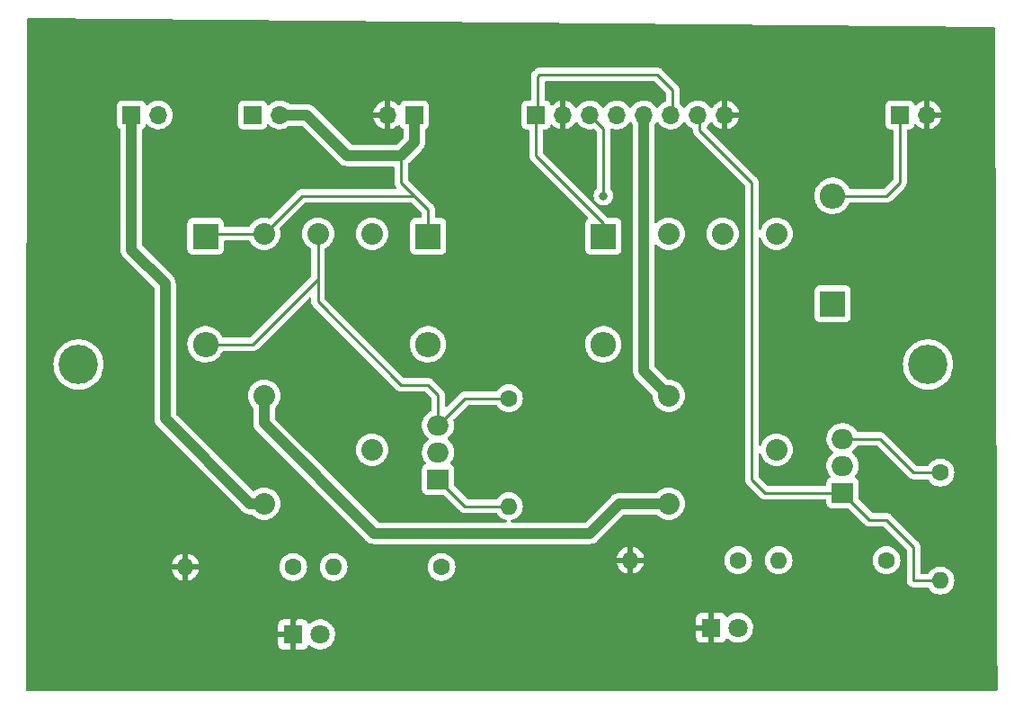
<source format=gbr>
%TF.GenerationSoftware,KiCad,Pcbnew,(6.0.2)*%
%TF.CreationDate,2022-07-20T21:02:28+09:00*%
%TF.ProjectId,______,a90428e8-8c5c-42e6-9b69-6361645f7063,rev?*%
%TF.SameCoordinates,Original*%
%TF.FileFunction,Copper,L1,Top*%
%TF.FilePolarity,Positive*%
%FSLAX46Y46*%
G04 Gerber Fmt 4.6, Leading zero omitted, Abs format (unit mm)*
G04 Created by KiCad (PCBNEW (6.0.2)) date 2022-07-20 21:02:28*
%MOMM*%
%LPD*%
G01*
G04 APERTURE LIST*
%TA.AperFunction,ComponentPad*%
%ADD10R,2.000000X1.905000*%
%TD*%
%TA.AperFunction,ComponentPad*%
%ADD11O,2.000000X1.905000*%
%TD*%
%TA.AperFunction,ComponentPad*%
%ADD12R,2.400000X2.400000*%
%TD*%
%TA.AperFunction,ComponentPad*%
%ADD13O,2.400000X2.400000*%
%TD*%
%TA.AperFunction,ComponentPad*%
%ADD14R,1.700000X1.700000*%
%TD*%
%TA.AperFunction,ComponentPad*%
%ADD15O,1.700000X1.700000*%
%TD*%
%TA.AperFunction,ComponentPad*%
%ADD16C,2.032000*%
%TD*%
%TA.AperFunction,ComponentPad*%
%ADD17C,1.600000*%
%TD*%
%TA.AperFunction,ComponentPad*%
%ADD18O,1.600000X1.600000*%
%TD*%
%TA.AperFunction,ComponentPad*%
%ADD19R,1.800000X1.800000*%
%TD*%
%TA.AperFunction,ComponentPad*%
%ADD20C,1.800000*%
%TD*%
%TA.AperFunction,ViaPad*%
%ADD21C,3.700000*%
%TD*%
%TA.AperFunction,ViaPad*%
%ADD22C,0.800000*%
%TD*%
%TA.AperFunction,Conductor*%
%ADD23C,0.250000*%
%TD*%
%TA.AperFunction,Conductor*%
%ADD24C,1.000000*%
%TD*%
G04 APERTURE END LIST*
D10*
%TO.P,Q2,1,G*%
%TO.N,CHARGE_SAFETY*%
X129215000Y-83820000D03*
D11*
%TO.P,Q2,2,D*%
%TO.N,Net-(Q2-Pad2)*%
X129215000Y-81280000D03*
%TO.P,Q2,3,S*%
%TO.N,Net-(D5-Pad2)*%
X129215000Y-78740000D03*
%TD*%
D12*
%TO.P,D4,1,K*%
%TO.N,CHARGE_POWER*%
X128270000Y-66040000D03*
D13*
%TO.P,D4,2,A*%
%TO.N,Reset_Button*%
X128270000Y-55880000D03*
%TD*%
D14*
%TO.P,J4,1,Pin_1*%
%TO.N,CHARGE_POWER*%
X88900000Y-48260000D03*
D15*
%TO.P,J4,2,Pin_2*%
%TO.N,GND*%
X86360000Y-48260000D03*
%TD*%
D14*
%TO.P,J5,1,Pin_1*%
%TO.N,CHARGE_POWER*%
X100345000Y-48260000D03*
D15*
%TO.P,J5,2,Pin_2*%
%TO.N,GND*%
X102885000Y-48260000D03*
%TO.P,J5,3,Pin_3*%
%TO.N,IMD_FAULT*%
X105425000Y-48260000D03*
%TO.P,J5,4,Pin_4*%
%TO.N,AIR+_ACTIVE*%
X107965000Y-48260000D03*
%TO.P,J5,5,Pin_5*%
X110505000Y-48260000D03*
%TO.P,J5,6,Pin_6*%
%TO.N,CHARGE_POWER*%
X113045000Y-48260000D03*
%TO.P,J5,7,Pin_7*%
%TO.N,CHARGE_SAFETY*%
X115585000Y-48260000D03*
%TO.P,J5,8,Pin_8*%
%TO.N,GND*%
X118125000Y-48260000D03*
%TD*%
D16*
%TO.P,U1,1,V*%
%TO.N,CHARGE_POWER*%
X74731800Y-59448500D03*
%TO.P,U1,2,Out*%
%TO.N,Net-(U1-Pad2)*%
X74731800Y-74688500D03*
%TO.P,U1,4,12V*%
%TO.N,Net-(J2-Pad1)*%
X74731800Y-84848500D03*
%TO.P,U1,6,N*%
%TO.N,unconnected-(U1-Pad6)*%
X84891800Y-79768500D03*
%TO.P,U1,8,L*%
%TO.N,Reset_Button*%
X84891800Y-59448500D03*
%TO.P,U1,9,D*%
%TO.N,Net-(D2-Pad2)*%
X79811800Y-59448500D03*
%TD*%
D17*
%TO.P,R2,1*%
%TO.N,Net-(D2-Pad2)*%
X97790000Y-74930000D03*
D18*
%TO.P,R2,2*%
%TO.N,IMD_FAULT*%
X97790000Y-85090000D03*
%TD*%
D12*
%TO.P,D2,1,K*%
%TO.N,CHARGE_POWER*%
X69215000Y-59690000D03*
D13*
%TO.P,D2,2,A*%
%TO.N,Net-(D2-Pad2)*%
X69215000Y-69850000D03*
%TD*%
D12*
%TO.P,D5,1,K*%
%TO.N,CHARGE_POWER*%
X106680000Y-59690000D03*
D13*
%TO.P,D5,2,A*%
%TO.N,Net-(D5-Pad2)*%
X106680000Y-69850000D03*
%TD*%
D14*
%TO.P,J2,1,Pin_1*%
%TO.N,Net-(J2-Pad1)*%
X62230000Y-48260000D03*
D15*
%TO.P,J2,2,Pin_2*%
%TO.N,Net-(J1-Pad1)*%
X64770000Y-48260000D03*
%TD*%
D19*
%TO.P,D6,1,K*%
%TO.N,GND*%
X116840000Y-96520000D03*
D20*
%TO.P,D6,2,A*%
%TO.N,Net-(D6-Pad2)*%
X119380000Y-96520000D03*
%TD*%
D10*
%TO.P,Q1,1,G*%
%TO.N,IMD_FAULT*%
X91115000Y-82550000D03*
D11*
%TO.P,Q1,2,D*%
%TO.N,Net-(Q1-Pad2)*%
X91115000Y-80010000D03*
%TO.P,Q1,3,S*%
%TO.N,Net-(D2-Pad2)*%
X91115000Y-77470000D03*
%TD*%
D17*
%TO.P,R1,1*%
%TO.N,Net-(D3-Pad2)*%
X77470000Y-90805000D03*
D18*
%TO.P,R1,2*%
%TO.N,GND*%
X67310000Y-90805000D03*
%TD*%
D16*
%TO.P,U2,1,V*%
%TO.N,CHARGE_POWER*%
X112831800Y-59448500D03*
%TO.P,U2,2,Out*%
%TO.N,AIR+_ACTIVE*%
X112831800Y-74688500D03*
%TO.P,U2,4,12V*%
%TO.N,Net-(U1-Pad2)*%
X112831800Y-84848500D03*
%TO.P,U2,6,N*%
%TO.N,unconnected-(U2-Pad6)*%
X122991800Y-79768500D03*
%TO.P,U2,8,L*%
%TO.N,Reset_Button*%
X122991800Y-59448500D03*
%TO.P,U2,9,D*%
%TO.N,Net-(D5-Pad2)*%
X117911800Y-59448500D03*
%TD*%
D17*
%TO.P,R4,1*%
%TO.N,Net-(D6-Pad2)*%
X119380000Y-90170000D03*
D18*
%TO.P,R4,2*%
%TO.N,GND*%
X109220000Y-90170000D03*
%TD*%
D17*
%TO.P,R3,1*%
%TO.N,Net-(Q1-Pad2)*%
X91440000Y-90805000D03*
D18*
%TO.P,R3,2*%
%TO.N,Net-(D3-Pad2)*%
X81280000Y-90805000D03*
%TD*%
D17*
%TO.P,R6,1*%
%TO.N,Net-(Q2-Pad2)*%
X133350000Y-90170000D03*
D18*
%TO.P,R6,2*%
%TO.N,Net-(D6-Pad2)*%
X123190000Y-90170000D03*
%TD*%
D14*
%TO.P,J1,1,Pin_1*%
%TO.N,Net-(J1-Pad1)*%
X73660000Y-48260000D03*
D15*
%TO.P,J1,2,Pin_2*%
%TO.N,CHARGE_POWER*%
X76200000Y-48260000D03*
%TD*%
D19*
%TO.P,D3,1,K*%
%TO.N,GND*%
X77470000Y-97155000D03*
D20*
%TO.P,D3,2,A*%
%TO.N,Net-(D3-Pad2)*%
X80010000Y-97155000D03*
%TD*%
D12*
%TO.P,D1,1,K*%
%TO.N,CHARGE_POWER*%
X90170000Y-59690000D03*
D13*
%TO.P,D1,2,A*%
%TO.N,Reset_Button*%
X90170000Y-69850000D03*
%TD*%
D17*
%TO.P,R5,1*%
%TO.N,Net-(D5-Pad2)*%
X138430000Y-81915000D03*
D18*
%TO.P,R5,2*%
%TO.N,CHARGE_SAFETY*%
X138430000Y-92075000D03*
%TD*%
D14*
%TO.P,J3,1,Pin_1*%
%TO.N,Reset_Button*%
X134620000Y-48260000D03*
D15*
%TO.P,J3,2,Pin_2*%
%TO.N,GND*%
X137160000Y-48260000D03*
%TD*%
D21*
%TO.N,*%
X137268949Y-71755000D03*
X57258949Y-71755000D03*
D22*
%TO.N,IMD_FAULT*%
X106680000Y-55880000D03*
%TD*%
D23*
%TO.N,Net-(D2-Pad2)*%
X93655000Y-74930000D02*
X91115000Y-77470000D01*
X90170000Y-73660000D02*
X91115000Y-74605000D01*
X91115000Y-74605000D02*
X91115000Y-77470000D01*
X79811800Y-59448500D02*
X79811800Y-63698200D01*
X79811800Y-65841800D02*
X87630000Y-73660000D01*
X79811800Y-63698200D02*
X79811800Y-65841800D01*
X79811800Y-63698200D02*
X73660000Y-69850000D01*
X87630000Y-73660000D02*
X90170000Y-73660000D01*
X97790000Y-74930000D02*
X93655000Y-74930000D01*
X73660000Y-69850000D02*
X69215000Y-69850000D01*
%TO.N,GND*%
X77470000Y-95885000D02*
X77470000Y-97155000D01*
X78740000Y-94615000D02*
X77470000Y-95885000D01*
X109220000Y-91440000D02*
X106045000Y-94615000D01*
X109220000Y-90170000D02*
X109220000Y-91440000D01*
X106045000Y-94615000D02*
X78740000Y-94615000D01*
D24*
%TO.N,CHARGE_POWER*%
X87630000Y-52070000D02*
X88900000Y-50800000D01*
D23*
X111760000Y-44450000D02*
X100690000Y-44450000D01*
X68821500Y-59448500D02*
X68580000Y-59690000D01*
X87630000Y-54610000D02*
X88900000Y-55880000D01*
X100690000Y-44450000D02*
X100510000Y-44630000D01*
D24*
X82550000Y-52070000D02*
X78740000Y-48260000D01*
X87630000Y-52070000D02*
X82550000Y-52070000D01*
D23*
X113210000Y-45900000D02*
X111760000Y-44450000D01*
X78300300Y-55880000D02*
X88900000Y-55880000D01*
X90170000Y-57150000D02*
X90170000Y-59690000D01*
X87630000Y-52070000D02*
X87630000Y-54610000D01*
X69456500Y-59448500D02*
X69215000Y-59690000D01*
X106680000Y-58420000D02*
X106680000Y-59690000D01*
D24*
X78740000Y-48260000D02*
X76200000Y-48260000D01*
X88900000Y-50800000D02*
X88900000Y-48260000D01*
D23*
X100510000Y-47960000D02*
X100330000Y-48140000D01*
X74731800Y-59448500D02*
X69456500Y-59448500D01*
X100330000Y-48140000D02*
X100330000Y-52070000D01*
X88900000Y-55880000D02*
X90170000Y-57150000D01*
X100330000Y-52070000D02*
X106680000Y-58420000D01*
X74731800Y-59448500D02*
X78300300Y-55880000D01*
X113210000Y-48260000D02*
X113210000Y-45900000D01*
X100510000Y-44630000D02*
X100510000Y-47960000D01*
D24*
%TO.N,Net-(J2-Pad1)*%
X62230000Y-60960000D02*
X62230000Y-48260000D01*
X65405000Y-76835000D02*
X65405000Y-64135000D01*
X65405000Y-64135000D02*
X62230000Y-60960000D01*
X73418500Y-84848500D02*
X65405000Y-76835000D01*
X74731800Y-84848500D02*
X73418500Y-84848500D01*
D23*
%TO.N,Reset_Button*%
X134620000Y-48895717D02*
X134937859Y-48577858D01*
X133350000Y-55880000D02*
X134620000Y-54610000D01*
X128270000Y-55880000D02*
X133350000Y-55880000D01*
X134620000Y-54610000D02*
X134620000Y-48895717D01*
%TO.N,IMD_FAULT*%
X106680000Y-49530000D02*
X105510000Y-48360000D01*
X106680000Y-55880000D02*
X106680000Y-49530000D01*
X97790000Y-85090000D02*
X93655000Y-85090000D01*
X93655000Y-85090000D02*
X91115000Y-82550000D01*
D24*
%TO.N,Net-(U1-Pad2)*%
X74731800Y-77271800D02*
X85090000Y-87630000D01*
X85090000Y-87630000D02*
X105410000Y-87630000D01*
X108191500Y-84848500D02*
X112831800Y-84848500D01*
X74731800Y-74688500D02*
X74731800Y-77271800D01*
X105410000Y-87630000D02*
X108191500Y-84848500D01*
D23*
%TO.N,CHARGE_SAFETY*%
X121920000Y-83820000D02*
X129215000Y-83820000D01*
X115750000Y-48260000D02*
X115750000Y-49710000D01*
X129215000Y-83820000D02*
X131755000Y-86360000D01*
X133350000Y-86360000D02*
X135890000Y-88900000D01*
X135890000Y-92075000D02*
X138430000Y-92075000D01*
X115750000Y-49710000D02*
X120650000Y-54610000D01*
X120650000Y-54610000D02*
X120650000Y-82550000D01*
X135890000Y-88900000D02*
X135890000Y-92075000D01*
X120650000Y-82550000D02*
X121920000Y-83820000D01*
X131755000Y-86360000D02*
X133350000Y-86360000D01*
%TO.N,AIR+_ACTIVE*%
X110510000Y-52050000D02*
X110490000Y-52070000D01*
D24*
X110490000Y-52070000D02*
X110490000Y-72346700D01*
X110490000Y-72346700D02*
X112831800Y-74688500D01*
X110510000Y-47960000D02*
X110510000Y-52050000D01*
D23*
%TO.N,Net-(D5-Pad2)*%
X132715000Y-78740000D02*
X135890000Y-81915000D01*
X135890000Y-81915000D02*
X138430000Y-81915000D01*
X129215000Y-78740000D02*
X132715000Y-78740000D01*
%TD*%
%TA.AperFunction,Conductor*%
%TO.N,GND*%
G36*
X143475579Y-39998854D02*
G01*
X143543513Y-40019483D01*
X143589510Y-40073564D01*
X143600418Y-40124425D01*
X143775819Y-92293461D01*
X143794762Y-97927631D01*
X143809575Y-102333576D01*
X143789802Y-102401764D01*
X143736303Y-102448437D01*
X143683576Y-102460000D01*
X52406219Y-102460000D01*
X52338098Y-102439998D01*
X52291605Y-102386342D01*
X52280219Y-102333781D01*
X52287577Y-98099669D01*
X76062001Y-98099669D01*
X76062371Y-98106490D01*
X76067895Y-98157352D01*
X76071521Y-98172604D01*
X76116676Y-98293054D01*
X76125214Y-98308649D01*
X76201715Y-98410724D01*
X76214276Y-98423285D01*
X76316351Y-98499786D01*
X76331946Y-98508324D01*
X76452394Y-98553478D01*
X76467649Y-98557105D01*
X76518514Y-98562631D01*
X76525328Y-98563000D01*
X77197885Y-98563000D01*
X77213124Y-98558525D01*
X77214329Y-98557135D01*
X77216000Y-98549452D01*
X77216000Y-98544884D01*
X77724000Y-98544884D01*
X77728475Y-98560123D01*
X77729865Y-98561328D01*
X77737548Y-98562999D01*
X78414669Y-98562999D01*
X78421490Y-98562629D01*
X78472352Y-98557105D01*
X78487604Y-98553479D01*
X78608054Y-98508324D01*
X78623649Y-98499786D01*
X78725724Y-98423285D01*
X78738285Y-98410724D01*
X78814786Y-98308649D01*
X78823324Y-98293054D01*
X78844773Y-98235840D01*
X78887415Y-98179075D01*
X78953977Y-98154376D01*
X79023325Y-98169584D01*
X79043240Y-98183126D01*
X79199349Y-98312730D01*
X79399322Y-98429584D01*
X79615694Y-98512209D01*
X79620760Y-98513240D01*
X79620761Y-98513240D01*
X79673846Y-98524040D01*
X79842656Y-98558385D01*
X79973324Y-98563176D01*
X80068949Y-98566683D01*
X80068953Y-98566683D01*
X80074113Y-98566872D01*
X80079233Y-98566216D01*
X80079235Y-98566216D01*
X80178668Y-98553478D01*
X80303847Y-98537442D01*
X80308795Y-98535957D01*
X80308802Y-98535956D01*
X80520747Y-98472369D01*
X80525690Y-98470886D01*
X80606236Y-98431427D01*
X80729049Y-98371262D01*
X80729052Y-98371260D01*
X80733684Y-98368991D01*
X80922243Y-98234494D01*
X81086303Y-98071005D01*
X81221458Y-97882917D01*
X81295062Y-97733991D01*
X81321784Y-97679922D01*
X81321785Y-97679920D01*
X81324078Y-97675280D01*
X81388067Y-97464669D01*
X115432001Y-97464669D01*
X115432371Y-97471490D01*
X115437895Y-97522352D01*
X115441521Y-97537604D01*
X115486676Y-97658054D01*
X115495214Y-97673649D01*
X115571715Y-97775724D01*
X115584276Y-97788285D01*
X115686351Y-97864786D01*
X115701946Y-97873324D01*
X115822394Y-97918478D01*
X115837649Y-97922105D01*
X115888514Y-97927631D01*
X115895328Y-97928000D01*
X116567885Y-97928000D01*
X116583124Y-97923525D01*
X116584329Y-97922135D01*
X116586000Y-97914452D01*
X116586000Y-97909884D01*
X117094000Y-97909884D01*
X117098475Y-97925123D01*
X117099865Y-97926328D01*
X117107548Y-97927999D01*
X117784669Y-97927999D01*
X117791490Y-97927629D01*
X117842352Y-97922105D01*
X117857604Y-97918479D01*
X117978054Y-97873324D01*
X117993649Y-97864786D01*
X118095724Y-97788285D01*
X118108285Y-97775724D01*
X118184786Y-97673649D01*
X118193324Y-97658054D01*
X118214773Y-97600840D01*
X118257415Y-97544075D01*
X118323977Y-97519376D01*
X118393325Y-97534584D01*
X118413240Y-97548126D01*
X118569349Y-97677730D01*
X118769322Y-97794584D01*
X118985694Y-97877209D01*
X118990760Y-97878240D01*
X118990761Y-97878240D01*
X119034388Y-97887116D01*
X119212656Y-97923385D01*
X119343324Y-97928176D01*
X119438949Y-97931683D01*
X119438953Y-97931683D01*
X119444113Y-97931872D01*
X119449233Y-97931216D01*
X119449235Y-97931216D01*
X119548668Y-97918478D01*
X119673847Y-97902442D01*
X119678795Y-97900957D01*
X119678802Y-97900956D01*
X119890747Y-97837369D01*
X119895690Y-97835886D01*
X119976236Y-97796427D01*
X120099049Y-97736262D01*
X120099052Y-97736260D01*
X120103684Y-97733991D01*
X120292243Y-97599494D01*
X120456303Y-97436005D01*
X120472493Y-97413475D01*
X120516884Y-97351697D01*
X120591458Y-97247917D01*
X120601619Y-97227359D01*
X120691784Y-97044922D01*
X120691785Y-97044920D01*
X120694078Y-97040280D01*
X120761408Y-96818671D01*
X120791640Y-96589041D01*
X120793327Y-96520000D01*
X120774994Y-96297009D01*
X120774773Y-96294318D01*
X120774772Y-96294312D01*
X120774349Y-96289167D01*
X120733159Y-96125181D01*
X120719184Y-96069544D01*
X120719183Y-96069540D01*
X120717925Y-96064533D01*
X120671022Y-95956663D01*
X120627630Y-95856868D01*
X120627628Y-95856865D01*
X120625570Y-95852131D01*
X120499764Y-95657665D01*
X120343887Y-95486358D01*
X120339836Y-95483159D01*
X120339832Y-95483155D01*
X120166177Y-95346011D01*
X120166172Y-95346008D01*
X120162123Y-95342810D01*
X120157607Y-95340317D01*
X120157604Y-95340315D01*
X119963879Y-95233373D01*
X119963875Y-95233371D01*
X119959355Y-95230876D01*
X119954486Y-95229152D01*
X119954482Y-95229150D01*
X119745903Y-95155288D01*
X119745899Y-95155287D01*
X119741028Y-95153562D01*
X119735935Y-95152655D01*
X119735932Y-95152654D01*
X119518095Y-95113851D01*
X119518089Y-95113850D01*
X119513006Y-95112945D01*
X119435644Y-95112000D01*
X119286581Y-95110179D01*
X119286579Y-95110179D01*
X119281411Y-95110116D01*
X119052464Y-95145150D01*
X118832314Y-95217106D01*
X118827726Y-95219494D01*
X118827722Y-95219496D01*
X118631461Y-95321663D01*
X118626872Y-95324052D01*
X118622739Y-95327155D01*
X118622736Y-95327157D01*
X118445790Y-95460012D01*
X118441655Y-95463117D01*
X118438083Y-95466855D01*
X118423787Y-95481815D01*
X118362263Y-95517245D01*
X118291351Y-95513788D01*
X118233564Y-95472543D01*
X118214711Y-95438994D01*
X118193324Y-95381946D01*
X118184786Y-95366351D01*
X118108285Y-95264276D01*
X118095724Y-95251715D01*
X117993649Y-95175214D01*
X117978054Y-95166676D01*
X117857606Y-95121522D01*
X117842351Y-95117895D01*
X117791486Y-95112369D01*
X117784672Y-95112000D01*
X117112115Y-95112000D01*
X117096876Y-95116475D01*
X117095671Y-95117865D01*
X117094000Y-95125548D01*
X117094000Y-97909884D01*
X116586000Y-97909884D01*
X116586000Y-96792115D01*
X116581525Y-96776876D01*
X116580135Y-96775671D01*
X116572452Y-96774000D01*
X115450116Y-96774000D01*
X115434877Y-96778475D01*
X115433672Y-96779865D01*
X115432001Y-96787548D01*
X115432001Y-97464669D01*
X81388067Y-97464669D01*
X81391408Y-97453671D01*
X81421640Y-97224041D01*
X81423327Y-97155000D01*
X81405868Y-96942642D01*
X81404773Y-96929318D01*
X81404772Y-96929312D01*
X81404349Y-96924167D01*
X81367352Y-96776876D01*
X81349184Y-96704544D01*
X81349183Y-96704540D01*
X81347925Y-96699533D01*
X81333771Y-96666981D01*
X81257630Y-96491868D01*
X81257628Y-96491865D01*
X81255570Y-96487131D01*
X81129764Y-96292665D01*
X81122022Y-96284156D01*
X81089018Y-96247885D01*
X115432000Y-96247885D01*
X115436475Y-96263124D01*
X115437865Y-96264329D01*
X115445548Y-96266000D01*
X116567885Y-96266000D01*
X116583124Y-96261525D01*
X116584329Y-96260135D01*
X116586000Y-96252452D01*
X116586000Y-95130116D01*
X116581525Y-95114877D01*
X116580135Y-95113672D01*
X116572452Y-95112001D01*
X115895331Y-95112001D01*
X115888510Y-95112371D01*
X115837648Y-95117895D01*
X115822396Y-95121521D01*
X115701946Y-95166676D01*
X115686351Y-95175214D01*
X115584276Y-95251715D01*
X115571715Y-95264276D01*
X115495214Y-95366351D01*
X115486676Y-95381946D01*
X115441522Y-95502394D01*
X115437895Y-95517649D01*
X115432369Y-95568514D01*
X115432000Y-95575328D01*
X115432000Y-96247885D01*
X81089018Y-96247885D01*
X81048643Y-96203514D01*
X80973887Y-96121358D01*
X80969836Y-96118159D01*
X80969832Y-96118155D01*
X80796177Y-95981011D01*
X80796172Y-95981008D01*
X80792123Y-95977810D01*
X80787607Y-95975317D01*
X80787604Y-95975315D01*
X80593879Y-95868373D01*
X80593875Y-95868371D01*
X80589355Y-95865876D01*
X80584486Y-95864152D01*
X80584482Y-95864150D01*
X80375903Y-95790288D01*
X80375899Y-95790287D01*
X80371028Y-95788562D01*
X80365935Y-95787655D01*
X80365932Y-95787654D01*
X80148095Y-95748851D01*
X80148089Y-95748850D01*
X80143006Y-95747945D01*
X80065644Y-95747000D01*
X79916581Y-95745179D01*
X79916579Y-95745179D01*
X79911411Y-95745116D01*
X79682464Y-95780150D01*
X79462314Y-95852106D01*
X79457726Y-95854494D01*
X79457722Y-95854496D01*
X79261461Y-95956663D01*
X79256872Y-95959052D01*
X79252739Y-95962155D01*
X79252736Y-95962157D01*
X79075790Y-96095012D01*
X79071655Y-96098117D01*
X79068083Y-96101855D01*
X79053787Y-96116815D01*
X78992263Y-96152245D01*
X78921351Y-96148788D01*
X78863564Y-96107543D01*
X78844711Y-96073994D01*
X78823324Y-96016946D01*
X78814786Y-96001351D01*
X78738285Y-95899276D01*
X78725724Y-95886715D01*
X78623649Y-95810214D01*
X78608054Y-95801676D01*
X78487606Y-95756522D01*
X78472351Y-95752895D01*
X78421486Y-95747369D01*
X78414672Y-95747000D01*
X77742115Y-95747000D01*
X77726876Y-95751475D01*
X77725671Y-95752865D01*
X77724000Y-95760548D01*
X77724000Y-98544884D01*
X77216000Y-98544884D01*
X77216000Y-97427115D01*
X77211525Y-97411876D01*
X77210135Y-97410671D01*
X77202452Y-97409000D01*
X76080116Y-97409000D01*
X76064877Y-97413475D01*
X76063672Y-97414865D01*
X76062001Y-97422548D01*
X76062001Y-98099669D01*
X52287577Y-98099669D01*
X52289691Y-96882885D01*
X76062000Y-96882885D01*
X76066475Y-96898124D01*
X76067865Y-96899329D01*
X76075548Y-96901000D01*
X77197885Y-96901000D01*
X77213124Y-96896525D01*
X77214329Y-96895135D01*
X77216000Y-96887452D01*
X77216000Y-95765116D01*
X77211525Y-95749877D01*
X77210135Y-95748672D01*
X77202452Y-95747001D01*
X76525331Y-95747001D01*
X76518510Y-95747371D01*
X76467648Y-95752895D01*
X76452396Y-95756521D01*
X76331946Y-95801676D01*
X76316351Y-95810214D01*
X76214276Y-95886715D01*
X76201715Y-95899276D01*
X76125214Y-96001351D01*
X76116676Y-96016946D01*
X76071522Y-96137394D01*
X76067895Y-96152649D01*
X76062369Y-96203514D01*
X76062000Y-96210328D01*
X76062000Y-96882885D01*
X52289691Y-96882885D01*
X52299790Y-91071522D01*
X66027273Y-91071522D01*
X66074764Y-91248761D01*
X66078510Y-91259053D01*
X66170586Y-91456511D01*
X66176069Y-91466007D01*
X66301028Y-91644467D01*
X66308084Y-91652875D01*
X66462125Y-91806916D01*
X66470533Y-91813972D01*
X66648993Y-91938931D01*
X66658489Y-91944414D01*
X66855947Y-92036490D01*
X66866239Y-92040236D01*
X67038503Y-92086394D01*
X67052599Y-92086058D01*
X67056000Y-92078116D01*
X67056000Y-92072967D01*
X67564000Y-92072967D01*
X67567973Y-92086498D01*
X67576522Y-92087727D01*
X67753761Y-92040236D01*
X67764053Y-92036490D01*
X67961511Y-91944414D01*
X67971007Y-91938931D01*
X68149467Y-91813972D01*
X68157875Y-91806916D01*
X68311916Y-91652875D01*
X68318972Y-91644467D01*
X68443931Y-91466007D01*
X68449414Y-91456511D01*
X68541490Y-91259053D01*
X68545236Y-91248761D01*
X68591394Y-91076497D01*
X68591058Y-91062401D01*
X68583116Y-91059000D01*
X67582115Y-91059000D01*
X67566876Y-91063475D01*
X67565671Y-91064865D01*
X67564000Y-91072548D01*
X67564000Y-92072967D01*
X67056000Y-92072967D01*
X67056000Y-91077115D01*
X67051525Y-91061876D01*
X67050135Y-91060671D01*
X67042452Y-91059000D01*
X66042033Y-91059000D01*
X66028502Y-91062973D01*
X66027273Y-91071522D01*
X52299790Y-91071522D01*
X52300253Y-90805000D01*
X76156502Y-90805000D01*
X76176457Y-91033087D01*
X76177881Y-91038400D01*
X76177881Y-91038402D01*
X76229408Y-91230700D01*
X76235716Y-91254243D01*
X76238039Y-91259224D01*
X76238039Y-91259225D01*
X76330151Y-91456762D01*
X76330154Y-91456767D01*
X76332477Y-91461749D01*
X76347706Y-91483498D01*
X76443829Y-91620775D01*
X76463802Y-91649300D01*
X76625700Y-91811198D01*
X76630208Y-91814355D01*
X76630211Y-91814357D01*
X76676706Y-91846913D01*
X76813251Y-91942523D01*
X76818233Y-91944846D01*
X76818238Y-91944849D01*
X76943389Y-92003207D01*
X77020757Y-92039284D01*
X77026065Y-92040706D01*
X77026067Y-92040707D01*
X77236598Y-92097119D01*
X77236600Y-92097119D01*
X77241913Y-92098543D01*
X77470000Y-92118498D01*
X77698087Y-92098543D01*
X77703400Y-92097119D01*
X77703402Y-92097119D01*
X77913933Y-92040707D01*
X77913935Y-92040706D01*
X77919243Y-92039284D01*
X77996611Y-92003207D01*
X78121762Y-91944849D01*
X78121767Y-91944846D01*
X78126749Y-91942523D01*
X78263294Y-91846913D01*
X78309789Y-91814357D01*
X78309792Y-91814355D01*
X78314300Y-91811198D01*
X78476198Y-91649300D01*
X78496172Y-91620775D01*
X78592294Y-91483498D01*
X78607523Y-91461749D01*
X78609846Y-91456767D01*
X78609849Y-91456762D01*
X78701961Y-91259225D01*
X78701961Y-91259224D01*
X78704284Y-91254243D01*
X78710593Y-91230700D01*
X78762119Y-91038402D01*
X78762119Y-91038400D01*
X78763543Y-91033087D01*
X78783498Y-90805000D01*
X79966502Y-90805000D01*
X79986457Y-91033087D01*
X79987881Y-91038400D01*
X79987881Y-91038402D01*
X80039408Y-91230700D01*
X80045716Y-91254243D01*
X80048039Y-91259224D01*
X80048039Y-91259225D01*
X80140151Y-91456762D01*
X80140154Y-91456767D01*
X80142477Y-91461749D01*
X80157706Y-91483498D01*
X80253829Y-91620775D01*
X80273802Y-91649300D01*
X80435700Y-91811198D01*
X80440208Y-91814355D01*
X80440211Y-91814357D01*
X80486706Y-91846913D01*
X80623251Y-91942523D01*
X80628233Y-91944846D01*
X80628238Y-91944849D01*
X80753389Y-92003207D01*
X80830757Y-92039284D01*
X80836065Y-92040706D01*
X80836067Y-92040707D01*
X81046598Y-92097119D01*
X81046600Y-92097119D01*
X81051913Y-92098543D01*
X81280000Y-92118498D01*
X81508087Y-92098543D01*
X81513400Y-92097119D01*
X81513402Y-92097119D01*
X81723933Y-92040707D01*
X81723935Y-92040706D01*
X81729243Y-92039284D01*
X81806611Y-92003207D01*
X81931762Y-91944849D01*
X81931767Y-91944846D01*
X81936749Y-91942523D01*
X82073294Y-91846913D01*
X82119789Y-91814357D01*
X82119792Y-91814355D01*
X82124300Y-91811198D01*
X82286198Y-91649300D01*
X82306172Y-91620775D01*
X82402294Y-91483498D01*
X82417523Y-91461749D01*
X82419846Y-91456767D01*
X82419849Y-91456762D01*
X82511961Y-91259225D01*
X82511961Y-91259224D01*
X82514284Y-91254243D01*
X82520593Y-91230700D01*
X82572119Y-91038402D01*
X82572119Y-91038400D01*
X82573543Y-91033087D01*
X82593498Y-90805000D01*
X90126502Y-90805000D01*
X90146457Y-91033087D01*
X90147881Y-91038400D01*
X90147881Y-91038402D01*
X90199408Y-91230700D01*
X90205716Y-91254243D01*
X90208039Y-91259224D01*
X90208039Y-91259225D01*
X90300151Y-91456762D01*
X90300154Y-91456767D01*
X90302477Y-91461749D01*
X90317706Y-91483498D01*
X90413829Y-91620775D01*
X90433802Y-91649300D01*
X90595700Y-91811198D01*
X90600208Y-91814355D01*
X90600211Y-91814357D01*
X90646706Y-91846913D01*
X90783251Y-91942523D01*
X90788233Y-91944846D01*
X90788238Y-91944849D01*
X90913389Y-92003207D01*
X90990757Y-92039284D01*
X90996065Y-92040706D01*
X90996067Y-92040707D01*
X91206598Y-92097119D01*
X91206600Y-92097119D01*
X91211913Y-92098543D01*
X91440000Y-92118498D01*
X91668087Y-92098543D01*
X91673400Y-92097119D01*
X91673402Y-92097119D01*
X91883933Y-92040707D01*
X91883935Y-92040706D01*
X91889243Y-92039284D01*
X91966611Y-92003207D01*
X92091762Y-91944849D01*
X92091767Y-91944846D01*
X92096749Y-91942523D01*
X92233294Y-91846913D01*
X92279789Y-91814357D01*
X92279792Y-91814355D01*
X92284300Y-91811198D01*
X92446198Y-91649300D01*
X92466172Y-91620775D01*
X92562294Y-91483498D01*
X92577523Y-91461749D01*
X92579846Y-91456767D01*
X92579849Y-91456762D01*
X92671961Y-91259225D01*
X92671961Y-91259224D01*
X92674284Y-91254243D01*
X92680593Y-91230700D01*
X92732119Y-91038402D01*
X92732119Y-91038400D01*
X92733543Y-91033087D01*
X92753498Y-90805000D01*
X92733543Y-90576913D01*
X92723244Y-90538478D01*
X92695925Y-90436522D01*
X107937273Y-90436522D01*
X107984764Y-90613761D01*
X107988510Y-90624053D01*
X108080586Y-90821511D01*
X108086069Y-90831007D01*
X108211028Y-91009467D01*
X108218084Y-91017875D01*
X108372125Y-91171916D01*
X108380533Y-91178972D01*
X108558993Y-91303931D01*
X108568489Y-91309414D01*
X108765947Y-91401490D01*
X108776239Y-91405236D01*
X108948503Y-91451394D01*
X108962599Y-91451058D01*
X108966000Y-91443116D01*
X108966000Y-91437967D01*
X109474000Y-91437967D01*
X109477973Y-91451498D01*
X109486522Y-91452727D01*
X109663761Y-91405236D01*
X109674053Y-91401490D01*
X109871511Y-91309414D01*
X109881007Y-91303931D01*
X110059467Y-91178972D01*
X110067875Y-91171916D01*
X110221916Y-91017875D01*
X110228972Y-91009467D01*
X110353931Y-90831007D01*
X110359414Y-90821511D01*
X110451490Y-90624053D01*
X110455236Y-90613761D01*
X110501394Y-90441497D01*
X110501058Y-90427401D01*
X110493116Y-90424000D01*
X109492115Y-90424000D01*
X109476876Y-90428475D01*
X109475671Y-90429865D01*
X109474000Y-90437548D01*
X109474000Y-91437967D01*
X108966000Y-91437967D01*
X108966000Y-90442115D01*
X108961525Y-90426876D01*
X108960135Y-90425671D01*
X108952452Y-90424000D01*
X107952033Y-90424000D01*
X107938502Y-90427973D01*
X107937273Y-90436522D01*
X92695925Y-90436522D01*
X92675707Y-90361067D01*
X92675706Y-90361065D01*
X92674284Y-90355757D01*
X92587665Y-90170000D01*
X118066502Y-90170000D01*
X118086457Y-90398087D01*
X118087881Y-90403400D01*
X118087881Y-90403402D01*
X118134374Y-90576913D01*
X118145716Y-90619243D01*
X118148039Y-90624224D01*
X118148039Y-90624225D01*
X118240151Y-90821762D01*
X118240154Y-90821767D01*
X118242477Y-90826749D01*
X118373802Y-91014300D01*
X118535700Y-91176198D01*
X118540208Y-91179355D01*
X118540211Y-91179357D01*
X118607971Y-91226803D01*
X118723251Y-91307523D01*
X118728233Y-91309846D01*
X118728238Y-91309849D01*
X118924765Y-91401490D01*
X118930757Y-91404284D01*
X118936065Y-91405706D01*
X118936067Y-91405707D01*
X119146598Y-91462119D01*
X119146600Y-91462119D01*
X119151913Y-91463543D01*
X119380000Y-91483498D01*
X119608087Y-91463543D01*
X119613400Y-91462119D01*
X119613402Y-91462119D01*
X119823933Y-91405707D01*
X119823935Y-91405706D01*
X119829243Y-91404284D01*
X119835235Y-91401490D01*
X120031762Y-91309849D01*
X120031767Y-91309846D01*
X120036749Y-91307523D01*
X120152029Y-91226803D01*
X120219789Y-91179357D01*
X120219792Y-91179355D01*
X120224300Y-91176198D01*
X120386198Y-91014300D01*
X120517523Y-90826749D01*
X120519846Y-90821767D01*
X120519849Y-90821762D01*
X120611961Y-90624225D01*
X120611961Y-90624224D01*
X120614284Y-90619243D01*
X120625627Y-90576913D01*
X120672119Y-90403402D01*
X120672119Y-90403400D01*
X120673543Y-90398087D01*
X120693498Y-90170000D01*
X121876502Y-90170000D01*
X121896457Y-90398087D01*
X121897881Y-90403400D01*
X121897881Y-90403402D01*
X121944374Y-90576913D01*
X121955716Y-90619243D01*
X121958039Y-90624224D01*
X121958039Y-90624225D01*
X122050151Y-90821762D01*
X122050154Y-90821767D01*
X122052477Y-90826749D01*
X122183802Y-91014300D01*
X122345700Y-91176198D01*
X122350208Y-91179355D01*
X122350211Y-91179357D01*
X122417971Y-91226803D01*
X122533251Y-91307523D01*
X122538233Y-91309846D01*
X122538238Y-91309849D01*
X122734765Y-91401490D01*
X122740757Y-91404284D01*
X122746065Y-91405706D01*
X122746067Y-91405707D01*
X122956598Y-91462119D01*
X122956600Y-91462119D01*
X122961913Y-91463543D01*
X123190000Y-91483498D01*
X123418087Y-91463543D01*
X123423400Y-91462119D01*
X123423402Y-91462119D01*
X123633933Y-91405707D01*
X123633935Y-91405706D01*
X123639243Y-91404284D01*
X123645235Y-91401490D01*
X123841762Y-91309849D01*
X123841767Y-91309846D01*
X123846749Y-91307523D01*
X123962029Y-91226803D01*
X124029789Y-91179357D01*
X124029792Y-91179355D01*
X124034300Y-91176198D01*
X124196198Y-91014300D01*
X124327523Y-90826749D01*
X124329846Y-90821767D01*
X124329849Y-90821762D01*
X124421961Y-90624225D01*
X124421961Y-90624224D01*
X124424284Y-90619243D01*
X124435627Y-90576913D01*
X124482119Y-90403402D01*
X124482119Y-90403400D01*
X124483543Y-90398087D01*
X124503498Y-90170000D01*
X132036502Y-90170000D01*
X132056457Y-90398087D01*
X132057881Y-90403400D01*
X132057881Y-90403402D01*
X132104374Y-90576913D01*
X132115716Y-90619243D01*
X132118039Y-90624224D01*
X132118039Y-90624225D01*
X132210151Y-90821762D01*
X132210154Y-90821767D01*
X132212477Y-90826749D01*
X132343802Y-91014300D01*
X132505700Y-91176198D01*
X132510208Y-91179355D01*
X132510211Y-91179357D01*
X132577971Y-91226803D01*
X132693251Y-91307523D01*
X132698233Y-91309846D01*
X132698238Y-91309849D01*
X132894765Y-91401490D01*
X132900757Y-91404284D01*
X132906065Y-91405706D01*
X132906067Y-91405707D01*
X133116598Y-91462119D01*
X133116600Y-91462119D01*
X133121913Y-91463543D01*
X133350000Y-91483498D01*
X133578087Y-91463543D01*
X133583400Y-91462119D01*
X133583402Y-91462119D01*
X133793933Y-91405707D01*
X133793935Y-91405706D01*
X133799243Y-91404284D01*
X133805235Y-91401490D01*
X134001762Y-91309849D01*
X134001767Y-91309846D01*
X134006749Y-91307523D01*
X134122029Y-91226803D01*
X134189789Y-91179357D01*
X134189792Y-91179355D01*
X134194300Y-91176198D01*
X134356198Y-91014300D01*
X134487523Y-90826749D01*
X134489846Y-90821767D01*
X134489849Y-90821762D01*
X134581961Y-90624225D01*
X134581961Y-90624224D01*
X134584284Y-90619243D01*
X134595627Y-90576913D01*
X134642119Y-90403402D01*
X134642119Y-90403400D01*
X134643543Y-90398087D01*
X134663498Y-90170000D01*
X134643543Y-89941913D01*
X134633244Y-89903478D01*
X134585707Y-89726067D01*
X134585706Y-89726065D01*
X134584284Y-89720757D01*
X134561114Y-89671069D01*
X134489849Y-89518238D01*
X134489846Y-89518233D01*
X134487523Y-89513251D01*
X134356198Y-89325700D01*
X134194300Y-89163802D01*
X134189792Y-89160645D01*
X134189789Y-89160643D01*
X134111611Y-89105902D01*
X134006749Y-89032477D01*
X134001767Y-89030154D01*
X134001762Y-89030151D01*
X133804225Y-88938039D01*
X133804224Y-88938039D01*
X133799243Y-88935716D01*
X133793935Y-88934294D01*
X133793933Y-88934293D01*
X133583402Y-88877881D01*
X133583400Y-88877881D01*
X133578087Y-88876457D01*
X133350000Y-88856502D01*
X133121913Y-88876457D01*
X133116600Y-88877881D01*
X133116598Y-88877881D01*
X132906067Y-88934293D01*
X132906065Y-88934294D01*
X132900757Y-88935716D01*
X132895776Y-88938039D01*
X132895775Y-88938039D01*
X132698238Y-89030151D01*
X132698233Y-89030154D01*
X132693251Y-89032477D01*
X132588389Y-89105902D01*
X132510211Y-89160643D01*
X132510208Y-89160645D01*
X132505700Y-89163802D01*
X132343802Y-89325700D01*
X132212477Y-89513251D01*
X132210154Y-89518233D01*
X132210151Y-89518238D01*
X132138886Y-89671069D01*
X132115716Y-89720757D01*
X132114294Y-89726065D01*
X132114293Y-89726067D01*
X132066756Y-89903478D01*
X132056457Y-89941913D01*
X132036502Y-90170000D01*
X124503498Y-90170000D01*
X124483543Y-89941913D01*
X124473244Y-89903478D01*
X124425707Y-89726067D01*
X124425706Y-89726065D01*
X124424284Y-89720757D01*
X124401114Y-89671069D01*
X124329849Y-89518238D01*
X124329846Y-89518233D01*
X124327523Y-89513251D01*
X124196198Y-89325700D01*
X124034300Y-89163802D01*
X124029792Y-89160645D01*
X124029789Y-89160643D01*
X123951611Y-89105902D01*
X123846749Y-89032477D01*
X123841767Y-89030154D01*
X123841762Y-89030151D01*
X123644225Y-88938039D01*
X123644224Y-88938039D01*
X123639243Y-88935716D01*
X123633935Y-88934294D01*
X123633933Y-88934293D01*
X123423402Y-88877881D01*
X123423400Y-88877881D01*
X123418087Y-88876457D01*
X123190000Y-88856502D01*
X122961913Y-88876457D01*
X122956600Y-88877881D01*
X122956598Y-88877881D01*
X122746067Y-88934293D01*
X122746065Y-88934294D01*
X122740757Y-88935716D01*
X122735776Y-88938039D01*
X122735775Y-88938039D01*
X122538238Y-89030151D01*
X122538233Y-89030154D01*
X122533251Y-89032477D01*
X122428389Y-89105902D01*
X122350211Y-89160643D01*
X122350208Y-89160645D01*
X122345700Y-89163802D01*
X122183802Y-89325700D01*
X122052477Y-89513251D01*
X122050154Y-89518233D01*
X122050151Y-89518238D01*
X121978886Y-89671069D01*
X121955716Y-89720757D01*
X121954294Y-89726065D01*
X121954293Y-89726067D01*
X121906756Y-89903478D01*
X121896457Y-89941913D01*
X121876502Y-90170000D01*
X120693498Y-90170000D01*
X120673543Y-89941913D01*
X120663244Y-89903478D01*
X120615707Y-89726067D01*
X120615706Y-89726065D01*
X120614284Y-89720757D01*
X120591114Y-89671069D01*
X120519849Y-89518238D01*
X120519846Y-89518233D01*
X120517523Y-89513251D01*
X120386198Y-89325700D01*
X120224300Y-89163802D01*
X120219792Y-89160645D01*
X120219789Y-89160643D01*
X120141611Y-89105902D01*
X120036749Y-89032477D01*
X120031767Y-89030154D01*
X120031762Y-89030151D01*
X119834225Y-88938039D01*
X119834224Y-88938039D01*
X119829243Y-88935716D01*
X119823935Y-88934294D01*
X119823933Y-88934293D01*
X119613402Y-88877881D01*
X119613400Y-88877881D01*
X119608087Y-88876457D01*
X119380000Y-88856502D01*
X119151913Y-88876457D01*
X119146600Y-88877881D01*
X119146598Y-88877881D01*
X118936067Y-88934293D01*
X118936065Y-88934294D01*
X118930757Y-88935716D01*
X118925776Y-88938039D01*
X118925775Y-88938039D01*
X118728238Y-89030151D01*
X118728233Y-89030154D01*
X118723251Y-89032477D01*
X118618389Y-89105902D01*
X118540211Y-89160643D01*
X118540208Y-89160645D01*
X118535700Y-89163802D01*
X118373802Y-89325700D01*
X118242477Y-89513251D01*
X118240154Y-89518233D01*
X118240151Y-89518238D01*
X118168886Y-89671069D01*
X118145716Y-89720757D01*
X118144294Y-89726065D01*
X118144293Y-89726067D01*
X118096756Y-89903478D01*
X118086457Y-89941913D01*
X118066502Y-90170000D01*
X92587665Y-90170000D01*
X92579966Y-90153489D01*
X92579849Y-90153238D01*
X92579846Y-90153233D01*
X92577523Y-90148251D01*
X92446198Y-89960700D01*
X92384001Y-89898503D01*
X107938606Y-89898503D01*
X107938942Y-89912599D01*
X107946884Y-89916000D01*
X108947885Y-89916000D01*
X108963124Y-89911525D01*
X108964329Y-89910135D01*
X108966000Y-89902452D01*
X108966000Y-89897885D01*
X109474000Y-89897885D01*
X109478475Y-89913124D01*
X109479865Y-89914329D01*
X109487548Y-89916000D01*
X110487967Y-89916000D01*
X110501498Y-89912027D01*
X110502727Y-89903478D01*
X110455236Y-89726239D01*
X110451490Y-89715947D01*
X110359414Y-89518489D01*
X110353931Y-89508993D01*
X110228972Y-89330533D01*
X110221916Y-89322125D01*
X110067875Y-89168084D01*
X110059467Y-89161028D01*
X109881007Y-89036069D01*
X109871511Y-89030586D01*
X109674053Y-88938510D01*
X109663761Y-88934764D01*
X109491497Y-88888606D01*
X109477401Y-88888942D01*
X109474000Y-88896884D01*
X109474000Y-89897885D01*
X108966000Y-89897885D01*
X108966000Y-88902033D01*
X108962027Y-88888502D01*
X108953478Y-88887273D01*
X108776239Y-88934764D01*
X108765947Y-88938510D01*
X108568489Y-89030586D01*
X108558993Y-89036069D01*
X108380533Y-89161028D01*
X108372125Y-89168084D01*
X108218084Y-89322125D01*
X108211028Y-89330533D01*
X108086069Y-89508993D01*
X108080586Y-89518489D01*
X107988510Y-89715947D01*
X107984764Y-89726239D01*
X107938606Y-89898503D01*
X92384001Y-89898503D01*
X92284300Y-89798802D01*
X92279792Y-89795645D01*
X92279789Y-89795643D01*
X92201611Y-89740902D01*
X92096749Y-89667477D01*
X92091767Y-89665154D01*
X92091762Y-89665151D01*
X91894225Y-89573039D01*
X91894224Y-89573039D01*
X91889243Y-89570716D01*
X91883935Y-89569294D01*
X91883933Y-89569293D01*
X91673402Y-89512881D01*
X91673400Y-89512881D01*
X91668087Y-89511457D01*
X91440000Y-89491502D01*
X91211913Y-89511457D01*
X91206600Y-89512881D01*
X91206598Y-89512881D01*
X90996067Y-89569293D01*
X90996065Y-89569294D01*
X90990757Y-89570716D01*
X90985776Y-89573039D01*
X90985775Y-89573039D01*
X90788238Y-89665151D01*
X90788233Y-89665154D01*
X90783251Y-89667477D01*
X90678389Y-89740902D01*
X90600211Y-89795643D01*
X90600208Y-89795645D01*
X90595700Y-89798802D01*
X90433802Y-89960700D01*
X90302477Y-90148251D01*
X90300154Y-90153233D01*
X90300151Y-90153238D01*
X90300034Y-90153489D01*
X90205716Y-90355757D01*
X90204294Y-90361065D01*
X90204293Y-90361067D01*
X90156756Y-90538478D01*
X90146457Y-90576913D01*
X90126502Y-90805000D01*
X82593498Y-90805000D01*
X82573543Y-90576913D01*
X82563244Y-90538478D01*
X82515707Y-90361067D01*
X82515706Y-90361065D01*
X82514284Y-90355757D01*
X82419966Y-90153489D01*
X82419849Y-90153238D01*
X82419846Y-90153233D01*
X82417523Y-90148251D01*
X82286198Y-89960700D01*
X82124300Y-89798802D01*
X82119792Y-89795645D01*
X82119789Y-89795643D01*
X82041611Y-89740902D01*
X81936749Y-89667477D01*
X81931767Y-89665154D01*
X81931762Y-89665151D01*
X81734225Y-89573039D01*
X81734224Y-89573039D01*
X81729243Y-89570716D01*
X81723935Y-89569294D01*
X81723933Y-89569293D01*
X81513402Y-89512881D01*
X81513400Y-89512881D01*
X81508087Y-89511457D01*
X81280000Y-89491502D01*
X81051913Y-89511457D01*
X81046600Y-89512881D01*
X81046598Y-89512881D01*
X80836067Y-89569293D01*
X80836065Y-89569294D01*
X80830757Y-89570716D01*
X80825776Y-89573039D01*
X80825775Y-89573039D01*
X80628238Y-89665151D01*
X80628233Y-89665154D01*
X80623251Y-89667477D01*
X80518389Y-89740902D01*
X80440211Y-89795643D01*
X80440208Y-89795645D01*
X80435700Y-89798802D01*
X80273802Y-89960700D01*
X80142477Y-90148251D01*
X80140154Y-90153233D01*
X80140151Y-90153238D01*
X80140034Y-90153489D01*
X80045716Y-90355757D01*
X80044294Y-90361065D01*
X80044293Y-90361067D01*
X79996756Y-90538478D01*
X79986457Y-90576913D01*
X79966502Y-90805000D01*
X78783498Y-90805000D01*
X78763543Y-90576913D01*
X78753244Y-90538478D01*
X78705707Y-90361067D01*
X78705706Y-90361065D01*
X78704284Y-90355757D01*
X78609966Y-90153489D01*
X78609849Y-90153238D01*
X78609846Y-90153233D01*
X78607523Y-90148251D01*
X78476198Y-89960700D01*
X78314300Y-89798802D01*
X78309792Y-89795645D01*
X78309789Y-89795643D01*
X78231611Y-89740902D01*
X78126749Y-89667477D01*
X78121767Y-89665154D01*
X78121762Y-89665151D01*
X77924225Y-89573039D01*
X77924224Y-89573039D01*
X77919243Y-89570716D01*
X77913935Y-89569294D01*
X77913933Y-89569293D01*
X77703402Y-89512881D01*
X77703400Y-89512881D01*
X77698087Y-89511457D01*
X77470000Y-89491502D01*
X77241913Y-89511457D01*
X77236600Y-89512881D01*
X77236598Y-89512881D01*
X77026067Y-89569293D01*
X77026065Y-89569294D01*
X77020757Y-89570716D01*
X77015776Y-89573039D01*
X77015775Y-89573039D01*
X76818238Y-89665151D01*
X76818233Y-89665154D01*
X76813251Y-89667477D01*
X76708389Y-89740902D01*
X76630211Y-89795643D01*
X76630208Y-89795645D01*
X76625700Y-89798802D01*
X76463802Y-89960700D01*
X76332477Y-90148251D01*
X76330154Y-90153233D01*
X76330151Y-90153238D01*
X76330034Y-90153489D01*
X76235716Y-90355757D01*
X76234294Y-90361065D01*
X76234293Y-90361067D01*
X76186756Y-90538478D01*
X76176457Y-90576913D01*
X76156502Y-90805000D01*
X52300253Y-90805000D01*
X52300725Y-90533503D01*
X66028606Y-90533503D01*
X66028942Y-90547599D01*
X66036884Y-90551000D01*
X67037885Y-90551000D01*
X67053124Y-90546525D01*
X67054329Y-90545135D01*
X67056000Y-90537452D01*
X67056000Y-90532885D01*
X67564000Y-90532885D01*
X67568475Y-90548124D01*
X67569865Y-90549329D01*
X67577548Y-90551000D01*
X68577967Y-90551000D01*
X68591498Y-90547027D01*
X68592727Y-90538478D01*
X68545236Y-90361239D01*
X68541490Y-90350947D01*
X68449414Y-90153489D01*
X68443931Y-90143993D01*
X68318972Y-89965533D01*
X68311916Y-89957125D01*
X68157875Y-89803084D01*
X68149467Y-89796028D01*
X67971007Y-89671069D01*
X67961511Y-89665586D01*
X67764053Y-89573510D01*
X67753761Y-89569764D01*
X67581497Y-89523606D01*
X67567401Y-89523942D01*
X67564000Y-89531884D01*
X67564000Y-90532885D01*
X67056000Y-90532885D01*
X67056000Y-89537033D01*
X67052027Y-89523502D01*
X67043478Y-89522273D01*
X66866239Y-89569764D01*
X66855947Y-89573510D01*
X66658489Y-89665586D01*
X66648993Y-89671069D01*
X66470533Y-89796028D01*
X66462125Y-89803084D01*
X66308084Y-89957125D01*
X66301028Y-89965533D01*
X66176069Y-90143993D01*
X66170586Y-90153489D01*
X66078510Y-90350947D01*
X66074764Y-90361239D01*
X66028606Y-90533503D01*
X52300725Y-90533503D01*
X52333357Y-71755000D01*
X54895388Y-71755000D01*
X54895658Y-71759119D01*
X54906791Y-71928966D01*
X54915609Y-72063507D01*
X54975924Y-72366735D01*
X54977249Y-72370639D01*
X54977250Y-72370642D01*
X55066347Y-72633112D01*
X55075303Y-72659496D01*
X55077126Y-72663192D01*
X55077129Y-72663200D01*
X55111890Y-72733687D01*
X55212045Y-72936780D01*
X55214339Y-72940213D01*
X55214340Y-72940215D01*
X55377142Y-73183865D01*
X55383810Y-73193845D01*
X55386524Y-73196939D01*
X55386528Y-73196945D01*
X55448620Y-73267747D01*
X55587659Y-73426290D01*
X55590748Y-73428999D01*
X55817004Y-73627421D01*
X55817010Y-73627425D01*
X55820104Y-73630139D01*
X55823530Y-73632428D01*
X55823535Y-73632432D01*
X55921723Y-73698039D01*
X56077168Y-73801904D01*
X56080867Y-73803728D01*
X56080872Y-73803731D01*
X56223384Y-73874010D01*
X56354453Y-73938646D01*
X56358358Y-73939971D01*
X56358359Y-73939972D01*
X56643307Y-74036699D01*
X56643310Y-74036700D01*
X56647214Y-74038025D01*
X56867304Y-74081803D01*
X56946399Y-74097536D01*
X56946402Y-74097536D01*
X56950442Y-74098340D01*
X56954553Y-74098609D01*
X56954557Y-74098610D01*
X57254830Y-74118291D01*
X57258949Y-74118561D01*
X57263068Y-74118291D01*
X57563341Y-74098610D01*
X57563345Y-74098609D01*
X57567456Y-74098340D01*
X57571496Y-74097536D01*
X57571499Y-74097536D01*
X57650594Y-74081803D01*
X57870684Y-74038025D01*
X57874588Y-74036700D01*
X57874591Y-74036699D01*
X58159539Y-73939972D01*
X58159540Y-73939971D01*
X58163445Y-73938646D01*
X58294514Y-73874010D01*
X58437026Y-73803731D01*
X58437031Y-73803728D01*
X58440730Y-73801904D01*
X58596175Y-73698039D01*
X58694363Y-73632432D01*
X58694368Y-73632428D01*
X58697794Y-73630139D01*
X58700888Y-73627425D01*
X58700894Y-73627421D01*
X58927150Y-73428999D01*
X58930239Y-73426290D01*
X59069278Y-73267747D01*
X59131370Y-73196945D01*
X59131374Y-73196939D01*
X59134088Y-73193845D01*
X59140757Y-73183865D01*
X59303558Y-72940215D01*
X59303559Y-72940213D01*
X59305853Y-72936780D01*
X59406008Y-72733687D01*
X59440769Y-72663200D01*
X59440772Y-72663192D01*
X59442595Y-72659496D01*
X59451551Y-72633112D01*
X59540648Y-72370642D01*
X59540649Y-72370639D01*
X59541974Y-72366735D01*
X59602289Y-72063507D01*
X59611108Y-71928966D01*
X59622240Y-71759119D01*
X59622510Y-71755000D01*
X59606017Y-71503370D01*
X59602559Y-71450608D01*
X59602558Y-71450604D01*
X59602289Y-71446493D01*
X59541974Y-71143265D01*
X59485639Y-70977306D01*
X59443924Y-70854419D01*
X59442595Y-70850504D01*
X59440772Y-70846808D01*
X59440769Y-70846800D01*
X59307679Y-70576923D01*
X59305853Y-70573220D01*
X59295516Y-70557749D01*
X59136381Y-70319586D01*
X59136377Y-70319581D01*
X59134088Y-70316155D01*
X59131374Y-70313061D01*
X59131370Y-70313055D01*
X58932948Y-70086799D01*
X58930239Y-70083710D01*
X58762390Y-69936510D01*
X58700894Y-69882579D01*
X58700888Y-69882575D01*
X58697794Y-69879861D01*
X58694368Y-69877572D01*
X58694363Y-69877568D01*
X58500631Y-69748121D01*
X58440730Y-69708096D01*
X58437031Y-69706272D01*
X58437026Y-69706269D01*
X58214961Y-69596759D01*
X58163445Y-69571354D01*
X58159530Y-69570025D01*
X57874591Y-69473301D01*
X57874588Y-69473300D01*
X57870684Y-69471975D01*
X57643988Y-69426883D01*
X57571499Y-69412464D01*
X57571496Y-69412464D01*
X57567456Y-69411660D01*
X57563345Y-69411391D01*
X57563341Y-69411390D01*
X57263068Y-69391709D01*
X57258949Y-69391439D01*
X57254830Y-69391709D01*
X56954557Y-69411390D01*
X56954553Y-69411391D01*
X56950442Y-69411660D01*
X56946402Y-69412464D01*
X56946399Y-69412464D01*
X56873910Y-69426883D01*
X56647214Y-69471975D01*
X56643310Y-69473300D01*
X56643307Y-69473301D01*
X56358368Y-69570025D01*
X56354453Y-69571354D01*
X56350757Y-69573177D01*
X56350749Y-69573180D01*
X56126597Y-69683721D01*
X56077169Y-69708096D01*
X56073736Y-69710390D01*
X56073734Y-69710391D01*
X55823535Y-69877568D01*
X55823530Y-69877572D01*
X55820104Y-69879861D01*
X55817010Y-69882575D01*
X55817004Y-69882579D01*
X55755508Y-69936510D01*
X55587659Y-70083710D01*
X55584950Y-70086799D01*
X55386528Y-70313055D01*
X55386524Y-70313061D01*
X55383810Y-70316155D01*
X55381521Y-70319581D01*
X55381517Y-70319586D01*
X55222382Y-70557749D01*
X55212045Y-70573220D01*
X55210219Y-70576923D01*
X55077129Y-70846800D01*
X55077126Y-70846808D01*
X55075303Y-70850504D01*
X55073974Y-70854419D01*
X55032260Y-70977306D01*
X54975924Y-71143265D01*
X54915609Y-71446493D01*
X54915340Y-71450604D01*
X54915339Y-71450608D01*
X54911881Y-71503370D01*
X54895388Y-71755000D01*
X52333357Y-71755000D01*
X52372625Y-49158134D01*
X60871500Y-49158134D01*
X60878255Y-49220316D01*
X60929385Y-49356705D01*
X61016739Y-49473261D01*
X61133295Y-49560615D01*
X61141704Y-49563767D01*
X61149575Y-49568077D01*
X61148664Y-49569741D01*
X61196490Y-49605663D01*
X61221193Y-49672224D01*
X61221500Y-49681009D01*
X61221500Y-60898157D01*
X61220763Y-60911764D01*
X61217530Y-60941531D01*
X61216676Y-60949388D01*
X61217213Y-60955523D01*
X61221050Y-60999388D01*
X61221379Y-61004214D01*
X61221500Y-61006686D01*
X61221500Y-61009769D01*
X61221801Y-61012837D01*
X61225690Y-61052506D01*
X61225812Y-61053819D01*
X61233913Y-61146413D01*
X61235400Y-61151532D01*
X61235920Y-61156833D01*
X61262791Y-61245834D01*
X61263126Y-61246967D01*
X61289091Y-61336336D01*
X61291544Y-61341068D01*
X61293084Y-61346169D01*
X61295978Y-61351612D01*
X61336731Y-61428260D01*
X61337343Y-61429426D01*
X61380108Y-61511926D01*
X61383431Y-61516089D01*
X61385934Y-61520796D01*
X61444755Y-61592918D01*
X61445446Y-61593774D01*
X61476738Y-61632973D01*
X61479242Y-61635477D01*
X61479884Y-61636195D01*
X61483585Y-61640528D01*
X61510935Y-61674062D01*
X61515682Y-61677989D01*
X61515684Y-61677991D01*
X61546262Y-61703287D01*
X61555042Y-61711277D01*
X64359595Y-64515829D01*
X64393621Y-64578141D01*
X64396500Y-64604924D01*
X64396500Y-76773157D01*
X64395763Y-76786764D01*
X64394122Y-76801876D01*
X64391676Y-76824388D01*
X64392213Y-76830523D01*
X64396050Y-76874388D01*
X64396379Y-76879214D01*
X64396500Y-76881686D01*
X64396500Y-76884769D01*
X64396801Y-76887837D01*
X64400690Y-76927506D01*
X64400812Y-76928819D01*
X64408913Y-77021413D01*
X64410400Y-77026532D01*
X64410920Y-77031833D01*
X64437791Y-77120834D01*
X64438126Y-77121967D01*
X64439107Y-77125341D01*
X64464091Y-77211336D01*
X64466544Y-77216068D01*
X64468084Y-77221169D01*
X64470978Y-77226612D01*
X64511731Y-77303260D01*
X64512343Y-77304426D01*
X64543383Y-77364306D01*
X64555108Y-77386926D01*
X64558431Y-77391089D01*
X64560934Y-77395796D01*
X64619755Y-77467918D01*
X64620446Y-77468774D01*
X64651738Y-77507973D01*
X64654242Y-77510477D01*
X64654884Y-77511195D01*
X64658585Y-77515528D01*
X64685935Y-77549062D01*
X64690682Y-77552989D01*
X64690684Y-77552991D01*
X64721262Y-77578287D01*
X64730042Y-77586277D01*
X72661645Y-85517879D01*
X72670747Y-85528022D01*
X72683775Y-85544225D01*
X72694468Y-85557525D01*
X72732956Y-85589820D01*
X72736575Y-85592978D01*
X72738390Y-85594624D01*
X72740575Y-85596809D01*
X72742955Y-85598764D01*
X72742965Y-85598773D01*
X72773736Y-85624049D01*
X72774751Y-85624891D01*
X72845974Y-85684654D01*
X72850648Y-85687223D01*
X72854761Y-85690602D01*
X72860198Y-85693517D01*
X72860199Y-85693518D01*
X72878221Y-85703181D01*
X72925389Y-85728472D01*
X72936547Y-85734455D01*
X72937677Y-85735068D01*
X72958925Y-85746749D01*
X72994498Y-85766305D01*
X73019287Y-85779933D01*
X73024369Y-85781545D01*
X73029063Y-85784062D01*
X73118031Y-85811262D01*
X73119059Y-85811582D01*
X73207806Y-85839735D01*
X73213102Y-85840329D01*
X73218198Y-85841887D01*
X73310757Y-85851290D01*
X73311893Y-85851411D01*
X73345508Y-85855181D01*
X73358230Y-85856608D01*
X73358234Y-85856608D01*
X73361727Y-85857000D01*
X73365254Y-85857000D01*
X73366239Y-85857055D01*
X73371919Y-85857502D01*
X73401325Y-85860489D01*
X73408837Y-85861252D01*
X73408839Y-85861252D01*
X73414962Y-85861874D01*
X73460608Y-85857559D01*
X73472467Y-85857000D01*
X73530203Y-85857000D01*
X73598324Y-85877002D01*
X73626013Y-85901168D01*
X73650482Y-85929818D01*
X73654244Y-85933031D01*
X73694892Y-85967747D01*
X73832951Y-86085660D01*
X74037551Y-86211040D01*
X74042121Y-86212933D01*
X74042123Y-86212934D01*
X74082960Y-86229849D01*
X74259247Y-86302869D01*
X74338771Y-86321961D01*
X74487765Y-86357732D01*
X74487771Y-86357733D01*
X74492578Y-86358887D01*
X74731800Y-86377714D01*
X74971022Y-86358887D01*
X74975829Y-86357733D01*
X74975835Y-86357732D01*
X75124829Y-86321961D01*
X75204353Y-86302869D01*
X75380640Y-86229849D01*
X75421477Y-86212934D01*
X75421479Y-86212933D01*
X75426049Y-86211040D01*
X75630649Y-86085660D01*
X75768709Y-85967747D01*
X75809356Y-85933031D01*
X75813118Y-85929818D01*
X75874833Y-85857559D01*
X75965742Y-85751117D01*
X75965743Y-85751116D01*
X75968960Y-85747349D01*
X76094340Y-85542749D01*
X76102641Y-85522710D01*
X76184275Y-85325626D01*
X76184276Y-85325624D01*
X76186169Y-85321053D01*
X76240326Y-85095475D01*
X76241032Y-85092535D01*
X76241033Y-85092529D01*
X76242187Y-85087722D01*
X76261014Y-84848500D01*
X76242187Y-84609278D01*
X76241033Y-84604471D01*
X76241032Y-84604465D01*
X76200208Y-84434423D01*
X76186169Y-84375947D01*
X76184275Y-84371374D01*
X76096234Y-84158823D01*
X76096233Y-84158821D01*
X76094340Y-84154251D01*
X75968960Y-83949651D01*
X75935404Y-83910361D01*
X75816331Y-83770944D01*
X75813118Y-83767182D01*
X75752206Y-83715159D01*
X75634417Y-83614558D01*
X75634416Y-83614557D01*
X75630649Y-83611340D01*
X75426049Y-83485960D01*
X75421479Y-83484067D01*
X75421477Y-83484066D01*
X75208926Y-83396025D01*
X75208924Y-83396024D01*
X75204353Y-83394131D01*
X75122763Y-83374543D01*
X74975835Y-83339268D01*
X74975829Y-83339267D01*
X74971022Y-83338113D01*
X74731800Y-83319286D01*
X74492578Y-83338113D01*
X74487771Y-83339267D01*
X74487765Y-83339268D01*
X74340837Y-83374543D01*
X74259247Y-83394131D01*
X74254676Y-83396024D01*
X74254674Y-83396025D01*
X74042123Y-83484066D01*
X74042121Y-83484067D01*
X74037551Y-83485960D01*
X73832951Y-83611340D01*
X73829188Y-83614554D01*
X73829181Y-83614559D01*
X73799958Y-83639517D01*
X73735168Y-83668548D01*
X73664968Y-83657941D01*
X73629034Y-83632800D01*
X66450405Y-76454171D01*
X66416379Y-76391859D01*
X66413500Y-76365076D01*
X66413500Y-69805151D01*
X67502296Y-69805151D01*
X67502520Y-69809817D01*
X67502520Y-69809822D01*
X67505885Y-69879861D01*
X67514480Y-70058798D01*
X67520050Y-70086799D01*
X67557849Y-70276827D01*
X67564021Y-70307857D01*
X67565600Y-70312255D01*
X67565602Y-70312262D01*
X67626567Y-70482062D01*
X67649831Y-70546858D01*
X67770025Y-70770551D01*
X67772820Y-70774294D01*
X67772822Y-70774297D01*
X67919171Y-70970282D01*
X67919176Y-70970288D01*
X67921963Y-70974020D01*
X67925272Y-70977300D01*
X67925277Y-70977306D01*
X68023859Y-71075031D01*
X68102307Y-71152797D01*
X68106069Y-71155555D01*
X68106072Y-71155558D01*
X68211764Y-71233054D01*
X68307094Y-71302953D01*
X68311229Y-71305129D01*
X68311233Y-71305131D01*
X68429289Y-71367243D01*
X68531827Y-71421191D01*
X68771568Y-71504912D01*
X69021050Y-71552278D01*
X69141532Y-71557011D01*
X69270125Y-71562064D01*
X69270130Y-71562064D01*
X69274793Y-71562247D01*
X69373774Y-71551407D01*
X69522569Y-71535112D01*
X69522575Y-71535111D01*
X69527222Y-71534602D01*
X69636680Y-71505784D01*
X69768273Y-71471138D01*
X69772793Y-71469948D01*
X69891353Y-71419011D01*
X70001807Y-71371557D01*
X70001810Y-71371555D01*
X70006110Y-71369708D01*
X70010090Y-71367245D01*
X70010094Y-71367243D01*
X70218064Y-71238547D01*
X70218066Y-71238545D01*
X70222047Y-71236082D01*
X70320428Y-71152797D01*
X70412289Y-71075031D01*
X70412291Y-71075029D01*
X70415862Y-71072006D01*
X70583295Y-70881084D01*
X70600447Y-70854419D01*
X70718141Y-70671442D01*
X70720669Y-70667512D01*
X70770114Y-70557749D01*
X70816330Y-70503855D01*
X70884996Y-70483500D01*
X73581233Y-70483500D01*
X73592416Y-70484027D01*
X73599909Y-70485702D01*
X73607835Y-70485453D01*
X73607836Y-70485453D01*
X73667986Y-70483562D01*
X73671945Y-70483500D01*
X73699856Y-70483500D01*
X73703791Y-70483003D01*
X73703856Y-70482995D01*
X73715693Y-70482062D01*
X73747951Y-70481048D01*
X73751970Y-70480922D01*
X73759889Y-70480673D01*
X73779343Y-70475021D01*
X73798700Y-70471013D01*
X73810930Y-70469468D01*
X73810931Y-70469468D01*
X73818797Y-70468474D01*
X73826168Y-70465555D01*
X73826170Y-70465555D01*
X73859912Y-70452196D01*
X73871142Y-70448351D01*
X73905983Y-70438229D01*
X73905984Y-70438229D01*
X73913593Y-70436018D01*
X73920412Y-70431985D01*
X73920417Y-70431983D01*
X73931028Y-70425707D01*
X73948776Y-70417012D01*
X73967617Y-70409552D01*
X74003387Y-70383564D01*
X74013307Y-70377048D01*
X74044535Y-70358580D01*
X74044538Y-70358578D01*
X74051362Y-70354542D01*
X74065683Y-70340221D01*
X74080717Y-70327380D01*
X74090694Y-70320131D01*
X74097107Y-70315472D01*
X74125298Y-70281395D01*
X74133288Y-70272616D01*
X78963205Y-65442700D01*
X79025517Y-65408674D01*
X79096332Y-65413739D01*
X79153168Y-65456286D01*
X79177979Y-65522806D01*
X79178300Y-65531795D01*
X79178300Y-65763033D01*
X79177773Y-65774216D01*
X79176098Y-65781709D01*
X79176347Y-65789635D01*
X79176347Y-65789636D01*
X79178238Y-65849786D01*
X79178300Y-65853745D01*
X79178300Y-65881656D01*
X79178797Y-65885590D01*
X79178797Y-65885591D01*
X79178805Y-65885656D01*
X79179738Y-65897493D01*
X79181127Y-65941689D01*
X79186778Y-65961139D01*
X79190787Y-65980500D01*
X79193326Y-66000597D01*
X79196245Y-66007968D01*
X79196245Y-66007970D01*
X79209604Y-66041712D01*
X79213449Y-66052942D01*
X79225782Y-66095393D01*
X79229815Y-66102212D01*
X79229817Y-66102217D01*
X79236093Y-66112828D01*
X79244788Y-66130576D01*
X79252248Y-66149417D01*
X79256910Y-66155833D01*
X79256910Y-66155834D01*
X79278236Y-66185187D01*
X79284752Y-66195107D01*
X79307258Y-66233162D01*
X79321579Y-66247483D01*
X79334419Y-66262516D01*
X79346328Y-66278907D01*
X79352434Y-66283958D01*
X79380405Y-66307098D01*
X79389184Y-66315088D01*
X87126343Y-74052247D01*
X87133887Y-74060537D01*
X87138000Y-74067018D01*
X87143777Y-74072443D01*
X87187667Y-74113658D01*
X87190509Y-74116413D01*
X87210230Y-74136134D01*
X87213425Y-74138612D01*
X87222447Y-74146318D01*
X87254679Y-74176586D01*
X87261628Y-74180406D01*
X87272432Y-74186346D01*
X87288956Y-74197199D01*
X87304959Y-74209613D01*
X87345543Y-74227176D01*
X87356173Y-74232383D01*
X87394940Y-74253695D01*
X87402617Y-74255666D01*
X87402622Y-74255668D01*
X87414558Y-74258732D01*
X87433266Y-74265137D01*
X87451855Y-74273181D01*
X87459680Y-74274420D01*
X87459682Y-74274421D01*
X87495519Y-74280097D01*
X87507140Y-74282504D01*
X87542289Y-74291528D01*
X87549970Y-74293500D01*
X87570231Y-74293500D01*
X87589940Y-74295051D01*
X87609943Y-74298219D01*
X87617835Y-74297473D01*
X87618788Y-74297383D01*
X87653954Y-74294059D01*
X87665811Y-74293500D01*
X89855405Y-74293500D01*
X89923526Y-74313502D01*
X89944501Y-74330405D01*
X90444596Y-74830501D01*
X90478621Y-74892813D01*
X90481500Y-74919596D01*
X90481500Y-76048972D01*
X90461498Y-76117093D01*
X90405741Y-76164522D01*
X90379478Y-76175941D01*
X90379473Y-76175944D01*
X90374737Y-76178003D01*
X90173023Y-76308498D01*
X89995330Y-76470186D01*
X89992128Y-76474241D01*
X89849633Y-76654670D01*
X89849630Y-76654675D01*
X89846432Y-76658724D01*
X89843939Y-76663240D01*
X89843937Y-76663243D01*
X89732823Y-76864526D01*
X89730326Y-76869050D01*
X89728602Y-76873919D01*
X89728600Y-76873923D01*
X89651856Y-77090640D01*
X89650130Y-77095515D01*
X89649223Y-77100608D01*
X89649222Y-77100611D01*
X89609864Y-77321569D01*
X89607999Y-77332037D01*
X89607278Y-77391089D01*
X89606388Y-77463934D01*
X89605064Y-77572263D01*
X89641404Y-77809744D01*
X89672425Y-77904654D01*
X89714434Y-78033183D01*
X89714437Y-78033189D01*
X89716042Y-78038101D01*
X89718429Y-78042687D01*
X89718431Y-78042691D01*
X89766238Y-78134526D01*
X89826975Y-78251200D01*
X89846164Y-78276757D01*
X89884306Y-78327557D01*
X89971223Y-78443320D01*
X90144912Y-78609301D01*
X90181903Y-78634535D01*
X90226904Y-78689444D01*
X90235075Y-78759968D01*
X90203821Y-78823716D01*
X90179340Y-78844411D01*
X90177707Y-78845468D01*
X90173023Y-78848498D01*
X89995330Y-79010186D01*
X89971141Y-79040815D01*
X89849633Y-79194670D01*
X89849630Y-79194675D01*
X89846432Y-79198724D01*
X89843939Y-79203240D01*
X89843937Y-79203243D01*
X89741595Y-79388636D01*
X89730326Y-79409050D01*
X89728602Y-79413919D01*
X89728600Y-79413923D01*
X89651856Y-79630640D01*
X89650130Y-79635515D01*
X89649223Y-79640608D01*
X89649222Y-79640611D01*
X89625564Y-79773430D01*
X89607999Y-79872037D01*
X89607639Y-79901502D01*
X89605291Y-80093716D01*
X89605064Y-80112263D01*
X89641404Y-80349744D01*
X89676845Y-80458177D01*
X89714434Y-80573183D01*
X89714437Y-80573189D01*
X89716042Y-80578101D01*
X89718429Y-80582687D01*
X89718431Y-80582691D01*
X89771130Y-80683923D01*
X89826975Y-80791200D01*
X89943415Y-80946283D01*
X89968320Y-81012765D01*
X89953328Y-81082161D01*
X89903198Y-81132435D01*
X89886885Y-81139915D01*
X89876707Y-81143731D01*
X89876704Y-81143733D01*
X89868295Y-81146885D01*
X89751739Y-81234239D01*
X89664385Y-81350795D01*
X89613255Y-81487184D01*
X89606500Y-81549366D01*
X89606500Y-83550634D01*
X89613255Y-83612816D01*
X89664385Y-83749205D01*
X89751739Y-83865761D01*
X89868295Y-83953115D01*
X90004684Y-84004245D01*
X90066866Y-84011000D01*
X91627906Y-84011000D01*
X91696027Y-84031002D01*
X91717001Y-84047905D01*
X93151343Y-85482247D01*
X93158887Y-85490537D01*
X93163000Y-85497018D01*
X93168777Y-85502443D01*
X93212667Y-85543658D01*
X93215509Y-85546413D01*
X93235230Y-85566134D01*
X93238425Y-85568612D01*
X93247447Y-85576318D01*
X93279679Y-85606586D01*
X93286628Y-85610406D01*
X93297432Y-85616346D01*
X93313956Y-85627199D01*
X93329959Y-85639613D01*
X93370543Y-85657176D01*
X93381173Y-85662383D01*
X93419940Y-85683695D01*
X93427617Y-85685666D01*
X93427622Y-85685668D01*
X93439558Y-85688732D01*
X93458266Y-85695137D01*
X93476855Y-85703181D01*
X93484680Y-85704420D01*
X93484682Y-85704421D01*
X93520519Y-85710097D01*
X93532140Y-85712504D01*
X93567289Y-85721528D01*
X93574970Y-85723500D01*
X93595231Y-85723500D01*
X93614940Y-85725051D01*
X93634943Y-85728219D01*
X93642835Y-85727473D01*
X93648062Y-85726979D01*
X93678954Y-85724059D01*
X93690811Y-85723500D01*
X96570606Y-85723500D01*
X96638727Y-85743502D01*
X96673819Y-85777229D01*
X96748487Y-85883865D01*
X96783802Y-85934300D01*
X96945700Y-86096198D01*
X96950208Y-86099355D01*
X96950211Y-86099357D01*
X97028389Y-86154098D01*
X97133251Y-86227523D01*
X97138233Y-86229846D01*
X97138238Y-86229849D01*
X97290770Y-86300975D01*
X97340757Y-86324284D01*
X97346065Y-86325706D01*
X97346067Y-86325707D01*
X97525526Y-86373793D01*
X97586149Y-86410745D01*
X97617170Y-86474606D01*
X97608742Y-86545100D01*
X97563539Y-86599847D01*
X97492915Y-86621500D01*
X85559925Y-86621500D01*
X85491804Y-86601498D01*
X85470830Y-86584595D01*
X78654734Y-79768500D01*
X83362586Y-79768500D01*
X83381413Y-80007722D01*
X83382567Y-80012529D01*
X83382568Y-80012535D01*
X83409138Y-80123206D01*
X83437431Y-80241053D01*
X83529260Y-80462749D01*
X83654640Y-80667349D01*
X83657857Y-80671116D01*
X83657858Y-80671117D01*
X83664841Y-80679293D01*
X83810482Y-80849818D01*
X83814244Y-80853031D01*
X83923427Y-80946281D01*
X83992951Y-81005660D01*
X84197551Y-81131040D01*
X84202121Y-81132933D01*
X84202123Y-81132934D01*
X84414674Y-81220975D01*
X84419247Y-81222869D01*
X84496513Y-81241419D01*
X84647765Y-81277732D01*
X84647771Y-81277733D01*
X84652578Y-81278887D01*
X84891800Y-81297714D01*
X85131022Y-81278887D01*
X85135829Y-81277733D01*
X85135835Y-81277732D01*
X85287087Y-81241419D01*
X85364353Y-81222869D01*
X85368926Y-81220975D01*
X85581477Y-81132934D01*
X85581479Y-81132933D01*
X85586049Y-81131040D01*
X85790649Y-81005660D01*
X85860174Y-80946281D01*
X85969356Y-80853031D01*
X85973118Y-80849818D01*
X86118759Y-80679293D01*
X86125742Y-80671117D01*
X86125743Y-80671116D01*
X86128960Y-80667349D01*
X86254340Y-80462749D01*
X86346169Y-80241053D01*
X86374462Y-80123206D01*
X86401032Y-80012535D01*
X86401033Y-80012529D01*
X86402187Y-80007722D01*
X86421014Y-79768500D01*
X86402187Y-79529278D01*
X86401033Y-79524471D01*
X86401032Y-79524465D01*
X86347324Y-79300759D01*
X86346169Y-79295947D01*
X86343323Y-79289076D01*
X86256234Y-79078823D01*
X86256233Y-79078821D01*
X86254340Y-79074251D01*
X86128960Y-78869651D01*
X85973118Y-78687182D01*
X85790649Y-78531340D01*
X85586049Y-78405960D01*
X85581479Y-78404067D01*
X85581477Y-78404066D01*
X85368926Y-78316025D01*
X85368924Y-78316024D01*
X85364353Y-78314131D01*
X85282763Y-78294543D01*
X85135835Y-78259268D01*
X85135829Y-78259267D01*
X85131022Y-78258113D01*
X84891800Y-78239286D01*
X84652578Y-78258113D01*
X84647771Y-78259267D01*
X84647765Y-78259268D01*
X84500837Y-78294543D01*
X84419247Y-78314131D01*
X84414676Y-78316024D01*
X84414674Y-78316025D01*
X84202123Y-78404066D01*
X84202121Y-78404067D01*
X84197551Y-78405960D01*
X83992951Y-78531340D01*
X83810482Y-78687182D01*
X83654640Y-78869651D01*
X83529260Y-79074251D01*
X83527367Y-79078821D01*
X83527366Y-79078823D01*
X83440277Y-79289076D01*
X83437431Y-79295947D01*
X83436276Y-79300759D01*
X83382568Y-79524465D01*
X83382567Y-79524471D01*
X83381413Y-79529278D01*
X83362586Y-79768500D01*
X78654734Y-79768500D01*
X75777205Y-76890971D01*
X75743179Y-76828659D01*
X75740300Y-76801876D01*
X75740300Y-75890097D01*
X75760302Y-75821976D01*
X75784469Y-75794286D01*
X75803307Y-75778197D01*
X75813118Y-75769818D01*
X75968960Y-75587349D01*
X76094340Y-75382749D01*
X76186169Y-75161053D01*
X76240326Y-74935475D01*
X76241032Y-74932535D01*
X76241033Y-74932529D01*
X76242187Y-74927722D01*
X76261014Y-74688500D01*
X76242187Y-74449278D01*
X76241033Y-74444471D01*
X76241032Y-74444465D01*
X76200207Y-74274421D01*
X76186169Y-74215947D01*
X76184275Y-74211374D01*
X76096234Y-73998823D01*
X76096233Y-73998821D01*
X76094340Y-73994251D01*
X75968960Y-73789651D01*
X75813118Y-73607182D01*
X75630649Y-73451340D01*
X75426049Y-73325960D01*
X75421479Y-73324067D01*
X75421477Y-73324066D01*
X75208926Y-73236025D01*
X75208924Y-73236024D01*
X75204353Y-73234131D01*
X75122763Y-73214543D01*
X74975835Y-73179268D01*
X74975829Y-73179267D01*
X74971022Y-73178113D01*
X74731800Y-73159286D01*
X74492578Y-73178113D01*
X74487771Y-73179267D01*
X74487765Y-73179268D01*
X74340837Y-73214543D01*
X74259247Y-73234131D01*
X74254676Y-73236024D01*
X74254674Y-73236025D01*
X74042123Y-73324066D01*
X74042121Y-73324067D01*
X74037551Y-73325960D01*
X73832951Y-73451340D01*
X73650482Y-73607182D01*
X73494640Y-73789651D01*
X73369260Y-73994251D01*
X73367367Y-73998821D01*
X73367366Y-73998823D01*
X73279325Y-74211374D01*
X73277431Y-74215947D01*
X73263393Y-74274421D01*
X73222568Y-74444465D01*
X73222567Y-74444471D01*
X73221413Y-74449278D01*
X73202586Y-74688500D01*
X73221413Y-74927722D01*
X73222567Y-74932529D01*
X73222568Y-74932535D01*
X73223274Y-74935475D01*
X73277431Y-75161053D01*
X73369260Y-75382749D01*
X73494640Y-75587349D01*
X73650482Y-75769818D01*
X73660293Y-75778197D01*
X73679131Y-75794286D01*
X73717940Y-75853737D01*
X73723300Y-75890097D01*
X73723300Y-77209957D01*
X73722563Y-77223564D01*
X73718476Y-77261188D01*
X73720773Y-77287438D01*
X73722850Y-77311188D01*
X73723179Y-77316014D01*
X73723300Y-77318486D01*
X73723300Y-77321569D01*
X73724326Y-77332037D01*
X73727490Y-77364306D01*
X73727612Y-77365619D01*
X73729888Y-77391633D01*
X73735713Y-77458213D01*
X73737200Y-77463332D01*
X73737720Y-77468633D01*
X73764591Y-77557634D01*
X73764926Y-77558767D01*
X73771669Y-77581974D01*
X73790891Y-77648136D01*
X73793344Y-77652868D01*
X73794884Y-77657969D01*
X73797778Y-77663412D01*
X73838531Y-77740060D01*
X73839143Y-77741226D01*
X73854481Y-77770815D01*
X73881908Y-77823726D01*
X73885231Y-77827889D01*
X73887734Y-77832596D01*
X73946555Y-77904718D01*
X73947246Y-77905574D01*
X73978538Y-77944773D01*
X73981042Y-77947277D01*
X73981684Y-77947995D01*
X73985385Y-77952328D01*
X74012735Y-77985862D01*
X74017482Y-77989789D01*
X74017484Y-77989791D01*
X74048062Y-78015087D01*
X74056842Y-78023077D01*
X84333145Y-88299379D01*
X84342247Y-88309522D01*
X84365968Y-88339025D01*
X84370696Y-88342992D01*
X84404421Y-88371291D01*
X84408069Y-88374472D01*
X84409881Y-88376115D01*
X84412075Y-88378309D01*
X84445349Y-88405642D01*
X84446147Y-88406304D01*
X84517474Y-88466154D01*
X84522144Y-88468722D01*
X84526261Y-88472103D01*
X84546079Y-88482729D01*
X84608086Y-88515977D01*
X84609245Y-88516606D01*
X84685381Y-88558462D01*
X84685389Y-88558465D01*
X84690787Y-88561433D01*
X84695869Y-88563045D01*
X84700563Y-88565562D01*
X84773771Y-88587945D01*
X84789477Y-88592747D01*
X84790735Y-88593139D01*
X84879306Y-88621235D01*
X84884597Y-88621829D01*
X84889698Y-88623388D01*
X84982263Y-88632790D01*
X84983450Y-88632916D01*
X85012838Y-88636213D01*
X85029730Y-88638108D01*
X85029735Y-88638108D01*
X85033227Y-88638500D01*
X85036752Y-88638500D01*
X85037737Y-88638555D01*
X85043432Y-88639003D01*
X85055342Y-88640213D01*
X85080334Y-88642752D01*
X85080339Y-88642752D01*
X85086462Y-88643374D01*
X85132108Y-88639059D01*
X85143967Y-88638500D01*
X105348157Y-88638500D01*
X105361764Y-88639237D01*
X105393262Y-88642659D01*
X105393267Y-88642659D01*
X105399388Y-88643324D01*
X105425638Y-88641027D01*
X105449388Y-88638950D01*
X105454214Y-88638621D01*
X105456686Y-88638500D01*
X105459769Y-88638500D01*
X105471738Y-88637326D01*
X105502506Y-88634310D01*
X105503819Y-88634188D01*
X105548084Y-88630315D01*
X105596413Y-88626087D01*
X105601532Y-88624600D01*
X105606833Y-88624080D01*
X105695834Y-88597209D01*
X105696967Y-88596874D01*
X105780414Y-88572630D01*
X105780418Y-88572628D01*
X105786336Y-88570909D01*
X105791068Y-88568456D01*
X105796169Y-88566916D01*
X105803167Y-88563195D01*
X105878260Y-88523269D01*
X105879426Y-88522657D01*
X105956453Y-88482729D01*
X105961926Y-88479892D01*
X105966089Y-88476569D01*
X105970796Y-88474066D01*
X106042918Y-88415245D01*
X106043774Y-88414554D01*
X106082973Y-88383262D01*
X106085477Y-88380758D01*
X106086195Y-88380116D01*
X106090528Y-88376415D01*
X106124062Y-88349065D01*
X106153288Y-88313737D01*
X106161277Y-88304958D01*
X108572329Y-85893905D01*
X108634641Y-85859880D01*
X108661424Y-85857000D01*
X111630203Y-85857000D01*
X111698324Y-85877002D01*
X111726013Y-85901168D01*
X111750482Y-85929818D01*
X111754244Y-85933031D01*
X111794892Y-85967747D01*
X111932951Y-86085660D01*
X112137551Y-86211040D01*
X112142121Y-86212933D01*
X112142123Y-86212934D01*
X112182960Y-86229849D01*
X112359247Y-86302869D01*
X112438771Y-86321961D01*
X112587765Y-86357732D01*
X112587771Y-86357733D01*
X112592578Y-86358887D01*
X112831800Y-86377714D01*
X113071022Y-86358887D01*
X113075829Y-86357733D01*
X113075835Y-86357732D01*
X113224829Y-86321961D01*
X113304353Y-86302869D01*
X113480640Y-86229849D01*
X113521477Y-86212934D01*
X113521479Y-86212933D01*
X113526049Y-86211040D01*
X113730649Y-86085660D01*
X113868709Y-85967747D01*
X113909356Y-85933031D01*
X113913118Y-85929818D01*
X113974833Y-85857559D01*
X114065742Y-85751117D01*
X114065743Y-85751116D01*
X114068960Y-85747349D01*
X114194340Y-85542749D01*
X114202641Y-85522710D01*
X114284275Y-85325626D01*
X114284276Y-85325624D01*
X114286169Y-85321053D01*
X114340326Y-85095475D01*
X114341032Y-85092535D01*
X114341033Y-85092529D01*
X114342187Y-85087722D01*
X114361014Y-84848500D01*
X114342187Y-84609278D01*
X114341033Y-84604471D01*
X114341032Y-84604465D01*
X114300208Y-84434423D01*
X114286169Y-84375947D01*
X114284275Y-84371374D01*
X114196234Y-84158823D01*
X114196233Y-84158821D01*
X114194340Y-84154251D01*
X114068960Y-83949651D01*
X114035404Y-83910361D01*
X113916331Y-83770944D01*
X113913118Y-83767182D01*
X113852206Y-83715159D01*
X113734417Y-83614558D01*
X113734416Y-83614557D01*
X113730649Y-83611340D01*
X113526049Y-83485960D01*
X113521479Y-83484067D01*
X113521477Y-83484066D01*
X113308926Y-83396025D01*
X113308924Y-83396024D01*
X113304353Y-83394131D01*
X113222763Y-83374543D01*
X113075835Y-83339268D01*
X113075829Y-83339267D01*
X113071022Y-83338113D01*
X112831800Y-83319286D01*
X112592578Y-83338113D01*
X112587771Y-83339267D01*
X112587765Y-83339268D01*
X112440837Y-83374543D01*
X112359247Y-83394131D01*
X112354676Y-83396024D01*
X112354674Y-83396025D01*
X112142123Y-83484066D01*
X112142121Y-83484067D01*
X112137551Y-83485960D01*
X111932951Y-83611340D01*
X111929184Y-83614557D01*
X111929183Y-83614558D01*
X111811394Y-83715159D01*
X111750482Y-83767182D01*
X111726014Y-83795831D01*
X111666563Y-83834640D01*
X111630203Y-83840000D01*
X108253343Y-83840000D01*
X108239736Y-83839263D01*
X108208238Y-83835841D01*
X108208233Y-83835841D01*
X108202112Y-83835176D01*
X108175862Y-83837473D01*
X108152112Y-83839550D01*
X108147286Y-83839879D01*
X108144814Y-83840000D01*
X108141731Y-83840000D01*
X108129762Y-83841174D01*
X108098994Y-83844190D01*
X108097681Y-83844312D01*
X108053416Y-83848185D01*
X108005087Y-83852413D01*
X107999968Y-83853900D01*
X107994667Y-83854420D01*
X107905666Y-83881291D01*
X107904533Y-83881626D01*
X107821086Y-83905870D01*
X107821082Y-83905872D01*
X107815164Y-83907591D01*
X107810432Y-83910044D01*
X107805331Y-83911584D01*
X107799888Y-83914478D01*
X107723240Y-83955231D01*
X107722074Y-83955843D01*
X107645047Y-83995771D01*
X107639574Y-83998608D01*
X107635411Y-84001931D01*
X107630704Y-84004434D01*
X107558582Y-84063255D01*
X107557726Y-84063946D01*
X107518527Y-84095238D01*
X107516023Y-84097742D01*
X107515305Y-84098384D01*
X107510972Y-84102085D01*
X107477438Y-84129435D01*
X107473511Y-84134182D01*
X107473509Y-84134184D01*
X107448213Y-84164762D01*
X107440223Y-84173542D01*
X105029171Y-86584595D01*
X104966859Y-86618620D01*
X104940076Y-86621500D01*
X98087085Y-86621500D01*
X98018964Y-86601498D01*
X97972471Y-86547842D01*
X97962367Y-86477568D01*
X97991861Y-86412988D01*
X98054474Y-86373793D01*
X98233933Y-86325707D01*
X98233935Y-86325706D01*
X98239243Y-86324284D01*
X98289230Y-86300975D01*
X98441762Y-86229849D01*
X98441767Y-86229846D01*
X98446749Y-86227523D01*
X98551611Y-86154098D01*
X98629789Y-86099357D01*
X98629792Y-86099355D01*
X98634300Y-86096198D01*
X98796198Y-85934300D01*
X98833211Y-85881441D01*
X98862513Y-85839593D01*
X98927523Y-85746749D01*
X98929846Y-85741767D01*
X98929849Y-85741762D01*
X99021961Y-85544225D01*
X99021961Y-85544224D01*
X99024284Y-85539243D01*
X99083543Y-85318087D01*
X99103498Y-85090000D01*
X99083543Y-84861913D01*
X99078628Y-84843570D01*
X99025707Y-84646067D01*
X99025706Y-84646065D01*
X99024284Y-84640757D01*
X98995720Y-84579500D01*
X98929849Y-84438238D01*
X98929846Y-84438233D01*
X98927523Y-84433251D01*
X98833208Y-84298556D01*
X98799357Y-84250211D01*
X98799355Y-84250208D01*
X98796198Y-84245700D01*
X98634300Y-84083802D01*
X98629792Y-84080645D01*
X98629789Y-84080643D01*
X98517376Y-84001931D01*
X98446749Y-83952477D01*
X98441767Y-83950154D01*
X98441762Y-83950151D01*
X98244225Y-83858039D01*
X98244224Y-83858039D01*
X98239243Y-83855716D01*
X98233935Y-83854294D01*
X98233933Y-83854293D01*
X98023402Y-83797881D01*
X98023400Y-83797881D01*
X98018087Y-83796457D01*
X97790000Y-83776502D01*
X97561913Y-83796457D01*
X97556600Y-83797881D01*
X97556598Y-83797881D01*
X97346067Y-83854293D01*
X97346065Y-83854294D01*
X97340757Y-83855716D01*
X97335776Y-83858039D01*
X97335775Y-83858039D01*
X97138238Y-83950151D01*
X97138233Y-83950154D01*
X97133251Y-83952477D01*
X97062624Y-84001931D01*
X96950211Y-84080643D01*
X96950208Y-84080645D01*
X96945700Y-84083802D01*
X96783802Y-84245700D01*
X96780645Y-84250208D01*
X96780643Y-84250211D01*
X96673819Y-84402771D01*
X96618362Y-84447099D01*
X96570606Y-84456500D01*
X93969595Y-84456500D01*
X93901474Y-84436498D01*
X93880500Y-84419595D01*
X92660405Y-83199500D01*
X92626379Y-83137188D01*
X92623500Y-83110405D01*
X92623500Y-81549366D01*
X92616745Y-81487184D01*
X92565615Y-81350795D01*
X92478261Y-81234239D01*
X92361705Y-81146885D01*
X92341811Y-81139427D01*
X92285047Y-81096787D01*
X92260346Y-81030226D01*
X92275553Y-80960877D01*
X92287158Y-80943353D01*
X92380367Y-80825330D01*
X92380370Y-80825325D01*
X92383568Y-80821276D01*
X92397885Y-80795342D01*
X92497177Y-80615474D01*
X92497179Y-80615470D01*
X92499674Y-80610950D01*
X92537763Y-80503393D01*
X92578144Y-80389360D01*
X92578145Y-80389356D01*
X92579870Y-80384485D01*
X92585183Y-80354659D01*
X92621095Y-80153052D01*
X92621096Y-80153046D01*
X92622001Y-80147963D01*
X92624304Y-79959444D01*
X92624873Y-79912907D01*
X92624873Y-79912905D01*
X92624936Y-79907737D01*
X92588596Y-79670256D01*
X92540945Y-79524465D01*
X92515566Y-79446817D01*
X92515563Y-79446811D01*
X92513958Y-79441899D01*
X92497564Y-79410405D01*
X92405416Y-79233393D01*
X92403025Y-79228800D01*
X92294801Y-79084659D01*
X92261882Y-79040815D01*
X92261880Y-79040812D01*
X92258777Y-79036680D01*
X92085088Y-78870699D01*
X92048097Y-78845465D01*
X92003096Y-78790556D01*
X91994925Y-78720032D01*
X92026179Y-78656284D01*
X92050660Y-78635589D01*
X92052635Y-78634311D01*
X92056977Y-78631502D01*
X92234670Y-78469814D01*
X92320890Y-78360640D01*
X92380367Y-78285330D01*
X92380370Y-78285325D01*
X92383568Y-78281276D01*
X92391632Y-78266669D01*
X92497177Y-78075474D01*
X92497179Y-78075470D01*
X92499674Y-78070950D01*
X92511102Y-78038680D01*
X92578144Y-77849360D01*
X92578145Y-77849356D01*
X92579870Y-77844485D01*
X92582061Y-77832184D01*
X92621095Y-77613052D01*
X92621096Y-77613046D01*
X92622001Y-77607963D01*
X92624717Y-77385654D01*
X92624873Y-77372907D01*
X92624873Y-77372905D01*
X92624936Y-77367737D01*
X92588596Y-77130256D01*
X92554016Y-77024458D01*
X92551865Y-76953494D01*
X92584686Y-76896218D01*
X93880499Y-75600405D01*
X93942811Y-75566379D01*
X93969594Y-75563500D01*
X96570606Y-75563500D01*
X96638727Y-75583502D01*
X96673819Y-75617229D01*
X96773457Y-75759526D01*
X96783802Y-75774300D01*
X96945700Y-75936198D01*
X96950208Y-75939355D01*
X96950211Y-75939357D01*
X97028389Y-75994098D01*
X97133251Y-76067523D01*
X97138233Y-76069846D01*
X97138238Y-76069849D01*
X97290770Y-76140975D01*
X97340757Y-76164284D01*
X97346065Y-76165706D01*
X97346067Y-76165707D01*
X97556598Y-76222119D01*
X97556600Y-76222119D01*
X97561913Y-76223543D01*
X97790000Y-76243498D01*
X98018087Y-76223543D01*
X98023400Y-76222119D01*
X98023402Y-76222119D01*
X98233933Y-76165707D01*
X98233935Y-76165706D01*
X98239243Y-76164284D01*
X98289230Y-76140975D01*
X98441762Y-76069849D01*
X98441767Y-76069846D01*
X98446749Y-76067523D01*
X98551611Y-75994098D01*
X98629789Y-75939357D01*
X98629792Y-75939355D01*
X98634300Y-75936198D01*
X98796198Y-75774300D01*
X98810090Y-75754461D01*
X98892753Y-75636405D01*
X98927523Y-75586749D01*
X98929846Y-75581767D01*
X98929849Y-75581762D01*
X99021961Y-75384225D01*
X99021961Y-75384224D01*
X99024284Y-75379243D01*
X99083543Y-75158087D01*
X99103498Y-74930000D01*
X99083543Y-74701913D01*
X99073677Y-74665091D01*
X99025707Y-74486067D01*
X99025706Y-74486065D01*
X99024284Y-74480757D01*
X99011837Y-74454064D01*
X98929849Y-74278238D01*
X98929846Y-74278233D01*
X98927523Y-74273251D01*
X98833208Y-74138556D01*
X98799357Y-74090211D01*
X98799355Y-74090208D01*
X98796198Y-74085700D01*
X98634300Y-73923802D01*
X98629792Y-73920645D01*
X98629789Y-73920643D01*
X98460212Y-73801904D01*
X98446749Y-73792477D01*
X98441767Y-73790154D01*
X98441762Y-73790151D01*
X98244225Y-73698039D01*
X98244224Y-73698039D01*
X98239243Y-73695716D01*
X98233935Y-73694294D01*
X98233933Y-73694293D01*
X98023402Y-73637881D01*
X98023400Y-73637881D01*
X98018087Y-73636457D01*
X97790000Y-73616502D01*
X97561913Y-73636457D01*
X97556600Y-73637881D01*
X97556598Y-73637881D01*
X97346067Y-73694293D01*
X97346065Y-73694294D01*
X97340757Y-73695716D01*
X97335776Y-73698039D01*
X97335775Y-73698039D01*
X97138238Y-73790151D01*
X97138233Y-73790154D01*
X97133251Y-73792477D01*
X97119788Y-73801904D01*
X96950211Y-73920643D01*
X96950208Y-73920645D01*
X96945700Y-73923802D01*
X96783802Y-74085700D01*
X96780645Y-74090208D01*
X96780643Y-74090211D01*
X96673819Y-74242771D01*
X96618362Y-74287099D01*
X96570606Y-74296500D01*
X93733763Y-74296500D01*
X93722579Y-74295973D01*
X93715091Y-74294299D01*
X93707168Y-74294548D01*
X93647033Y-74296438D01*
X93643075Y-74296500D01*
X93615144Y-74296500D01*
X93611229Y-74296995D01*
X93611225Y-74296995D01*
X93611167Y-74297003D01*
X93611138Y-74297006D01*
X93599296Y-74297939D01*
X93555110Y-74299327D01*
X93537744Y-74304372D01*
X93535658Y-74304978D01*
X93516306Y-74308986D01*
X93504068Y-74310532D01*
X93504066Y-74310533D01*
X93496203Y-74311526D01*
X93455086Y-74327806D01*
X93443885Y-74331641D01*
X93401406Y-74343982D01*
X93394587Y-74348015D01*
X93394582Y-74348017D01*
X93383971Y-74354293D01*
X93366221Y-74362990D01*
X93347383Y-74370448D01*
X93315153Y-74393865D01*
X93311625Y-74396428D01*
X93301701Y-74402947D01*
X93270460Y-74421422D01*
X93270455Y-74421426D01*
X93263637Y-74425458D01*
X93249313Y-74439782D01*
X93234281Y-74452621D01*
X93217893Y-74464528D01*
X93190623Y-74497492D01*
X93189712Y-74498593D01*
X93181722Y-74507373D01*
X91963595Y-75725500D01*
X91901283Y-75759526D01*
X91830468Y-75754461D01*
X91773632Y-75711914D01*
X91748821Y-75645394D01*
X91748500Y-75636405D01*
X91748500Y-74683767D01*
X91749027Y-74672584D01*
X91750702Y-74665091D01*
X91748562Y-74596992D01*
X91748500Y-74593034D01*
X91748500Y-74565144D01*
X91747996Y-74561153D01*
X91747063Y-74549311D01*
X91745923Y-74513036D01*
X91745674Y-74505111D01*
X91743462Y-74497497D01*
X91743461Y-74497492D01*
X91740023Y-74485659D01*
X91736012Y-74466295D01*
X91734467Y-74454064D01*
X91733474Y-74446203D01*
X91730557Y-74438836D01*
X91730556Y-74438831D01*
X91717198Y-74405092D01*
X91713354Y-74393865D01*
X91706550Y-74370448D01*
X91701018Y-74351407D01*
X91690707Y-74333972D01*
X91682012Y-74316224D01*
X91674552Y-74297383D01*
X91656969Y-74273181D01*
X91648564Y-74261613D01*
X91642048Y-74251693D01*
X91623580Y-74220465D01*
X91623578Y-74220462D01*
X91619542Y-74213638D01*
X91605221Y-74199317D01*
X91592380Y-74184283D01*
X91585131Y-74174306D01*
X91580472Y-74167893D01*
X91574367Y-74162842D01*
X91574362Y-74162837D01*
X91546396Y-74139701D01*
X91537618Y-74131713D01*
X90673652Y-73267747D01*
X90666112Y-73259461D01*
X90662000Y-73252982D01*
X90643943Y-73236025D01*
X90612349Y-73206357D01*
X90609507Y-73203602D01*
X90589770Y-73183865D01*
X90586573Y-73181385D01*
X90577551Y-73173680D01*
X90545321Y-73143414D01*
X90538375Y-73139595D01*
X90538372Y-73139593D01*
X90527566Y-73133652D01*
X90511047Y-73122801D01*
X90510583Y-73122441D01*
X90495041Y-73110386D01*
X90487772Y-73107241D01*
X90487768Y-73107238D01*
X90454463Y-73092826D01*
X90443813Y-73087609D01*
X90405060Y-73066305D01*
X90385437Y-73061267D01*
X90366734Y-73054863D01*
X90355420Y-73049967D01*
X90355419Y-73049967D01*
X90348145Y-73046819D01*
X90340322Y-73045580D01*
X90340312Y-73045577D01*
X90304476Y-73039901D01*
X90292856Y-73037495D01*
X90257711Y-73028472D01*
X90257710Y-73028472D01*
X90250030Y-73026500D01*
X90229776Y-73026500D01*
X90210065Y-73024949D01*
X90197886Y-73023020D01*
X90190057Y-73021780D01*
X90182165Y-73022526D01*
X90146039Y-73025941D01*
X90134181Y-73026500D01*
X87944595Y-73026500D01*
X87876474Y-73006498D01*
X87855500Y-72989595D01*
X84671056Y-69805151D01*
X88457296Y-69805151D01*
X88457520Y-69809817D01*
X88457520Y-69809822D01*
X88460885Y-69879861D01*
X88469480Y-70058798D01*
X88475050Y-70086799D01*
X88512849Y-70276827D01*
X88519021Y-70307857D01*
X88520600Y-70312255D01*
X88520602Y-70312262D01*
X88581567Y-70482062D01*
X88604831Y-70546858D01*
X88725025Y-70770551D01*
X88727820Y-70774294D01*
X88727822Y-70774297D01*
X88874171Y-70970282D01*
X88874176Y-70970288D01*
X88876963Y-70974020D01*
X88880272Y-70977300D01*
X88880277Y-70977306D01*
X88978859Y-71075031D01*
X89057307Y-71152797D01*
X89061069Y-71155555D01*
X89061072Y-71155558D01*
X89166764Y-71233054D01*
X89262094Y-71302953D01*
X89266229Y-71305129D01*
X89266233Y-71305131D01*
X89384289Y-71367243D01*
X89486827Y-71421191D01*
X89726568Y-71504912D01*
X89976050Y-71552278D01*
X90096532Y-71557011D01*
X90225125Y-71562064D01*
X90225130Y-71562064D01*
X90229793Y-71562247D01*
X90328774Y-71551407D01*
X90477569Y-71535112D01*
X90477575Y-71535111D01*
X90482222Y-71534602D01*
X90591680Y-71505784D01*
X90723273Y-71471138D01*
X90727793Y-71469948D01*
X90846353Y-71419011D01*
X90956807Y-71371557D01*
X90956810Y-71371555D01*
X90961110Y-71369708D01*
X90965090Y-71367245D01*
X90965094Y-71367243D01*
X91173064Y-71238547D01*
X91173066Y-71238545D01*
X91177047Y-71236082D01*
X91275428Y-71152797D01*
X91367289Y-71075031D01*
X91367291Y-71075029D01*
X91370862Y-71072006D01*
X91538295Y-70881084D01*
X91555447Y-70854419D01*
X91673141Y-70671442D01*
X91675669Y-70667512D01*
X91779967Y-70435980D01*
X91848896Y-70191575D01*
X91880943Y-69939667D01*
X91883291Y-69850000D01*
X91879958Y-69805151D01*
X104967296Y-69805151D01*
X104967520Y-69809817D01*
X104967520Y-69809822D01*
X104970885Y-69879861D01*
X104979480Y-70058798D01*
X104985050Y-70086799D01*
X105022849Y-70276827D01*
X105029021Y-70307857D01*
X105030600Y-70312255D01*
X105030602Y-70312262D01*
X105091567Y-70482062D01*
X105114831Y-70546858D01*
X105235025Y-70770551D01*
X105237820Y-70774294D01*
X105237822Y-70774297D01*
X105384171Y-70970282D01*
X105384176Y-70970288D01*
X105386963Y-70974020D01*
X105390272Y-70977300D01*
X105390277Y-70977306D01*
X105488859Y-71075031D01*
X105567307Y-71152797D01*
X105571069Y-71155555D01*
X105571072Y-71155558D01*
X105676764Y-71233054D01*
X105772094Y-71302953D01*
X105776229Y-71305129D01*
X105776233Y-71305131D01*
X105894289Y-71367243D01*
X105996827Y-71421191D01*
X106236568Y-71504912D01*
X106486050Y-71552278D01*
X106606532Y-71557011D01*
X106735125Y-71562064D01*
X106735130Y-71562064D01*
X106739793Y-71562247D01*
X106838774Y-71551407D01*
X106987569Y-71535112D01*
X106987575Y-71535111D01*
X106992222Y-71534602D01*
X107101680Y-71505784D01*
X107233273Y-71471138D01*
X107237793Y-71469948D01*
X107356353Y-71419011D01*
X107466807Y-71371557D01*
X107466810Y-71371555D01*
X107471110Y-71369708D01*
X107475090Y-71367245D01*
X107475094Y-71367243D01*
X107683064Y-71238547D01*
X107683066Y-71238545D01*
X107687047Y-71236082D01*
X107785428Y-71152797D01*
X107877289Y-71075031D01*
X107877291Y-71075029D01*
X107880862Y-71072006D01*
X108048295Y-70881084D01*
X108065447Y-70854419D01*
X108183141Y-70671442D01*
X108185669Y-70667512D01*
X108289967Y-70435980D01*
X108358896Y-70191575D01*
X108390943Y-69939667D01*
X108393291Y-69850000D01*
X108374472Y-69596759D01*
X108369137Y-69573178D01*
X108319459Y-69353639D01*
X108318428Y-69349082D01*
X108265750Y-69213621D01*
X108228084Y-69116762D01*
X108228083Y-69116760D01*
X108226391Y-69112409D01*
X108205866Y-69076498D01*
X108102702Y-68895997D01*
X108102700Y-68895995D01*
X108100383Y-68891940D01*
X107943171Y-68692517D01*
X107758209Y-68518523D01*
X107714483Y-68488189D01*
X107553393Y-68376437D01*
X107553390Y-68376435D01*
X107549561Y-68373779D01*
X107545384Y-68371719D01*
X107545377Y-68371715D01*
X107325996Y-68263528D01*
X107325992Y-68263527D01*
X107321810Y-68261464D01*
X107079960Y-68184047D01*
X107075355Y-68183297D01*
X106833935Y-68143980D01*
X106833934Y-68143980D01*
X106829323Y-68143229D01*
X106702364Y-68141567D01*
X106580083Y-68139966D01*
X106580080Y-68139966D01*
X106575406Y-68139905D01*
X106323787Y-68174149D01*
X106079993Y-68245208D01*
X105849380Y-68351522D01*
X105845471Y-68354085D01*
X105640928Y-68488189D01*
X105640923Y-68488193D01*
X105637015Y-68490755D01*
X105447562Y-68659848D01*
X105285183Y-68855087D01*
X105153447Y-69072182D01*
X105151638Y-69076496D01*
X105151637Y-69076498D01*
X105094137Y-69213621D01*
X105055246Y-69306365D01*
X104992738Y-69552490D01*
X104967296Y-69805151D01*
X91879958Y-69805151D01*
X91864472Y-69596759D01*
X91859137Y-69573178D01*
X91809459Y-69353639D01*
X91808428Y-69349082D01*
X91755750Y-69213621D01*
X91718084Y-69116762D01*
X91718083Y-69116760D01*
X91716391Y-69112409D01*
X91695866Y-69076498D01*
X91592702Y-68895997D01*
X91592700Y-68895995D01*
X91590383Y-68891940D01*
X91433171Y-68692517D01*
X91248209Y-68518523D01*
X91204483Y-68488189D01*
X91043393Y-68376437D01*
X91043390Y-68376435D01*
X91039561Y-68373779D01*
X91035384Y-68371719D01*
X91035377Y-68371715D01*
X90815996Y-68263528D01*
X90815992Y-68263527D01*
X90811810Y-68261464D01*
X90569960Y-68184047D01*
X90565355Y-68183297D01*
X90323935Y-68143980D01*
X90323934Y-68143980D01*
X90319323Y-68143229D01*
X90192364Y-68141567D01*
X90070083Y-68139966D01*
X90070080Y-68139966D01*
X90065406Y-68139905D01*
X89813787Y-68174149D01*
X89569993Y-68245208D01*
X89339380Y-68351522D01*
X89335471Y-68354085D01*
X89130928Y-68488189D01*
X89130923Y-68488193D01*
X89127015Y-68490755D01*
X88937562Y-68659848D01*
X88775183Y-68855087D01*
X88643447Y-69072182D01*
X88641638Y-69076496D01*
X88641637Y-69076498D01*
X88584137Y-69213621D01*
X88545246Y-69306365D01*
X88482738Y-69552490D01*
X88457296Y-69805151D01*
X84671056Y-69805151D01*
X80482205Y-65616300D01*
X80448179Y-65553988D01*
X80445300Y-65527205D01*
X80445300Y-63757976D01*
X80446851Y-63738265D01*
X80448780Y-63726086D01*
X80450020Y-63718257D01*
X80445859Y-63674238D01*
X80445300Y-63662381D01*
X80445300Y-60918770D01*
X80465302Y-60850649D01*
X80507122Y-60812791D01*
X80506049Y-60811040D01*
X80706424Y-60688249D01*
X80710649Y-60685660D01*
X80893118Y-60529818D01*
X81048960Y-60347349D01*
X81174340Y-60142749D01*
X81266169Y-59921053D01*
X81294462Y-59803206D01*
X81321032Y-59692535D01*
X81321033Y-59692529D01*
X81322187Y-59687722D01*
X81341014Y-59448500D01*
X83362586Y-59448500D01*
X83381413Y-59687722D01*
X83382567Y-59692529D01*
X83382568Y-59692535D01*
X83409138Y-59803206D01*
X83437431Y-59921053D01*
X83529260Y-60142749D01*
X83654640Y-60347349D01*
X83810482Y-60529818D01*
X83992951Y-60685660D01*
X84197551Y-60811040D01*
X84202121Y-60812933D01*
X84202123Y-60812934D01*
X84258300Y-60836203D01*
X84419247Y-60902869D01*
X84485479Y-60918770D01*
X84647765Y-60957732D01*
X84647771Y-60957733D01*
X84652578Y-60958887D01*
X84891800Y-60977714D01*
X85131022Y-60958887D01*
X85135829Y-60957733D01*
X85135835Y-60957732D01*
X85298121Y-60918770D01*
X85364353Y-60902869D01*
X85525300Y-60836203D01*
X85581477Y-60812934D01*
X85581479Y-60812933D01*
X85586049Y-60811040D01*
X85790649Y-60685660D01*
X85973118Y-60529818D01*
X86128960Y-60347349D01*
X86254340Y-60142749D01*
X86346169Y-59921053D01*
X86374462Y-59803206D01*
X86401032Y-59692535D01*
X86401033Y-59692529D01*
X86402187Y-59687722D01*
X86421014Y-59448500D01*
X86402187Y-59209278D01*
X86401033Y-59204471D01*
X86401032Y-59204465D01*
X86347324Y-58980759D01*
X86346169Y-58975947D01*
X86254340Y-58754251D01*
X86128960Y-58549651D01*
X85973118Y-58367182D01*
X85918668Y-58320678D01*
X85794417Y-58214558D01*
X85794416Y-58214557D01*
X85790649Y-58211340D01*
X85586049Y-58085960D01*
X85581479Y-58084067D01*
X85581477Y-58084066D01*
X85368926Y-57996025D01*
X85368924Y-57996024D01*
X85364353Y-57994131D01*
X85282763Y-57974543D01*
X85135835Y-57939268D01*
X85135829Y-57939267D01*
X85131022Y-57938113D01*
X84891800Y-57919286D01*
X84652578Y-57938113D01*
X84647771Y-57939267D01*
X84647765Y-57939268D01*
X84500837Y-57974543D01*
X84419247Y-57994131D01*
X84414676Y-57996024D01*
X84414674Y-57996025D01*
X84202123Y-58084066D01*
X84202121Y-58084067D01*
X84197551Y-58085960D01*
X83992951Y-58211340D01*
X83989184Y-58214557D01*
X83989183Y-58214558D01*
X83864932Y-58320678D01*
X83810482Y-58367182D01*
X83654640Y-58549651D01*
X83529260Y-58754251D01*
X83437431Y-58975947D01*
X83436276Y-58980759D01*
X83382568Y-59204465D01*
X83382567Y-59204471D01*
X83381413Y-59209278D01*
X83362586Y-59448500D01*
X81341014Y-59448500D01*
X81322187Y-59209278D01*
X81321033Y-59204471D01*
X81321032Y-59204465D01*
X81267324Y-58980759D01*
X81266169Y-58975947D01*
X81174340Y-58754251D01*
X81048960Y-58549651D01*
X80893118Y-58367182D01*
X80838668Y-58320678D01*
X80714417Y-58214558D01*
X80714416Y-58214557D01*
X80710649Y-58211340D01*
X80506049Y-58085960D01*
X80501479Y-58084067D01*
X80501477Y-58084066D01*
X80288926Y-57996025D01*
X80288924Y-57996024D01*
X80284353Y-57994131D01*
X80202763Y-57974543D01*
X80055835Y-57939268D01*
X80055829Y-57939267D01*
X80051022Y-57938113D01*
X79811800Y-57919286D01*
X79572578Y-57938113D01*
X79567771Y-57939267D01*
X79567765Y-57939268D01*
X79420837Y-57974543D01*
X79339247Y-57994131D01*
X79334676Y-57996024D01*
X79334674Y-57996025D01*
X79122123Y-58084066D01*
X79122121Y-58084067D01*
X79117551Y-58085960D01*
X78912951Y-58211340D01*
X78909184Y-58214557D01*
X78909183Y-58214558D01*
X78784932Y-58320678D01*
X78730482Y-58367182D01*
X78574640Y-58549651D01*
X78449260Y-58754251D01*
X78357431Y-58975947D01*
X78356276Y-58980759D01*
X78302568Y-59204465D01*
X78302567Y-59204471D01*
X78301413Y-59209278D01*
X78282586Y-59448500D01*
X78301413Y-59687722D01*
X78302567Y-59692529D01*
X78302568Y-59692535D01*
X78329138Y-59803206D01*
X78357431Y-59921053D01*
X78449260Y-60142749D01*
X78574640Y-60347349D01*
X78730482Y-60529818D01*
X78912951Y-60685660D01*
X78917176Y-60688249D01*
X79117551Y-60811040D01*
X79116370Y-60812968D01*
X79161156Y-60855316D01*
X79178300Y-60918770D01*
X79178300Y-63383606D01*
X79158298Y-63451727D01*
X79141395Y-63472701D01*
X73434500Y-69179595D01*
X73372188Y-69213621D01*
X73345405Y-69216500D01*
X70888063Y-69216500D01*
X70819942Y-69196498D01*
X70773449Y-69142842D01*
X70770630Y-69136167D01*
X70763084Y-69116762D01*
X70763083Y-69116760D01*
X70761391Y-69112409D01*
X70740866Y-69076498D01*
X70637702Y-68895997D01*
X70637700Y-68895995D01*
X70635383Y-68891940D01*
X70478171Y-68692517D01*
X70293209Y-68518523D01*
X70249483Y-68488189D01*
X70088393Y-68376437D01*
X70088390Y-68376435D01*
X70084561Y-68373779D01*
X70080384Y-68371719D01*
X70080377Y-68371715D01*
X69860996Y-68263528D01*
X69860992Y-68263527D01*
X69856810Y-68261464D01*
X69614960Y-68184047D01*
X69610355Y-68183297D01*
X69368935Y-68143980D01*
X69368934Y-68143980D01*
X69364323Y-68143229D01*
X69237364Y-68141567D01*
X69115083Y-68139966D01*
X69115080Y-68139966D01*
X69110406Y-68139905D01*
X68858787Y-68174149D01*
X68614993Y-68245208D01*
X68384380Y-68351522D01*
X68380471Y-68354085D01*
X68175928Y-68488189D01*
X68175923Y-68488193D01*
X68172015Y-68490755D01*
X67982562Y-68659848D01*
X67820183Y-68855087D01*
X67688447Y-69072182D01*
X67686638Y-69076496D01*
X67686637Y-69076498D01*
X67629137Y-69213621D01*
X67590246Y-69306365D01*
X67527738Y-69552490D01*
X67502296Y-69805151D01*
X66413500Y-69805151D01*
X66413500Y-64196843D01*
X66414237Y-64183236D01*
X66417659Y-64151738D01*
X66417659Y-64151733D01*
X66418324Y-64145612D01*
X66413950Y-64095612D01*
X66413621Y-64090786D01*
X66413500Y-64088314D01*
X66413500Y-64085231D01*
X66412326Y-64073262D01*
X66409310Y-64042494D01*
X66409188Y-64041181D01*
X66401623Y-63954718D01*
X66401087Y-63948587D01*
X66399600Y-63943468D01*
X66399080Y-63938167D01*
X66372209Y-63849166D01*
X66371874Y-63848033D01*
X66347630Y-63764586D01*
X66347628Y-63764582D01*
X66345909Y-63758664D01*
X66343456Y-63753932D01*
X66341916Y-63748831D01*
X66302256Y-63674239D01*
X66298269Y-63666740D01*
X66297657Y-63665574D01*
X66257729Y-63588547D01*
X66254892Y-63583074D01*
X66251569Y-63578911D01*
X66249066Y-63574204D01*
X66190245Y-63502082D01*
X66189554Y-63501226D01*
X66158262Y-63462027D01*
X66155758Y-63459523D01*
X66155116Y-63458805D01*
X66151415Y-63454472D01*
X66124065Y-63420938D01*
X66088737Y-63391712D01*
X66079958Y-63383723D01*
X63634368Y-60938134D01*
X67506500Y-60938134D01*
X67513255Y-61000316D01*
X67564385Y-61136705D01*
X67651739Y-61253261D01*
X67768295Y-61340615D01*
X67904684Y-61391745D01*
X67966866Y-61398500D01*
X70463134Y-61398500D01*
X70525316Y-61391745D01*
X70661705Y-61340615D01*
X70778261Y-61253261D01*
X70865615Y-61136705D01*
X70916745Y-61000316D01*
X70923500Y-60938134D01*
X70923500Y-60208000D01*
X70943502Y-60139879D01*
X70997158Y-60093386D01*
X71049500Y-60082000D01*
X73261530Y-60082000D01*
X73329651Y-60102002D01*
X73367509Y-60143822D01*
X73369260Y-60142749D01*
X73494640Y-60347349D01*
X73650482Y-60529818D01*
X73832951Y-60685660D01*
X74037551Y-60811040D01*
X74042121Y-60812933D01*
X74042123Y-60812934D01*
X74098300Y-60836203D01*
X74259247Y-60902869D01*
X74325479Y-60918770D01*
X74487765Y-60957732D01*
X74487771Y-60957733D01*
X74492578Y-60958887D01*
X74731800Y-60977714D01*
X74971022Y-60958887D01*
X74975829Y-60957733D01*
X74975835Y-60957732D01*
X75138121Y-60918770D01*
X75204353Y-60902869D01*
X75365300Y-60836203D01*
X75421477Y-60812934D01*
X75421479Y-60812933D01*
X75426049Y-60811040D01*
X75630649Y-60685660D01*
X75813118Y-60529818D01*
X75968960Y-60347349D01*
X76094340Y-60142749D01*
X76186169Y-59921053D01*
X76214462Y-59803206D01*
X76241032Y-59692535D01*
X76241033Y-59692529D01*
X76242187Y-59687722D01*
X76261014Y-59448500D01*
X76242187Y-59209278D01*
X76241033Y-59204471D01*
X76241032Y-59204465D01*
X76186169Y-58975947D01*
X76188392Y-58975413D01*
X76186613Y-58913922D01*
X76219390Y-58856814D01*
X78525800Y-56550405D01*
X78588112Y-56516379D01*
X78614895Y-56513500D01*
X88585406Y-56513500D01*
X88653527Y-56533502D01*
X88674501Y-56550405D01*
X89499595Y-57375499D01*
X89533621Y-57437811D01*
X89536500Y-57464594D01*
X89536500Y-57855500D01*
X89516498Y-57923621D01*
X89462842Y-57970114D01*
X89410500Y-57981500D01*
X88921866Y-57981500D01*
X88859684Y-57988255D01*
X88723295Y-58039385D01*
X88606739Y-58126739D01*
X88519385Y-58243295D01*
X88468255Y-58379684D01*
X88461500Y-58441866D01*
X88461500Y-60938134D01*
X88468255Y-61000316D01*
X88519385Y-61136705D01*
X88606739Y-61253261D01*
X88723295Y-61340615D01*
X88859684Y-61391745D01*
X88921866Y-61398500D01*
X91418134Y-61398500D01*
X91480316Y-61391745D01*
X91616705Y-61340615D01*
X91733261Y-61253261D01*
X91820615Y-61136705D01*
X91871745Y-61000316D01*
X91878500Y-60938134D01*
X91878500Y-58441866D01*
X91871745Y-58379684D01*
X91820615Y-58243295D01*
X91733261Y-58126739D01*
X91616705Y-58039385D01*
X91480316Y-57988255D01*
X91418134Y-57981500D01*
X90929500Y-57981500D01*
X90861379Y-57961498D01*
X90814886Y-57907842D01*
X90803500Y-57855500D01*
X90803500Y-57228767D01*
X90804027Y-57217584D01*
X90805702Y-57210091D01*
X90803562Y-57142014D01*
X90803500Y-57138055D01*
X90803500Y-57110144D01*
X90802995Y-57106144D01*
X90802062Y-57094301D01*
X90800922Y-57058029D01*
X90800673Y-57050110D01*
X90795022Y-57030658D01*
X90791014Y-57011306D01*
X90789467Y-56999063D01*
X90788474Y-56991203D01*
X90785556Y-56983832D01*
X90772200Y-56950097D01*
X90768355Y-56938870D01*
X90767721Y-56936687D01*
X90756018Y-56896407D01*
X90751984Y-56889585D01*
X90751981Y-56889579D01*
X90745706Y-56878968D01*
X90737010Y-56861218D01*
X90732472Y-56849756D01*
X90732469Y-56849751D01*
X90729552Y-56842383D01*
X90703573Y-56806625D01*
X90697057Y-56796707D01*
X90678575Y-56765457D01*
X90674542Y-56758637D01*
X90660218Y-56744313D01*
X90647376Y-56729278D01*
X90647009Y-56728773D01*
X90635472Y-56712893D01*
X90601406Y-56684711D01*
X90592627Y-56676722D01*
X89403652Y-55487747D01*
X89396112Y-55479461D01*
X89392000Y-55472982D01*
X89342348Y-55426356D01*
X89339507Y-55423602D01*
X88300405Y-54384500D01*
X88266379Y-54322188D01*
X88263500Y-54295405D01*
X88263500Y-52914653D01*
X88283502Y-52846532D01*
X88305552Y-52820692D01*
X88306237Y-52820080D01*
X88310548Y-52816399D01*
X88339285Y-52792961D01*
X88344062Y-52789065D01*
X88373288Y-52753737D01*
X88381277Y-52744958D01*
X89569379Y-51556855D01*
X89579522Y-51547753D01*
X89604218Y-51527897D01*
X89609025Y-51524032D01*
X89641320Y-51485544D01*
X89644478Y-51481925D01*
X89646124Y-51480110D01*
X89648309Y-51477925D01*
X89650264Y-51475545D01*
X89650273Y-51475535D01*
X89675549Y-51444764D01*
X89676391Y-51443749D01*
X89732194Y-51377245D01*
X89736154Y-51372526D01*
X89738723Y-51367852D01*
X89742102Y-51363739D01*
X89785975Y-51281915D01*
X89786584Y-51280793D01*
X89828464Y-51204614D01*
X89828465Y-51204612D01*
X89831433Y-51199213D01*
X89833045Y-51194131D01*
X89835562Y-51189437D01*
X89862762Y-51100469D01*
X89863108Y-51099358D01*
X89876032Y-51058620D01*
X89891235Y-51010694D01*
X89891829Y-51005398D01*
X89893387Y-51000302D01*
X89902790Y-50907743D01*
X89902911Y-50906607D01*
X89908500Y-50856773D01*
X89908500Y-50853246D01*
X89908555Y-50852261D01*
X89909002Y-50846581D01*
X89913374Y-50803538D01*
X89909059Y-50757891D01*
X89908500Y-50746033D01*
X89908500Y-49681009D01*
X89928502Y-49612888D01*
X89982158Y-49566395D01*
X89987694Y-49564097D01*
X89988297Y-49563767D01*
X89996705Y-49560615D01*
X90113261Y-49473261D01*
X90200615Y-49356705D01*
X90251745Y-49220316D01*
X90258500Y-49158134D01*
X98986500Y-49158134D01*
X98993255Y-49220316D01*
X99044385Y-49356705D01*
X99131739Y-49473261D01*
X99248295Y-49560615D01*
X99384684Y-49611745D01*
X99446866Y-49618500D01*
X99570500Y-49618500D01*
X99638621Y-49638502D01*
X99685114Y-49692158D01*
X99696500Y-49744500D01*
X99696500Y-51991233D01*
X99695973Y-52002416D01*
X99694298Y-52009909D01*
X99694547Y-52017835D01*
X99694547Y-52017836D01*
X99696438Y-52077986D01*
X99696500Y-52081945D01*
X99696500Y-52109856D01*
X99696997Y-52113790D01*
X99696997Y-52113791D01*
X99697005Y-52113856D01*
X99697938Y-52125693D01*
X99699327Y-52169889D01*
X99704978Y-52189339D01*
X99708987Y-52208700D01*
X99711526Y-52228797D01*
X99714445Y-52236168D01*
X99714445Y-52236170D01*
X99727804Y-52269912D01*
X99731649Y-52281142D01*
X99743982Y-52323593D01*
X99748015Y-52330412D01*
X99748017Y-52330417D01*
X99754293Y-52341028D01*
X99762988Y-52358776D01*
X99770448Y-52377617D01*
X99775110Y-52384033D01*
X99775110Y-52384034D01*
X99796436Y-52413387D01*
X99802952Y-52423307D01*
X99825458Y-52461362D01*
X99839779Y-52475683D01*
X99852619Y-52490716D01*
X99864528Y-52507107D01*
X99870634Y-52512158D01*
X99898605Y-52535298D01*
X99907384Y-52543288D01*
X105227810Y-57863715D01*
X105261836Y-57926027D01*
X105256771Y-57996842D01*
X105214280Y-58053636D01*
X105116739Y-58126739D01*
X105029385Y-58243295D01*
X104978255Y-58379684D01*
X104971500Y-58441866D01*
X104971500Y-60938134D01*
X104978255Y-61000316D01*
X105029385Y-61136705D01*
X105116739Y-61253261D01*
X105233295Y-61340615D01*
X105369684Y-61391745D01*
X105431866Y-61398500D01*
X107928134Y-61398500D01*
X107990316Y-61391745D01*
X108126705Y-61340615D01*
X108243261Y-61253261D01*
X108330615Y-61136705D01*
X108381745Y-61000316D01*
X108388500Y-60938134D01*
X108388500Y-58441866D01*
X108381745Y-58379684D01*
X108330615Y-58243295D01*
X108243261Y-58126739D01*
X108126705Y-58039385D01*
X107990316Y-57988255D01*
X107928134Y-57981500D01*
X107189594Y-57981500D01*
X107121473Y-57961498D01*
X107100499Y-57944595D01*
X105906360Y-56750455D01*
X105895400Y-56730384D01*
X105889501Y-56728773D01*
X105866496Y-56710592D01*
X104028309Y-54872404D01*
X101000405Y-51844500D01*
X100966379Y-51782188D01*
X100963500Y-51755405D01*
X100963500Y-49744500D01*
X100983502Y-49676379D01*
X101037158Y-49629886D01*
X101089500Y-49618500D01*
X101243134Y-49618500D01*
X101305316Y-49611745D01*
X101441705Y-49560615D01*
X101558261Y-49473261D01*
X101645615Y-49356705D01*
X101671183Y-49288502D01*
X101689798Y-49238848D01*
X101732440Y-49182084D01*
X101799001Y-49157384D01*
X101868350Y-49172592D01*
X101903017Y-49200580D01*
X101928218Y-49229673D01*
X101935580Y-49236883D01*
X102099434Y-49372916D01*
X102107881Y-49378831D01*
X102291756Y-49486279D01*
X102301042Y-49490729D01*
X102500001Y-49566703D01*
X102509899Y-49569579D01*
X102613250Y-49590606D01*
X102627299Y-49589410D01*
X102631000Y-49579065D01*
X102631000Y-46943102D01*
X102627082Y-46929758D01*
X102612806Y-46927771D01*
X102574324Y-46933660D01*
X102564288Y-46936051D01*
X102361868Y-47002212D01*
X102352359Y-47006209D01*
X102163463Y-47104542D01*
X102154738Y-47110036D01*
X101984433Y-47237905D01*
X101976726Y-47244748D01*
X101899478Y-47325584D01*
X101837954Y-47361014D01*
X101767042Y-47357557D01*
X101709255Y-47316311D01*
X101690402Y-47282763D01*
X101648767Y-47171703D01*
X101645615Y-47163295D01*
X101558261Y-47046739D01*
X101441705Y-46959385D01*
X101305316Y-46908255D01*
X101255892Y-46902886D01*
X101190330Y-46875644D01*
X101149904Y-46817281D01*
X101143500Y-46777623D01*
X101143500Y-45209500D01*
X101163502Y-45141379D01*
X101217158Y-45094886D01*
X101269500Y-45083500D01*
X111445406Y-45083500D01*
X111513527Y-45103502D01*
X111534501Y-45120405D01*
X112539595Y-46125499D01*
X112573621Y-46187811D01*
X112576500Y-46214594D01*
X112576500Y-46895798D01*
X112556498Y-46963919D01*
X112508680Y-47007561D01*
X112318607Y-47106507D01*
X112314474Y-47109610D01*
X112314471Y-47109612D01*
X112161612Y-47224382D01*
X112139965Y-47240635D01*
X112130116Y-47250941D01*
X112028729Y-47357037D01*
X111985629Y-47402138D01*
X111878201Y-47559621D01*
X111823293Y-47604621D01*
X111752768Y-47612792D01*
X111689021Y-47581538D01*
X111668324Y-47557054D01*
X111587822Y-47432617D01*
X111587820Y-47432614D01*
X111585014Y-47428277D01*
X111434670Y-47263051D01*
X111430616Y-47259849D01*
X111430615Y-47259848D01*
X111263414Y-47127800D01*
X111263410Y-47127798D01*
X111259359Y-47124598D01*
X111223028Y-47104542D01*
X111207136Y-47095769D01*
X111063789Y-47016638D01*
X111058920Y-47014914D01*
X111058916Y-47014912D01*
X110858087Y-46943795D01*
X110858083Y-46943794D01*
X110853212Y-46942069D01*
X110848119Y-46941162D01*
X110848116Y-46941161D01*
X110638373Y-46903800D01*
X110638367Y-46903799D01*
X110633284Y-46902894D01*
X110559452Y-46901992D01*
X110415081Y-46900228D01*
X110415079Y-46900228D01*
X110409911Y-46900165D01*
X110189091Y-46933955D01*
X109976756Y-47003357D01*
X109778607Y-47106507D01*
X109774474Y-47109610D01*
X109774471Y-47109612D01*
X109621612Y-47224382D01*
X109599965Y-47240635D01*
X109590116Y-47250941D01*
X109488729Y-47357037D01*
X109445629Y-47402138D01*
X109338201Y-47559621D01*
X109283293Y-47604621D01*
X109212768Y-47612792D01*
X109149021Y-47581538D01*
X109128324Y-47557054D01*
X109047822Y-47432617D01*
X109047820Y-47432614D01*
X109045014Y-47428277D01*
X108894670Y-47263051D01*
X108890616Y-47259849D01*
X108890615Y-47259848D01*
X108723414Y-47127800D01*
X108723410Y-47127798D01*
X108719359Y-47124598D01*
X108683028Y-47104542D01*
X108667136Y-47095769D01*
X108523789Y-47016638D01*
X108518920Y-47014914D01*
X108518916Y-47014912D01*
X108318087Y-46943795D01*
X108318083Y-46943794D01*
X108313212Y-46942069D01*
X108308119Y-46941162D01*
X108308116Y-46941161D01*
X108098373Y-46903800D01*
X108098367Y-46903799D01*
X108093284Y-46902894D01*
X108019452Y-46901992D01*
X107875081Y-46900228D01*
X107875079Y-46900228D01*
X107869911Y-46900165D01*
X107649091Y-46933955D01*
X107436756Y-47003357D01*
X107238607Y-47106507D01*
X107234474Y-47109610D01*
X107234471Y-47109612D01*
X107081612Y-47224382D01*
X107059965Y-47240635D01*
X107050116Y-47250941D01*
X106948729Y-47357037D01*
X106905629Y-47402138D01*
X106798201Y-47559621D01*
X106743293Y-47604621D01*
X106672768Y-47612792D01*
X106609021Y-47581538D01*
X106588324Y-47557054D01*
X106507822Y-47432617D01*
X106507820Y-47432614D01*
X106505014Y-47428277D01*
X106354670Y-47263051D01*
X106350616Y-47259849D01*
X106350615Y-47259848D01*
X106183414Y-47127800D01*
X106183410Y-47127798D01*
X106179359Y-47124598D01*
X106143028Y-47104542D01*
X106127136Y-47095769D01*
X105983789Y-47016638D01*
X105978920Y-47014914D01*
X105978916Y-47014912D01*
X105778087Y-46943795D01*
X105778083Y-46943794D01*
X105773212Y-46942069D01*
X105768119Y-46941162D01*
X105768116Y-46941161D01*
X105558373Y-46903800D01*
X105558367Y-46903799D01*
X105553284Y-46902894D01*
X105479452Y-46901992D01*
X105335081Y-46900228D01*
X105335079Y-46900228D01*
X105329911Y-46900165D01*
X105109091Y-46933955D01*
X104896756Y-47003357D01*
X104698607Y-47106507D01*
X104694474Y-47109610D01*
X104694471Y-47109612D01*
X104541612Y-47224382D01*
X104519965Y-47240635D01*
X104510116Y-47250941D01*
X104408729Y-47357037D01*
X104365629Y-47402138D01*
X104362720Y-47406403D01*
X104362714Y-47406411D01*
X104352268Y-47421725D01*
X104258204Y-47559618D01*
X104257898Y-47560066D01*
X104202987Y-47605069D01*
X104132462Y-47613240D01*
X104068715Y-47581986D01*
X104048018Y-47557502D01*
X103967426Y-47432926D01*
X103961136Y-47424757D01*
X103817806Y-47267240D01*
X103810273Y-47260215D01*
X103643139Y-47128222D01*
X103634552Y-47122517D01*
X103448117Y-47019599D01*
X103438705Y-47015369D01*
X103237959Y-46944280D01*
X103227988Y-46941646D01*
X103156837Y-46928972D01*
X103143540Y-46930432D01*
X103139000Y-46944989D01*
X103139000Y-49578517D01*
X103143064Y-49592359D01*
X103156478Y-49594393D01*
X103163184Y-49593534D01*
X103173262Y-49591392D01*
X103377255Y-49530191D01*
X103386842Y-49526433D01*
X103578095Y-49432739D01*
X103586945Y-49427464D01*
X103760328Y-49303792D01*
X103768200Y-49297139D01*
X103919052Y-49146812D01*
X103925730Y-49138965D01*
X104053022Y-48961819D01*
X104054279Y-48962722D01*
X104101373Y-48919362D01*
X104171311Y-48907145D01*
X104236751Y-48934678D01*
X104264579Y-48966511D01*
X104324987Y-49065088D01*
X104471250Y-49233938D01*
X104643126Y-49376632D01*
X104836000Y-49489338D01*
X104840825Y-49491180D01*
X104840826Y-49491181D01*
X104913612Y-49518975D01*
X105044692Y-49569030D01*
X105049760Y-49570061D01*
X105049763Y-49570062D01*
X105112894Y-49582906D01*
X105263597Y-49613567D01*
X105268772Y-49613757D01*
X105268774Y-49613757D01*
X105481673Y-49621564D01*
X105481677Y-49621564D01*
X105486837Y-49621753D01*
X105491957Y-49621097D01*
X105491959Y-49621097D01*
X105564961Y-49611745D01*
X105708416Y-49593368D01*
X105713369Y-49591882D01*
X105713374Y-49591881D01*
X105735111Y-49585359D01*
X105743288Y-49582906D01*
X105814282Y-49582488D01*
X105868591Y-49614496D01*
X106009595Y-49755500D01*
X106043621Y-49817812D01*
X106046500Y-49844595D01*
X106046500Y-55177476D01*
X106026498Y-55245597D01*
X106014142Y-55261779D01*
X105940960Y-55343056D01*
X105845473Y-55508444D01*
X105786458Y-55690072D01*
X105766496Y-55880000D01*
X105786458Y-56069928D01*
X105845473Y-56251556D01*
X105940960Y-56416944D01*
X105945378Y-56421851D01*
X105945379Y-56421852D01*
X106049227Y-56537187D01*
X106055736Y-56550749D01*
X106055840Y-56550772D01*
X106069508Y-56559419D01*
X106223248Y-56671118D01*
X106229276Y-56673802D01*
X106229278Y-56673803D01*
X106387647Y-56744313D01*
X106397712Y-56748794D01*
X106476105Y-56765457D01*
X106578056Y-56787128D01*
X106578061Y-56787128D01*
X106584513Y-56788500D01*
X106775487Y-56788500D01*
X106781939Y-56787128D01*
X106781944Y-56787128D01*
X106883895Y-56765457D01*
X106962288Y-56748794D01*
X106972353Y-56744313D01*
X107130722Y-56673803D01*
X107130724Y-56673802D01*
X107136752Y-56671118D01*
X107291253Y-56558866D01*
X107314091Y-56533502D01*
X107414621Y-56421852D01*
X107414622Y-56421851D01*
X107419040Y-56416944D01*
X107514527Y-56251556D01*
X107573542Y-56069928D01*
X107593504Y-55880000D01*
X107573542Y-55690072D01*
X107514527Y-55508444D01*
X107419040Y-55343056D01*
X107345863Y-55261785D01*
X107315147Y-55197779D01*
X107313500Y-55177476D01*
X107313500Y-49648461D01*
X107333502Y-49580340D01*
X107387158Y-49533847D01*
X107457432Y-49523743D01*
X107484449Y-49530751D01*
X107492557Y-49533847D01*
X107584692Y-49569030D01*
X107589760Y-49570061D01*
X107589763Y-49570062D01*
X107652894Y-49582906D01*
X107803597Y-49613567D01*
X107808772Y-49613757D01*
X107808774Y-49613757D01*
X108021673Y-49621564D01*
X108021677Y-49621564D01*
X108026837Y-49621753D01*
X108031957Y-49621097D01*
X108031959Y-49621097D01*
X108243288Y-49594025D01*
X108243289Y-49594025D01*
X108248416Y-49593368D01*
X108253366Y-49591883D01*
X108457429Y-49530661D01*
X108457434Y-49530659D01*
X108462384Y-49529174D01*
X108662994Y-49430896D01*
X108844860Y-49301173D01*
X108857576Y-49288502D01*
X108989152Y-49157384D01*
X109003096Y-49143489D01*
X109133453Y-48962077D01*
X109134776Y-48963028D01*
X109181645Y-48919857D01*
X109251580Y-48907625D01*
X109317026Y-48935144D01*
X109344875Y-48966994D01*
X109404987Y-49065088D01*
X109408367Y-49068990D01*
X109470737Y-49140991D01*
X109500220Y-49205576D01*
X109501500Y-49223489D01*
X109501500Y-51836088D01*
X109499205Y-51857918D01*
X109498765Y-51859306D01*
X109481500Y-52013227D01*
X109481500Y-72284857D01*
X109480763Y-72298464D01*
X109476676Y-72336088D01*
X109477213Y-72342223D01*
X109481050Y-72386088D01*
X109481379Y-72390914D01*
X109481500Y-72393386D01*
X109481500Y-72396469D01*
X109481801Y-72399537D01*
X109485690Y-72439206D01*
X109485812Y-72440519D01*
X109493913Y-72533113D01*
X109495400Y-72538232D01*
X109495920Y-72543533D01*
X109522791Y-72632534D01*
X109523126Y-72633667D01*
X109531707Y-72663200D01*
X109549091Y-72723036D01*
X109551544Y-72727768D01*
X109553084Y-72732869D01*
X109555978Y-72738312D01*
X109596731Y-72814960D01*
X109597343Y-72816126D01*
X109640108Y-72898626D01*
X109643431Y-72902789D01*
X109645934Y-72907496D01*
X109704755Y-72979618D01*
X109705446Y-72980474D01*
X109736738Y-73019673D01*
X109739242Y-73022177D01*
X109739884Y-73022895D01*
X109743585Y-73027228D01*
X109770935Y-73060762D01*
X109775682Y-73064689D01*
X109775684Y-73064691D01*
X109806262Y-73089987D01*
X109815042Y-73097977D01*
X111269025Y-74551960D01*
X111303051Y-74614272D01*
X111305542Y-74650940D01*
X111302586Y-74688500D01*
X111321413Y-74927722D01*
X111322567Y-74932529D01*
X111322568Y-74932535D01*
X111323274Y-74935475D01*
X111377431Y-75161053D01*
X111469260Y-75382749D01*
X111594640Y-75587349D01*
X111750482Y-75769818D01*
X111932951Y-75925660D01*
X112137551Y-76051040D01*
X112142121Y-76052933D01*
X112142123Y-76052934D01*
X112331995Y-76131581D01*
X112359247Y-76142869D01*
X112438771Y-76161961D01*
X112587765Y-76197732D01*
X112587771Y-76197733D01*
X112592578Y-76198887D01*
X112831800Y-76217714D01*
X113071022Y-76198887D01*
X113075829Y-76197733D01*
X113075835Y-76197732D01*
X113224829Y-76161961D01*
X113304353Y-76142869D01*
X113331605Y-76131581D01*
X113521477Y-76052934D01*
X113521479Y-76052933D01*
X113526049Y-76051040D01*
X113730649Y-75925660D01*
X113913118Y-75769818D01*
X114068960Y-75587349D01*
X114194340Y-75382749D01*
X114286169Y-75161053D01*
X114340326Y-74935475D01*
X114341032Y-74932535D01*
X114341033Y-74932529D01*
X114342187Y-74927722D01*
X114361014Y-74688500D01*
X114342187Y-74449278D01*
X114341033Y-74444471D01*
X114341032Y-74444465D01*
X114300207Y-74274421D01*
X114286169Y-74215947D01*
X114284275Y-74211374D01*
X114196234Y-73998823D01*
X114196233Y-73998821D01*
X114194340Y-73994251D01*
X114068960Y-73789651D01*
X113913118Y-73607182D01*
X113730649Y-73451340D01*
X113526049Y-73325960D01*
X113521479Y-73324067D01*
X113521477Y-73324066D01*
X113308926Y-73236025D01*
X113308924Y-73236024D01*
X113304353Y-73234131D01*
X113222763Y-73214543D01*
X113075835Y-73179268D01*
X113075829Y-73179267D01*
X113071022Y-73178113D01*
X112831800Y-73159286D01*
X112794240Y-73162242D01*
X112724761Y-73147646D01*
X112695260Y-73125725D01*
X111535405Y-71965871D01*
X111501380Y-71903559D01*
X111498500Y-71876776D01*
X111498500Y-60576322D01*
X111518502Y-60508201D01*
X111572158Y-60461708D01*
X111642432Y-60451604D01*
X111707012Y-60481098D01*
X111720311Y-60494492D01*
X111750482Y-60529818D01*
X111932951Y-60685660D01*
X112137551Y-60811040D01*
X112142121Y-60812933D01*
X112142123Y-60812934D01*
X112198300Y-60836203D01*
X112359247Y-60902869D01*
X112425479Y-60918770D01*
X112587765Y-60957732D01*
X112587771Y-60957733D01*
X112592578Y-60958887D01*
X112831800Y-60977714D01*
X113071022Y-60958887D01*
X113075829Y-60957733D01*
X113075835Y-60957732D01*
X113238121Y-60918770D01*
X113304353Y-60902869D01*
X113465300Y-60836203D01*
X113521477Y-60812934D01*
X113521479Y-60812933D01*
X113526049Y-60811040D01*
X113730649Y-60685660D01*
X113913118Y-60529818D01*
X114068960Y-60347349D01*
X114194340Y-60142749D01*
X114286169Y-59921053D01*
X114314462Y-59803206D01*
X114341032Y-59692535D01*
X114341033Y-59692529D01*
X114342187Y-59687722D01*
X114361014Y-59448500D01*
X116382586Y-59448500D01*
X116401413Y-59687722D01*
X116402567Y-59692529D01*
X116402568Y-59692535D01*
X116429138Y-59803206D01*
X116457431Y-59921053D01*
X116549260Y-60142749D01*
X116674640Y-60347349D01*
X116830482Y-60529818D01*
X117012951Y-60685660D01*
X117217551Y-60811040D01*
X117222121Y-60812933D01*
X117222123Y-60812934D01*
X117278300Y-60836203D01*
X117439247Y-60902869D01*
X117505479Y-60918770D01*
X117667765Y-60957732D01*
X117667771Y-60957733D01*
X117672578Y-60958887D01*
X117911800Y-60977714D01*
X118151022Y-60958887D01*
X118155829Y-60957733D01*
X118155835Y-60957732D01*
X118318121Y-60918770D01*
X118384353Y-60902869D01*
X118545300Y-60836203D01*
X118601477Y-60812934D01*
X118601479Y-60812933D01*
X118606049Y-60811040D01*
X118810649Y-60685660D01*
X118993118Y-60529818D01*
X119148960Y-60347349D01*
X119274340Y-60142749D01*
X119366169Y-59921053D01*
X119394462Y-59803206D01*
X119421032Y-59692535D01*
X119421033Y-59692529D01*
X119422187Y-59687722D01*
X119441014Y-59448500D01*
X119422187Y-59209278D01*
X119421033Y-59204471D01*
X119421032Y-59204465D01*
X119367324Y-58980759D01*
X119366169Y-58975947D01*
X119274340Y-58754251D01*
X119148960Y-58549651D01*
X118993118Y-58367182D01*
X118938668Y-58320678D01*
X118814417Y-58214558D01*
X118814416Y-58214557D01*
X118810649Y-58211340D01*
X118606049Y-58085960D01*
X118601479Y-58084067D01*
X118601477Y-58084066D01*
X118388926Y-57996025D01*
X118388924Y-57996024D01*
X118384353Y-57994131D01*
X118302763Y-57974543D01*
X118155835Y-57939268D01*
X118155829Y-57939267D01*
X118151022Y-57938113D01*
X117911800Y-57919286D01*
X117672578Y-57938113D01*
X117667771Y-57939267D01*
X117667765Y-57939268D01*
X117520837Y-57974543D01*
X117439247Y-57994131D01*
X117434676Y-57996024D01*
X117434674Y-57996025D01*
X117222123Y-58084066D01*
X117222121Y-58084067D01*
X117217551Y-58085960D01*
X117012951Y-58211340D01*
X117009184Y-58214557D01*
X117009183Y-58214558D01*
X116884932Y-58320678D01*
X116830482Y-58367182D01*
X116674640Y-58549651D01*
X116549260Y-58754251D01*
X116457431Y-58975947D01*
X116456276Y-58980759D01*
X116402568Y-59204465D01*
X116402567Y-59204471D01*
X116401413Y-59209278D01*
X116382586Y-59448500D01*
X114361014Y-59448500D01*
X114342187Y-59209278D01*
X114341033Y-59204471D01*
X114341032Y-59204465D01*
X114287324Y-58980759D01*
X114286169Y-58975947D01*
X114194340Y-58754251D01*
X114068960Y-58549651D01*
X113913118Y-58367182D01*
X113858668Y-58320678D01*
X113734417Y-58214558D01*
X113734416Y-58214557D01*
X113730649Y-58211340D01*
X113526049Y-58085960D01*
X113521479Y-58084067D01*
X113521477Y-58084066D01*
X113308926Y-57996025D01*
X113308924Y-57996024D01*
X113304353Y-57994131D01*
X113222763Y-57974543D01*
X113075835Y-57939268D01*
X113075829Y-57939267D01*
X113071022Y-57938113D01*
X112831800Y-57919286D01*
X112592578Y-57938113D01*
X112587771Y-57939267D01*
X112587765Y-57939268D01*
X112440837Y-57974543D01*
X112359247Y-57994131D01*
X112354676Y-57996024D01*
X112354674Y-57996025D01*
X112142123Y-58084066D01*
X112142121Y-58084067D01*
X112137551Y-58085960D01*
X111932951Y-58211340D01*
X111929184Y-58214557D01*
X111929183Y-58214558D01*
X111804932Y-58320678D01*
X111750482Y-58367182D01*
X111747269Y-58370944D01*
X111720311Y-58402508D01*
X111660861Y-58441317D01*
X111589866Y-58441825D01*
X111529867Y-58403869D01*
X111499914Y-58339500D01*
X111498500Y-58320678D01*
X111498500Y-52283912D01*
X111500795Y-52262082D01*
X111501235Y-52260694D01*
X111518500Y-52106773D01*
X111518500Y-49218095D01*
X111538502Y-49149974D01*
X111543237Y-49143590D01*
X111543096Y-49143489D01*
X111673453Y-48962077D01*
X111674776Y-48963028D01*
X111721645Y-48919857D01*
X111791580Y-48907625D01*
X111857026Y-48935144D01*
X111884875Y-48966994D01*
X111944987Y-49065088D01*
X112091250Y-49233938D01*
X112263126Y-49376632D01*
X112456000Y-49489338D01*
X112460825Y-49491180D01*
X112460826Y-49491181D01*
X112533612Y-49518975D01*
X112664692Y-49569030D01*
X112669760Y-49570061D01*
X112669763Y-49570062D01*
X112732894Y-49582906D01*
X112883597Y-49613567D01*
X112888772Y-49613757D01*
X112888774Y-49613757D01*
X113101673Y-49621564D01*
X113101677Y-49621564D01*
X113106837Y-49621753D01*
X113111957Y-49621097D01*
X113111959Y-49621097D01*
X113323288Y-49594025D01*
X113323289Y-49594025D01*
X113328416Y-49593368D01*
X113333366Y-49591883D01*
X113537429Y-49530661D01*
X113537434Y-49530659D01*
X113542384Y-49529174D01*
X113742994Y-49430896D01*
X113924860Y-49301173D01*
X113937576Y-49288502D01*
X114069152Y-49157384D01*
X114083096Y-49143489D01*
X114213453Y-48962077D01*
X114214776Y-48963028D01*
X114261645Y-48919857D01*
X114331580Y-48907625D01*
X114397026Y-48935144D01*
X114424875Y-48966994D01*
X114484987Y-49065088D01*
X114631250Y-49233938D01*
X114803126Y-49376632D01*
X114996000Y-49489338D01*
X115000820Y-49491179D01*
X115000825Y-49491181D01*
X115022870Y-49499599D01*
X115035450Y-49504403D01*
X115091952Y-49547389D01*
X115116245Y-49614100D01*
X115116500Y-49622112D01*
X115116500Y-49631233D01*
X115115973Y-49642416D01*
X115114298Y-49649909D01*
X115114547Y-49657835D01*
X115114547Y-49657836D01*
X115116438Y-49717986D01*
X115116500Y-49721945D01*
X115116500Y-49749856D01*
X115116997Y-49753790D01*
X115116997Y-49753791D01*
X115117005Y-49753856D01*
X115117938Y-49765693D01*
X115119327Y-49809889D01*
X115124978Y-49829339D01*
X115128987Y-49848700D01*
X115131526Y-49868797D01*
X115134445Y-49876168D01*
X115134445Y-49876170D01*
X115147804Y-49909912D01*
X115151649Y-49921142D01*
X115163982Y-49963593D01*
X115168015Y-49970412D01*
X115168017Y-49970417D01*
X115174293Y-49981028D01*
X115182988Y-49998776D01*
X115190448Y-50017617D01*
X115195110Y-50024033D01*
X115195110Y-50024034D01*
X115216436Y-50053387D01*
X115222952Y-50063307D01*
X115245458Y-50101362D01*
X115259779Y-50115683D01*
X115272619Y-50130716D01*
X115284528Y-50147107D01*
X115290634Y-50152158D01*
X115318605Y-50175298D01*
X115327384Y-50183288D01*
X119979595Y-54835499D01*
X120013621Y-54897811D01*
X120016500Y-54924594D01*
X120016500Y-82471233D01*
X120015973Y-82482416D01*
X120014298Y-82489909D01*
X120014547Y-82497835D01*
X120014547Y-82497836D01*
X120016438Y-82557986D01*
X120016500Y-82561945D01*
X120016500Y-82589856D01*
X120016997Y-82593790D01*
X120016997Y-82593791D01*
X120017005Y-82593856D01*
X120017938Y-82605693D01*
X120019327Y-82649889D01*
X120024978Y-82669339D01*
X120028987Y-82688700D01*
X120031526Y-82708797D01*
X120034445Y-82716168D01*
X120034445Y-82716170D01*
X120047804Y-82749912D01*
X120051649Y-82761142D01*
X120061771Y-82795983D01*
X120063982Y-82803593D01*
X120068015Y-82810412D01*
X120068017Y-82810417D01*
X120074293Y-82821028D01*
X120082988Y-82838776D01*
X120090448Y-82857617D01*
X120095110Y-82864033D01*
X120095110Y-82864034D01*
X120116436Y-82893387D01*
X120122952Y-82903307D01*
X120145458Y-82941362D01*
X120159779Y-82955683D01*
X120172619Y-82970716D01*
X120184528Y-82987107D01*
X120190634Y-82992158D01*
X120218605Y-83015298D01*
X120227384Y-83023288D01*
X121416343Y-84212247D01*
X121423887Y-84220537D01*
X121428000Y-84227018D01*
X121433777Y-84232443D01*
X121477667Y-84273658D01*
X121480509Y-84276413D01*
X121500230Y-84296134D01*
X121503425Y-84298612D01*
X121512447Y-84306318D01*
X121544679Y-84336586D01*
X121551628Y-84340406D01*
X121562432Y-84346346D01*
X121578956Y-84357199D01*
X121594959Y-84369613D01*
X121635543Y-84387176D01*
X121646173Y-84392383D01*
X121684940Y-84413695D01*
X121692617Y-84415666D01*
X121692622Y-84415668D01*
X121704558Y-84418732D01*
X121723266Y-84425137D01*
X121741855Y-84433181D01*
X121749683Y-84434421D01*
X121749690Y-84434423D01*
X121785524Y-84440099D01*
X121797144Y-84442505D01*
X121832289Y-84451528D01*
X121839970Y-84453500D01*
X121860224Y-84453500D01*
X121879934Y-84455051D01*
X121899943Y-84458220D01*
X121907835Y-84457474D01*
X121943961Y-84454059D01*
X121955819Y-84453500D01*
X127580500Y-84453500D01*
X127648621Y-84473502D01*
X127695114Y-84527158D01*
X127706500Y-84579500D01*
X127706500Y-84820634D01*
X127713255Y-84882816D01*
X127764385Y-85019205D01*
X127851739Y-85135761D01*
X127968295Y-85223115D01*
X128104684Y-85274245D01*
X128166866Y-85281000D01*
X129727906Y-85281000D01*
X129796027Y-85301002D01*
X129817001Y-85317905D01*
X131251343Y-86752247D01*
X131258887Y-86760537D01*
X131263000Y-86767018D01*
X131268777Y-86772443D01*
X131312667Y-86813658D01*
X131315509Y-86816413D01*
X131335230Y-86836134D01*
X131338425Y-86838612D01*
X131347447Y-86846318D01*
X131379679Y-86876586D01*
X131386628Y-86880406D01*
X131397432Y-86886346D01*
X131413956Y-86897199D01*
X131429959Y-86909613D01*
X131470543Y-86927176D01*
X131481173Y-86932383D01*
X131519940Y-86953695D01*
X131527617Y-86955666D01*
X131527622Y-86955668D01*
X131539558Y-86958732D01*
X131558266Y-86965137D01*
X131576855Y-86973181D01*
X131584680Y-86974420D01*
X131584682Y-86974421D01*
X131620519Y-86980097D01*
X131632140Y-86982504D01*
X131667289Y-86991528D01*
X131674970Y-86993500D01*
X131695231Y-86993500D01*
X131714940Y-86995051D01*
X131734943Y-86998219D01*
X131742835Y-86997473D01*
X131748062Y-86996979D01*
X131778954Y-86994059D01*
X131790811Y-86993500D01*
X133035406Y-86993500D01*
X133103527Y-87013502D01*
X133124501Y-87030405D01*
X135219595Y-89125499D01*
X135253621Y-89187811D01*
X135256500Y-89214594D01*
X135256500Y-92003207D01*
X135254268Y-92026816D01*
X135252725Y-92034906D01*
X135255592Y-92080475D01*
X135256251Y-92090951D01*
X135256500Y-92098862D01*
X135256500Y-92114856D01*
X135258506Y-92130730D01*
X135259248Y-92138590D01*
X135262775Y-92194650D01*
X135265225Y-92202191D01*
X135265321Y-92202487D01*
X135270494Y-92225631D01*
X135270532Y-92225935D01*
X135270533Y-92225940D01*
X135271526Y-92233797D01*
X135274442Y-92241162D01*
X135274443Y-92241166D01*
X135292199Y-92286011D01*
X135294871Y-92293430D01*
X135312236Y-92346875D01*
X135316486Y-92353571D01*
X135316486Y-92353572D01*
X135316650Y-92353831D01*
X135327415Y-92374958D01*
X135327529Y-92375246D01*
X135327532Y-92375251D01*
X135330448Y-92382617D01*
X135335104Y-92389025D01*
X135335107Y-92389031D01*
X135363458Y-92428052D01*
X135367901Y-92434589D01*
X135398000Y-92482018D01*
X135403778Y-92487444D01*
X135403779Y-92487445D01*
X135404007Y-92487659D01*
X135419688Y-92505446D01*
X135424528Y-92512107D01*
X135430637Y-92517161D01*
X135430638Y-92517162D01*
X135467796Y-92547903D01*
X135473730Y-92553134D01*
X135508898Y-92586158D01*
X135508901Y-92586160D01*
X135514679Y-92591586D01*
X135521903Y-92595558D01*
X135541506Y-92608881D01*
X135541746Y-92609080D01*
X135541753Y-92609084D01*
X135547856Y-92614133D01*
X135587400Y-92632741D01*
X135598676Y-92638047D01*
X135605708Y-92641629D01*
X135654940Y-92668695D01*
X135662615Y-92670665D01*
X135662621Y-92670668D01*
X135662919Y-92670744D01*
X135685228Y-92678776D01*
X135685503Y-92678906D01*
X135685511Y-92678909D01*
X135692682Y-92682283D01*
X135747849Y-92692806D01*
X135755558Y-92694529D01*
X135789551Y-92703257D01*
X135802293Y-92706529D01*
X135802294Y-92706529D01*
X135809970Y-92708500D01*
X135818207Y-92708500D01*
X135841816Y-92710732D01*
X135842119Y-92710790D01*
X135842123Y-92710790D01*
X135849906Y-92712275D01*
X135905951Y-92708749D01*
X135913862Y-92708500D01*
X137210606Y-92708500D01*
X137278727Y-92728502D01*
X137313819Y-92762229D01*
X137423802Y-92919300D01*
X137585700Y-93081198D01*
X137590208Y-93084355D01*
X137590211Y-93084357D01*
X137668389Y-93139098D01*
X137773251Y-93212523D01*
X137778233Y-93214846D01*
X137778238Y-93214849D01*
X137975775Y-93306961D01*
X137980757Y-93309284D01*
X137986065Y-93310706D01*
X137986067Y-93310707D01*
X138196598Y-93367119D01*
X138196600Y-93367119D01*
X138201913Y-93368543D01*
X138430000Y-93388498D01*
X138658087Y-93368543D01*
X138663400Y-93367119D01*
X138663402Y-93367119D01*
X138873933Y-93310707D01*
X138873935Y-93310706D01*
X138879243Y-93309284D01*
X138884225Y-93306961D01*
X139081762Y-93214849D01*
X139081767Y-93214846D01*
X139086749Y-93212523D01*
X139191611Y-93139098D01*
X139269789Y-93084357D01*
X139269792Y-93084355D01*
X139274300Y-93081198D01*
X139436198Y-92919300D01*
X139567523Y-92731749D01*
X139569846Y-92726767D01*
X139569849Y-92726762D01*
X139661961Y-92529225D01*
X139661961Y-92529224D01*
X139664284Y-92524243D01*
X139666182Y-92517162D01*
X139722119Y-92308402D01*
X139722119Y-92308400D01*
X139723543Y-92303087D01*
X139743498Y-92075000D01*
X139723543Y-91846913D01*
X139714820Y-91814357D01*
X139665707Y-91631067D01*
X139665706Y-91631065D01*
X139664284Y-91625757D01*
X139597725Y-91483019D01*
X139569849Y-91423238D01*
X139569846Y-91423233D01*
X139567523Y-91418251D01*
X139487475Y-91303931D01*
X139439357Y-91235211D01*
X139439355Y-91235208D01*
X139436198Y-91230700D01*
X139274300Y-91068802D01*
X139269792Y-91065645D01*
X139269789Y-91065643D01*
X139189561Y-91009467D01*
X139086749Y-90937477D01*
X139081767Y-90935154D01*
X139081762Y-90935151D01*
X138884225Y-90843039D01*
X138884224Y-90843039D01*
X138879243Y-90840716D01*
X138873935Y-90839294D01*
X138873933Y-90839293D01*
X138663402Y-90782881D01*
X138663400Y-90782881D01*
X138658087Y-90781457D01*
X138430000Y-90761502D01*
X138201913Y-90781457D01*
X138196600Y-90782881D01*
X138196598Y-90782881D01*
X137986067Y-90839293D01*
X137986065Y-90839294D01*
X137980757Y-90840716D01*
X137975776Y-90843039D01*
X137975775Y-90843039D01*
X137778238Y-90935151D01*
X137778233Y-90935154D01*
X137773251Y-90937477D01*
X137670439Y-91009467D01*
X137590211Y-91065643D01*
X137590208Y-91065645D01*
X137585700Y-91068802D01*
X137423802Y-91230700D01*
X137420645Y-91235208D01*
X137420643Y-91235211D01*
X137313819Y-91387771D01*
X137258362Y-91432099D01*
X137210606Y-91441500D01*
X136649500Y-91441500D01*
X136581379Y-91421498D01*
X136534886Y-91367842D01*
X136523500Y-91315500D01*
X136523500Y-88978763D01*
X136524027Y-88967579D01*
X136525701Y-88960091D01*
X136523562Y-88892032D01*
X136523500Y-88888075D01*
X136523500Y-88860144D01*
X136522994Y-88856138D01*
X136522061Y-88844292D01*
X136520922Y-88808037D01*
X136520673Y-88800110D01*
X136515022Y-88780658D01*
X136511014Y-88761306D01*
X136509468Y-88749068D01*
X136509467Y-88749066D01*
X136508474Y-88741203D01*
X136492194Y-88700086D01*
X136488359Y-88688885D01*
X136476018Y-88646406D01*
X136471985Y-88639587D01*
X136471983Y-88639582D01*
X136465707Y-88628971D01*
X136457010Y-88611221D01*
X136449552Y-88592383D01*
X136423571Y-88556623D01*
X136417053Y-88546701D01*
X136398578Y-88515460D01*
X136398574Y-88515455D01*
X136394542Y-88508637D01*
X136380218Y-88494313D01*
X136367376Y-88479278D01*
X136364278Y-88475014D01*
X136355472Y-88462893D01*
X136321406Y-88434711D01*
X136312627Y-88426722D01*
X133853652Y-85967747D01*
X133846112Y-85959461D01*
X133842000Y-85952982D01*
X133826256Y-85938197D01*
X133792349Y-85906357D01*
X133789507Y-85903602D01*
X133769770Y-85883865D01*
X133766573Y-85881385D01*
X133757551Y-85873680D01*
X133744361Y-85861294D01*
X133725321Y-85843414D01*
X133718375Y-85839595D01*
X133718372Y-85839593D01*
X133707566Y-85833652D01*
X133691047Y-85822801D01*
X133690583Y-85822441D01*
X133675041Y-85810386D01*
X133667772Y-85807241D01*
X133667768Y-85807238D01*
X133634463Y-85792826D01*
X133623813Y-85787609D01*
X133585060Y-85766305D01*
X133565437Y-85761267D01*
X133546734Y-85754863D01*
X133535420Y-85749967D01*
X133535419Y-85749967D01*
X133528145Y-85746819D01*
X133520322Y-85745580D01*
X133520312Y-85745577D01*
X133484476Y-85739901D01*
X133472856Y-85737495D01*
X133437711Y-85728472D01*
X133437710Y-85728472D01*
X133430030Y-85726500D01*
X133409776Y-85726500D01*
X133390065Y-85724949D01*
X133377886Y-85723020D01*
X133370057Y-85721780D01*
X133362165Y-85722526D01*
X133326039Y-85725941D01*
X133314181Y-85726500D01*
X132069595Y-85726500D01*
X132001474Y-85706498D01*
X131980500Y-85689595D01*
X130760405Y-84469500D01*
X130726379Y-84407188D01*
X130723500Y-84380405D01*
X130723500Y-82819366D01*
X130716745Y-82757184D01*
X130665615Y-82620795D01*
X130578261Y-82504239D01*
X130461705Y-82416885D01*
X130441811Y-82409427D01*
X130385047Y-82366787D01*
X130360346Y-82300226D01*
X130375553Y-82230877D01*
X130387158Y-82213353D01*
X130480367Y-82095330D01*
X130480370Y-82095325D01*
X130483568Y-82091276D01*
X130497885Y-82065342D01*
X130597177Y-81885474D01*
X130597179Y-81885470D01*
X130599674Y-81880950D01*
X130679870Y-81654485D01*
X130685183Y-81624659D01*
X130721095Y-81423052D01*
X130721096Y-81423046D01*
X130722001Y-81417963D01*
X130723668Y-81281500D01*
X130724873Y-81182907D01*
X130724873Y-81182905D01*
X130724936Y-81177737D01*
X130688596Y-80940256D01*
X130641231Y-80795342D01*
X130615566Y-80716817D01*
X130615563Y-80716811D01*
X130613958Y-80711899D01*
X130598935Y-80683039D01*
X130505416Y-80503393D01*
X130503025Y-80498800D01*
X130394801Y-80354659D01*
X130361882Y-80310815D01*
X130361880Y-80310812D01*
X130358777Y-80306680D01*
X130285067Y-80236241D01*
X130188825Y-80144270D01*
X130188824Y-80144269D01*
X130185088Y-80140699D01*
X130148097Y-80115465D01*
X130103096Y-80060556D01*
X130094925Y-79990032D01*
X130126179Y-79926284D01*
X130150660Y-79905589D01*
X130152635Y-79904311D01*
X130156977Y-79901502D01*
X130334670Y-79739814D01*
X130483568Y-79551276D01*
X130495712Y-79529278D01*
X130545764Y-79438607D01*
X130596197Y-79388636D01*
X130656073Y-79373500D01*
X132400406Y-79373500D01*
X132468527Y-79393502D01*
X132489501Y-79410405D01*
X133979735Y-80900640D01*
X135386348Y-82307253D01*
X135393888Y-82315539D01*
X135398000Y-82322018D01*
X135403777Y-82327443D01*
X135447651Y-82368643D01*
X135450493Y-82371398D01*
X135470230Y-82391135D01*
X135473427Y-82393615D01*
X135482447Y-82401318D01*
X135514679Y-82431586D01*
X135521625Y-82435405D01*
X135521628Y-82435407D01*
X135532434Y-82441348D01*
X135548953Y-82452199D01*
X135564959Y-82464614D01*
X135572228Y-82467759D01*
X135572232Y-82467762D01*
X135605537Y-82482174D01*
X135616187Y-82487391D01*
X135654940Y-82508695D01*
X135662615Y-82510666D01*
X135662616Y-82510666D01*
X135674562Y-82513733D01*
X135693267Y-82520137D01*
X135711855Y-82528181D01*
X135719678Y-82529420D01*
X135719688Y-82529423D01*
X135755524Y-82535099D01*
X135767144Y-82537505D01*
X135802289Y-82546528D01*
X135809970Y-82548500D01*
X135830224Y-82548500D01*
X135849934Y-82550051D01*
X135869943Y-82553220D01*
X135877835Y-82552474D01*
X135913961Y-82549059D01*
X135925819Y-82548500D01*
X137210606Y-82548500D01*
X137278727Y-82568502D01*
X137313819Y-82602229D01*
X137417228Y-82749912D01*
X137423802Y-82759300D01*
X137585700Y-82921198D01*
X137590208Y-82924355D01*
X137590211Y-82924357D01*
X137656420Y-82970717D01*
X137773251Y-83052523D01*
X137778233Y-83054846D01*
X137778238Y-83054849D01*
X137954817Y-83137188D01*
X137980757Y-83149284D01*
X137986065Y-83150706D01*
X137986067Y-83150707D01*
X138196598Y-83207119D01*
X138196600Y-83207119D01*
X138201913Y-83208543D01*
X138430000Y-83228498D01*
X138658087Y-83208543D01*
X138663400Y-83207119D01*
X138663402Y-83207119D01*
X138873933Y-83150707D01*
X138873935Y-83150706D01*
X138879243Y-83149284D01*
X138905183Y-83137188D01*
X139081762Y-83054849D01*
X139081767Y-83054846D01*
X139086749Y-83052523D01*
X139203580Y-82970717D01*
X139269789Y-82924357D01*
X139269792Y-82924355D01*
X139274300Y-82921198D01*
X139436198Y-82759300D01*
X139442861Y-82749785D01*
X139512809Y-82649889D01*
X139567523Y-82571749D01*
X139569846Y-82566767D01*
X139569849Y-82566762D01*
X139661961Y-82369225D01*
X139661961Y-82369224D01*
X139664284Y-82364243D01*
X139667522Y-82352161D01*
X139722119Y-82148402D01*
X139722119Y-82148400D01*
X139723543Y-82143087D01*
X139743498Y-81915000D01*
X139723543Y-81686913D01*
X139714854Y-81654485D01*
X139665707Y-81471067D01*
X139665706Y-81471065D01*
X139664284Y-81465757D01*
X139661961Y-81460775D01*
X139569849Y-81263238D01*
X139569846Y-81263233D01*
X139567523Y-81258251D01*
X139484322Y-81139428D01*
X139439357Y-81075211D01*
X139439355Y-81075208D01*
X139436198Y-81070700D01*
X139274300Y-80908802D01*
X139269792Y-80905645D01*
X139269789Y-80905643D01*
X139142846Y-80816757D01*
X139086749Y-80777477D01*
X139081767Y-80775154D01*
X139081762Y-80775151D01*
X138884225Y-80683039D01*
X138884224Y-80683039D01*
X138879243Y-80680716D01*
X138873935Y-80679294D01*
X138873933Y-80679293D01*
X138663402Y-80622881D01*
X138663400Y-80622881D01*
X138658087Y-80621457D01*
X138430000Y-80601502D01*
X138201913Y-80621457D01*
X138196600Y-80622881D01*
X138196598Y-80622881D01*
X137986067Y-80679293D01*
X137986065Y-80679294D01*
X137980757Y-80680716D01*
X137975776Y-80683039D01*
X137975775Y-80683039D01*
X137778238Y-80775151D01*
X137778233Y-80775154D01*
X137773251Y-80777477D01*
X137717154Y-80816757D01*
X137590211Y-80905643D01*
X137590208Y-80905645D01*
X137585700Y-80908802D01*
X137423802Y-81070700D01*
X137420645Y-81075208D01*
X137420643Y-81075211D01*
X137313819Y-81227771D01*
X137258362Y-81272099D01*
X137210606Y-81281500D01*
X136204594Y-81281500D01*
X136136473Y-81261498D01*
X136115499Y-81244595D01*
X133218652Y-78347747D01*
X133211112Y-78339461D01*
X133207000Y-78332982D01*
X133188943Y-78316025D01*
X133157349Y-78286357D01*
X133154507Y-78283602D01*
X133134770Y-78263865D01*
X133131573Y-78261385D01*
X133122551Y-78253680D01*
X133096100Y-78228841D01*
X133090321Y-78223414D01*
X133083375Y-78219595D01*
X133083372Y-78219593D01*
X133072566Y-78213652D01*
X133056047Y-78202801D01*
X133055583Y-78202441D01*
X133040041Y-78190386D01*
X133032772Y-78187241D01*
X133032768Y-78187238D01*
X132999463Y-78172826D01*
X132988813Y-78167609D01*
X132950060Y-78146305D01*
X132930437Y-78141267D01*
X132911734Y-78134863D01*
X132900420Y-78129967D01*
X132900419Y-78129967D01*
X132893145Y-78126819D01*
X132885322Y-78125580D01*
X132885312Y-78125577D01*
X132849476Y-78119901D01*
X132837856Y-78117495D01*
X132802711Y-78108472D01*
X132802710Y-78108472D01*
X132795030Y-78106500D01*
X132774776Y-78106500D01*
X132755065Y-78104949D01*
X132742886Y-78103020D01*
X132735057Y-78101780D01*
X132727165Y-78102526D01*
X132691039Y-78105941D01*
X132679181Y-78106500D01*
X130656371Y-78106500D01*
X130588250Y-78086498D01*
X130544608Y-78038680D01*
X130505414Y-77963389D01*
X130505413Y-77963388D01*
X130503025Y-77958800D01*
X130498183Y-77952350D01*
X130361882Y-77770815D01*
X130361880Y-77770812D01*
X130358777Y-77766680D01*
X130185088Y-77600699D01*
X129992936Y-77469621D01*
X129990891Y-77468226D01*
X129990890Y-77468225D01*
X129986622Y-77465314D01*
X129981939Y-77463140D01*
X129981935Y-77463138D01*
X129773405Y-77366342D01*
X129773401Y-77366341D01*
X129768710Y-77364163D01*
X129537202Y-77299960D01*
X129532065Y-77299411D01*
X129344407Y-77279356D01*
X129344399Y-77279356D01*
X129341072Y-77279000D01*
X129106598Y-77279000D01*
X129104025Y-77279212D01*
X129104014Y-77279212D01*
X129003054Y-77287513D01*
X128928063Y-77293678D01*
X128695056Y-77352206D01*
X128593421Y-77396398D01*
X128479474Y-77445943D01*
X128479471Y-77445945D01*
X128474737Y-77448003D01*
X128376292Y-77511690D01*
X128282661Y-77572263D01*
X128273023Y-77578498D01*
X128095330Y-77740186D01*
X128071141Y-77770815D01*
X127949633Y-77924670D01*
X127949630Y-77924675D01*
X127946432Y-77928724D01*
X127943939Y-77933240D01*
X127943937Y-77933243D01*
X127835340Y-78129967D01*
X127830326Y-78139050D01*
X127828602Y-78143919D01*
X127828600Y-78143923D01*
X127756422Y-78347747D01*
X127750130Y-78365515D01*
X127749223Y-78370608D01*
X127749222Y-78370611D01*
X127720019Y-78534558D01*
X127707999Y-78602037D01*
X127707639Y-78631502D01*
X127705291Y-78823716D01*
X127705064Y-78842263D01*
X127741404Y-79079744D01*
X127778094Y-79191997D01*
X127814434Y-79303183D01*
X127814437Y-79303189D01*
X127816042Y-79308101D01*
X127818429Y-79312687D01*
X127818431Y-79312691D01*
X127885693Y-79441899D01*
X127926975Y-79521200D01*
X127930085Y-79525342D01*
X128042729Y-79675369D01*
X128071223Y-79713320D01*
X128244912Y-79879301D01*
X128281903Y-79904535D01*
X128326904Y-79959444D01*
X128335075Y-80029968D01*
X128303821Y-80093716D01*
X128279340Y-80114411D01*
X128277707Y-80115468D01*
X128273023Y-80118498D01*
X128095330Y-80280186D01*
X128071141Y-80310815D01*
X127949633Y-80464670D01*
X127949630Y-80464675D01*
X127946432Y-80468724D01*
X127943939Y-80473240D01*
X127943937Y-80473243D01*
X127836785Y-80667349D01*
X127830326Y-80679050D01*
X127828602Y-80683919D01*
X127828600Y-80683923D01*
X127751856Y-80900640D01*
X127750130Y-80905515D01*
X127749223Y-80910608D01*
X127749222Y-80910611D01*
X127709958Y-81131040D01*
X127707999Y-81142037D01*
X127705064Y-81382263D01*
X127741404Y-81619744D01*
X127761621Y-81681598D01*
X127814434Y-81843183D01*
X127814437Y-81843189D01*
X127816042Y-81848101D01*
X127818429Y-81852687D01*
X127818431Y-81852691D01*
X127924584Y-82056607D01*
X127926975Y-82061200D01*
X128043415Y-82216283D01*
X128068320Y-82282765D01*
X128053328Y-82352161D01*
X128003198Y-82402435D01*
X127986885Y-82409915D01*
X127976707Y-82413731D01*
X127976704Y-82413733D01*
X127968295Y-82416885D01*
X127851739Y-82504239D01*
X127764385Y-82620795D01*
X127713255Y-82757184D01*
X127706500Y-82819366D01*
X127706500Y-83060500D01*
X127686498Y-83128621D01*
X127632842Y-83175114D01*
X127580500Y-83186500D01*
X122234595Y-83186500D01*
X122166474Y-83166498D01*
X122145500Y-83149595D01*
X121320405Y-82324500D01*
X121286379Y-82262188D01*
X121283500Y-82235405D01*
X121283500Y-80247924D01*
X121303502Y-80179803D01*
X121357158Y-80133310D01*
X121427432Y-80123206D01*
X121492012Y-80152700D01*
X121532019Y-80218510D01*
X121537431Y-80241053D01*
X121629260Y-80462749D01*
X121754640Y-80667349D01*
X121757857Y-80671116D01*
X121757858Y-80671117D01*
X121764841Y-80679293D01*
X121910482Y-80849818D01*
X121914244Y-80853031D01*
X122023427Y-80946281D01*
X122092951Y-81005660D01*
X122297551Y-81131040D01*
X122302121Y-81132933D01*
X122302123Y-81132934D01*
X122514674Y-81220975D01*
X122519247Y-81222869D01*
X122596513Y-81241419D01*
X122747765Y-81277732D01*
X122747771Y-81277733D01*
X122752578Y-81278887D01*
X122991800Y-81297714D01*
X123231022Y-81278887D01*
X123235829Y-81277733D01*
X123235835Y-81277732D01*
X123387087Y-81241419D01*
X123464353Y-81222869D01*
X123468926Y-81220975D01*
X123681477Y-81132934D01*
X123681479Y-81132933D01*
X123686049Y-81131040D01*
X123890649Y-81005660D01*
X123960174Y-80946281D01*
X124069356Y-80853031D01*
X124073118Y-80849818D01*
X124218759Y-80679293D01*
X124225742Y-80671117D01*
X124225743Y-80671116D01*
X124228960Y-80667349D01*
X124354340Y-80462749D01*
X124446169Y-80241053D01*
X124474462Y-80123206D01*
X124501032Y-80012535D01*
X124501033Y-80012529D01*
X124502187Y-80007722D01*
X124521014Y-79768500D01*
X124502187Y-79529278D01*
X124501033Y-79524471D01*
X124501032Y-79524465D01*
X124447324Y-79300759D01*
X124446169Y-79295947D01*
X124443323Y-79289076D01*
X124356234Y-79078823D01*
X124356233Y-79078821D01*
X124354340Y-79074251D01*
X124228960Y-78869651D01*
X124073118Y-78687182D01*
X123890649Y-78531340D01*
X123686049Y-78405960D01*
X123681479Y-78404067D01*
X123681477Y-78404066D01*
X123468926Y-78316025D01*
X123468924Y-78316024D01*
X123464353Y-78314131D01*
X123382763Y-78294543D01*
X123235835Y-78259268D01*
X123235829Y-78259267D01*
X123231022Y-78258113D01*
X122991800Y-78239286D01*
X122752578Y-78258113D01*
X122747771Y-78259267D01*
X122747765Y-78259268D01*
X122600837Y-78294543D01*
X122519247Y-78314131D01*
X122514676Y-78316024D01*
X122514674Y-78316025D01*
X122302123Y-78404066D01*
X122302121Y-78404067D01*
X122297551Y-78405960D01*
X122092951Y-78531340D01*
X121910482Y-78687182D01*
X121754640Y-78869651D01*
X121629260Y-79074251D01*
X121627367Y-79078821D01*
X121627366Y-79078823D01*
X121540277Y-79289076D01*
X121537431Y-79295947D01*
X121536276Y-79300759D01*
X121532019Y-79318490D01*
X121496667Y-79380059D01*
X121433641Y-79412742D01*
X121362950Y-79406162D01*
X121307038Y-79362408D01*
X121283500Y-79289076D01*
X121283500Y-71755000D01*
X134905388Y-71755000D01*
X134905658Y-71759119D01*
X134916791Y-71928966D01*
X134925609Y-72063507D01*
X134985924Y-72366735D01*
X134987249Y-72370639D01*
X134987250Y-72370642D01*
X135076347Y-72633112D01*
X135085303Y-72659496D01*
X135087126Y-72663192D01*
X135087129Y-72663200D01*
X135121890Y-72733687D01*
X135222045Y-72936780D01*
X135224339Y-72940213D01*
X135224340Y-72940215D01*
X135387142Y-73183865D01*
X135393810Y-73193845D01*
X135396524Y-73196939D01*
X135396528Y-73196945D01*
X135458620Y-73267747D01*
X135597659Y-73426290D01*
X135600748Y-73428999D01*
X135827004Y-73627421D01*
X135827010Y-73627425D01*
X135830104Y-73630139D01*
X135833530Y-73632428D01*
X135833535Y-73632432D01*
X135931723Y-73698039D01*
X136087168Y-73801904D01*
X136090867Y-73803728D01*
X136090872Y-73803731D01*
X136233384Y-73874010D01*
X136364453Y-73938646D01*
X136368358Y-73939971D01*
X136368359Y-73939972D01*
X136653307Y-74036699D01*
X136653310Y-74036700D01*
X136657214Y-74038025D01*
X136877304Y-74081803D01*
X136956399Y-74097536D01*
X136956402Y-74097536D01*
X136960442Y-74098340D01*
X136964553Y-74098609D01*
X136964557Y-74098610D01*
X137264830Y-74118291D01*
X137268949Y-74118561D01*
X137273068Y-74118291D01*
X137573341Y-74098610D01*
X137573345Y-74098609D01*
X137577456Y-74098340D01*
X137581496Y-74097536D01*
X137581499Y-74097536D01*
X137660594Y-74081803D01*
X137880684Y-74038025D01*
X137884588Y-74036700D01*
X137884591Y-74036699D01*
X138169539Y-73939972D01*
X138169540Y-73939971D01*
X138173445Y-73938646D01*
X138304514Y-73874010D01*
X138447026Y-73803731D01*
X138447031Y-73803728D01*
X138450730Y-73801904D01*
X138606175Y-73698039D01*
X138704363Y-73632432D01*
X138704368Y-73632428D01*
X138707794Y-73630139D01*
X138710888Y-73627425D01*
X138710894Y-73627421D01*
X138937150Y-73428999D01*
X138940239Y-73426290D01*
X139079278Y-73267747D01*
X139141370Y-73196945D01*
X139141374Y-73196939D01*
X139144088Y-73193845D01*
X139150757Y-73183865D01*
X139313558Y-72940215D01*
X139313559Y-72940213D01*
X139315853Y-72936780D01*
X139416008Y-72733687D01*
X139450769Y-72663200D01*
X139450772Y-72663192D01*
X139452595Y-72659496D01*
X139461551Y-72633112D01*
X139550648Y-72370642D01*
X139550649Y-72370639D01*
X139551974Y-72366735D01*
X139612289Y-72063507D01*
X139621108Y-71928966D01*
X139632240Y-71759119D01*
X139632510Y-71755000D01*
X139616017Y-71503370D01*
X139612559Y-71450608D01*
X139612558Y-71450604D01*
X139612289Y-71446493D01*
X139551974Y-71143265D01*
X139495639Y-70977306D01*
X139453924Y-70854419D01*
X139452595Y-70850504D01*
X139450772Y-70846808D01*
X139450769Y-70846800D01*
X139317679Y-70576923D01*
X139315853Y-70573220D01*
X139305516Y-70557749D01*
X139146381Y-70319586D01*
X139146377Y-70319581D01*
X139144088Y-70316155D01*
X139141374Y-70313061D01*
X139141370Y-70313055D01*
X138942948Y-70086799D01*
X138940239Y-70083710D01*
X138772390Y-69936510D01*
X138710894Y-69882579D01*
X138710888Y-69882575D01*
X138707794Y-69879861D01*
X138704368Y-69877572D01*
X138704363Y-69877568D01*
X138510631Y-69748121D01*
X138450730Y-69708096D01*
X138447031Y-69706272D01*
X138447026Y-69706269D01*
X138224961Y-69596759D01*
X138173445Y-69571354D01*
X138169530Y-69570025D01*
X137884591Y-69473301D01*
X137884588Y-69473300D01*
X137880684Y-69471975D01*
X137653988Y-69426883D01*
X137581499Y-69412464D01*
X137581496Y-69412464D01*
X137577456Y-69411660D01*
X137573345Y-69411391D01*
X137573341Y-69411390D01*
X137273068Y-69391709D01*
X137268949Y-69391439D01*
X137264830Y-69391709D01*
X136964557Y-69411390D01*
X136964553Y-69411391D01*
X136960442Y-69411660D01*
X136956402Y-69412464D01*
X136956399Y-69412464D01*
X136883910Y-69426883D01*
X136657214Y-69471975D01*
X136653310Y-69473300D01*
X136653307Y-69473301D01*
X136368368Y-69570025D01*
X136364453Y-69571354D01*
X136360757Y-69573177D01*
X136360749Y-69573180D01*
X136136597Y-69683721D01*
X136087169Y-69708096D01*
X136083736Y-69710390D01*
X136083734Y-69710391D01*
X135833535Y-69877568D01*
X135833530Y-69877572D01*
X135830104Y-69879861D01*
X135827010Y-69882575D01*
X135827004Y-69882579D01*
X135765508Y-69936510D01*
X135597659Y-70083710D01*
X135594950Y-70086799D01*
X135396528Y-70313055D01*
X135396524Y-70313061D01*
X135393810Y-70316155D01*
X135391521Y-70319581D01*
X135391517Y-70319586D01*
X135232382Y-70557749D01*
X135222045Y-70573220D01*
X135220219Y-70576923D01*
X135087129Y-70846800D01*
X135087126Y-70846808D01*
X135085303Y-70850504D01*
X135083974Y-70854419D01*
X135042260Y-70977306D01*
X134985924Y-71143265D01*
X134925609Y-71446493D01*
X134925340Y-71450604D01*
X134925339Y-71450608D01*
X134921881Y-71503370D01*
X134905388Y-71755000D01*
X121283500Y-71755000D01*
X121283500Y-67288134D01*
X126561500Y-67288134D01*
X126568255Y-67350316D01*
X126619385Y-67486705D01*
X126706739Y-67603261D01*
X126823295Y-67690615D01*
X126959684Y-67741745D01*
X127021866Y-67748500D01*
X129518134Y-67748500D01*
X129580316Y-67741745D01*
X129716705Y-67690615D01*
X129833261Y-67603261D01*
X129920615Y-67486705D01*
X129971745Y-67350316D01*
X129978500Y-67288134D01*
X129978500Y-64791866D01*
X129971745Y-64729684D01*
X129920615Y-64593295D01*
X129833261Y-64476739D01*
X129716705Y-64389385D01*
X129580316Y-64338255D01*
X129518134Y-64331500D01*
X127021866Y-64331500D01*
X126959684Y-64338255D01*
X126823295Y-64389385D01*
X126706739Y-64476739D01*
X126619385Y-64593295D01*
X126568255Y-64729684D01*
X126561500Y-64791866D01*
X126561500Y-67288134D01*
X121283500Y-67288134D01*
X121283500Y-59927924D01*
X121303502Y-59859803D01*
X121357158Y-59813310D01*
X121427432Y-59803206D01*
X121492012Y-59832700D01*
X121532019Y-59898510D01*
X121537431Y-59921053D01*
X121629260Y-60142749D01*
X121754640Y-60347349D01*
X121910482Y-60529818D01*
X122092951Y-60685660D01*
X122297551Y-60811040D01*
X122302121Y-60812933D01*
X122302123Y-60812934D01*
X122358300Y-60836203D01*
X122519247Y-60902869D01*
X122585479Y-60918770D01*
X122747765Y-60957732D01*
X122747771Y-60957733D01*
X122752578Y-60958887D01*
X122991800Y-60977714D01*
X123231022Y-60958887D01*
X123235829Y-60957733D01*
X123235835Y-60957732D01*
X123398121Y-60918770D01*
X123464353Y-60902869D01*
X123625300Y-60836203D01*
X123681477Y-60812934D01*
X123681479Y-60812933D01*
X123686049Y-60811040D01*
X123890649Y-60685660D01*
X124073118Y-60529818D01*
X124228960Y-60347349D01*
X124354340Y-60142749D01*
X124446169Y-59921053D01*
X124474462Y-59803206D01*
X124501032Y-59692535D01*
X124501033Y-59692529D01*
X124502187Y-59687722D01*
X124521014Y-59448500D01*
X124502187Y-59209278D01*
X124501033Y-59204471D01*
X124501032Y-59204465D01*
X124447324Y-58980759D01*
X124446169Y-58975947D01*
X124354340Y-58754251D01*
X124228960Y-58549651D01*
X124073118Y-58367182D01*
X124018668Y-58320678D01*
X123894417Y-58214558D01*
X123894416Y-58214557D01*
X123890649Y-58211340D01*
X123686049Y-58085960D01*
X123681479Y-58084067D01*
X123681477Y-58084066D01*
X123468926Y-57996025D01*
X123468924Y-57996024D01*
X123464353Y-57994131D01*
X123382763Y-57974543D01*
X123235835Y-57939268D01*
X123235829Y-57939267D01*
X123231022Y-57938113D01*
X122991800Y-57919286D01*
X122752578Y-57938113D01*
X122747771Y-57939267D01*
X122747765Y-57939268D01*
X122600837Y-57974543D01*
X122519247Y-57994131D01*
X122514676Y-57996024D01*
X122514674Y-57996025D01*
X122302123Y-58084066D01*
X122302121Y-58084067D01*
X122297551Y-58085960D01*
X122092951Y-58211340D01*
X122089184Y-58214557D01*
X122089183Y-58214558D01*
X121964932Y-58320678D01*
X121910482Y-58367182D01*
X121754640Y-58549651D01*
X121629260Y-58754251D01*
X121537431Y-58975947D01*
X121536276Y-58980759D01*
X121532019Y-58998490D01*
X121496667Y-59060059D01*
X121433641Y-59092742D01*
X121362950Y-59086162D01*
X121307038Y-59042408D01*
X121283500Y-58969076D01*
X121283500Y-55835151D01*
X126557296Y-55835151D01*
X126557520Y-55839817D01*
X126557520Y-55839822D01*
X126563033Y-55954579D01*
X126569480Y-56088798D01*
X126570393Y-56093386D01*
X126612849Y-56306827D01*
X126619021Y-56337857D01*
X126620600Y-56342255D01*
X126620602Y-56342262D01*
X126681567Y-56512062D01*
X126704831Y-56576858D01*
X126707048Y-56580984D01*
X126817813Y-56787128D01*
X126825025Y-56800551D01*
X126827820Y-56804294D01*
X126827822Y-56804297D01*
X126974171Y-57000282D01*
X126974176Y-57000288D01*
X126976963Y-57004020D01*
X126980272Y-57007300D01*
X126980277Y-57007306D01*
X127153990Y-57179509D01*
X127157307Y-57182797D01*
X127161069Y-57185555D01*
X127161072Y-57185558D01*
X127183720Y-57202164D01*
X127362094Y-57332953D01*
X127366229Y-57335129D01*
X127366233Y-57335131D01*
X127442960Y-57375499D01*
X127586827Y-57451191D01*
X127826568Y-57534912D01*
X128076050Y-57582278D01*
X128196532Y-57587011D01*
X128325125Y-57592064D01*
X128325130Y-57592064D01*
X128329793Y-57592247D01*
X128428774Y-57581407D01*
X128577569Y-57565112D01*
X128577575Y-57565111D01*
X128582222Y-57564602D01*
X128691680Y-57535784D01*
X128823273Y-57501138D01*
X128827793Y-57499948D01*
X128972422Y-57437811D01*
X129056807Y-57401557D01*
X129056810Y-57401555D01*
X129061110Y-57399708D01*
X129065090Y-57397245D01*
X129065094Y-57397243D01*
X129273064Y-57268547D01*
X129273066Y-57268545D01*
X129277047Y-57266082D01*
X129280624Y-57263054D01*
X129467289Y-57105031D01*
X129467291Y-57105029D01*
X129470862Y-57102006D01*
X129638295Y-56911084D01*
X129642842Y-56904016D01*
X129773141Y-56701442D01*
X129775669Y-56697512D01*
X129825114Y-56587749D01*
X129871330Y-56533855D01*
X129939996Y-56513500D01*
X133271233Y-56513500D01*
X133282416Y-56514027D01*
X133289909Y-56515702D01*
X133297835Y-56515453D01*
X133297836Y-56515453D01*
X133357986Y-56513562D01*
X133361945Y-56513500D01*
X133389856Y-56513500D01*
X133393791Y-56513003D01*
X133393856Y-56512995D01*
X133405693Y-56512062D01*
X133437951Y-56511048D01*
X133441970Y-56510922D01*
X133449889Y-56510673D01*
X133469343Y-56505021D01*
X133488700Y-56501013D01*
X133500930Y-56499468D01*
X133500931Y-56499468D01*
X133508797Y-56498474D01*
X133516168Y-56495555D01*
X133516170Y-56495555D01*
X133549912Y-56482196D01*
X133561142Y-56478351D01*
X133595983Y-56468229D01*
X133595984Y-56468229D01*
X133603593Y-56466018D01*
X133610412Y-56461985D01*
X133610417Y-56461983D01*
X133621028Y-56455707D01*
X133638776Y-56447012D01*
X133657617Y-56439552D01*
X133693387Y-56413564D01*
X133703307Y-56407048D01*
X133734535Y-56388580D01*
X133734538Y-56388578D01*
X133741362Y-56384542D01*
X133755683Y-56370221D01*
X133770717Y-56357380D01*
X133780694Y-56350131D01*
X133787107Y-56345472D01*
X133815298Y-56311395D01*
X133823288Y-56302616D01*
X135012247Y-55113657D01*
X135020537Y-55106113D01*
X135027018Y-55102000D01*
X135073659Y-55052332D01*
X135076413Y-55049491D01*
X135096134Y-55029770D01*
X135098612Y-55026575D01*
X135106318Y-55017553D01*
X135131158Y-54991101D01*
X135136586Y-54985321D01*
X135146346Y-54967568D01*
X135157199Y-54951045D01*
X135164753Y-54941306D01*
X135169613Y-54935041D01*
X135187176Y-54894457D01*
X135192383Y-54883827D01*
X135213695Y-54845060D01*
X135215666Y-54837383D01*
X135215668Y-54837378D01*
X135218732Y-54825442D01*
X135225138Y-54806730D01*
X135230033Y-54795419D01*
X135233181Y-54788145D01*
X135234421Y-54780317D01*
X135234423Y-54780310D01*
X135240099Y-54744476D01*
X135242505Y-54732856D01*
X135251528Y-54697711D01*
X135251528Y-54697710D01*
X135253500Y-54690030D01*
X135253500Y-54669776D01*
X135255051Y-54650065D01*
X135256980Y-54637886D01*
X135258220Y-54630057D01*
X135254059Y-54586038D01*
X135253500Y-54574181D01*
X135253500Y-49744500D01*
X135273502Y-49676379D01*
X135327158Y-49629886D01*
X135379500Y-49618500D01*
X135518134Y-49618500D01*
X135580316Y-49611745D01*
X135716705Y-49560615D01*
X135833261Y-49473261D01*
X135920615Y-49356705D01*
X135946183Y-49288502D01*
X135964798Y-49238848D01*
X136007440Y-49182084D01*
X136074001Y-49157384D01*
X136143350Y-49172592D01*
X136178017Y-49200580D01*
X136203218Y-49229673D01*
X136210580Y-49236883D01*
X136374434Y-49372916D01*
X136382881Y-49378831D01*
X136566756Y-49486279D01*
X136576042Y-49490729D01*
X136775001Y-49566703D01*
X136784899Y-49569579D01*
X136888250Y-49590606D01*
X136902299Y-49589410D01*
X136906000Y-49579065D01*
X136906000Y-49578517D01*
X137414000Y-49578517D01*
X137418064Y-49592359D01*
X137431478Y-49594393D01*
X137438184Y-49593534D01*
X137448262Y-49591392D01*
X137652255Y-49530191D01*
X137661842Y-49526433D01*
X137853095Y-49432739D01*
X137861945Y-49427464D01*
X138035328Y-49303792D01*
X138043200Y-49297139D01*
X138194052Y-49146812D01*
X138200730Y-49138965D01*
X138325003Y-48966020D01*
X138330313Y-48957183D01*
X138424670Y-48766267D01*
X138428469Y-48756672D01*
X138490377Y-48552910D01*
X138492555Y-48542837D01*
X138493986Y-48531962D01*
X138491775Y-48517778D01*
X138478617Y-48514000D01*
X137432115Y-48514000D01*
X137416876Y-48518475D01*
X137415671Y-48519865D01*
X137414000Y-48527548D01*
X137414000Y-49578517D01*
X136906000Y-49578517D01*
X136906000Y-47987885D01*
X137414000Y-47987885D01*
X137418475Y-48003124D01*
X137419865Y-48004329D01*
X137427548Y-48006000D01*
X138478344Y-48006000D01*
X138491875Y-48002027D01*
X138493180Y-47992947D01*
X138451214Y-47825875D01*
X138447894Y-47816124D01*
X138362972Y-47620814D01*
X138358105Y-47611739D01*
X138242426Y-47432926D01*
X138236136Y-47424757D01*
X138092806Y-47267240D01*
X138085273Y-47260215D01*
X137918139Y-47128222D01*
X137909552Y-47122517D01*
X137723117Y-47019599D01*
X137713705Y-47015369D01*
X137512959Y-46944280D01*
X137502988Y-46941646D01*
X137431837Y-46928972D01*
X137418540Y-46930432D01*
X137414000Y-46944989D01*
X137414000Y-47987885D01*
X136906000Y-47987885D01*
X136906000Y-46943102D01*
X136902082Y-46929758D01*
X136887806Y-46927771D01*
X136849324Y-46933660D01*
X136839288Y-46936051D01*
X136636868Y-47002212D01*
X136627359Y-47006209D01*
X136438463Y-47104542D01*
X136429738Y-47110036D01*
X136259433Y-47237905D01*
X136251726Y-47244748D01*
X136174478Y-47325584D01*
X136112954Y-47361014D01*
X136042042Y-47357557D01*
X135984255Y-47316311D01*
X135965402Y-47282763D01*
X135923767Y-47171703D01*
X135920615Y-47163295D01*
X135833261Y-47046739D01*
X135716705Y-46959385D01*
X135580316Y-46908255D01*
X135518134Y-46901500D01*
X133721866Y-46901500D01*
X133659684Y-46908255D01*
X133523295Y-46959385D01*
X133406739Y-47046739D01*
X133319385Y-47163295D01*
X133268255Y-47299684D01*
X133261500Y-47361866D01*
X133261500Y-49158134D01*
X133268255Y-49220316D01*
X133319385Y-49356705D01*
X133406739Y-49473261D01*
X133523295Y-49560615D01*
X133659684Y-49611745D01*
X133721866Y-49618500D01*
X133860500Y-49618500D01*
X133928621Y-49638502D01*
X133975114Y-49692158D01*
X133986500Y-49744500D01*
X133986500Y-54295405D01*
X133966498Y-54363526D01*
X133949595Y-54384500D01*
X133124500Y-55209595D01*
X133062188Y-55243621D01*
X133035405Y-55246500D01*
X129943063Y-55246500D01*
X129874942Y-55226498D01*
X129828449Y-55172842D01*
X129825630Y-55166167D01*
X129818084Y-55146762D01*
X129818083Y-55146760D01*
X129816391Y-55142409D01*
X129795392Y-55105668D01*
X129692702Y-54925997D01*
X129692700Y-54925995D01*
X129690383Y-54921940D01*
X129533171Y-54722517D01*
X129381803Y-54580125D01*
X129351610Y-54551722D01*
X129351608Y-54551720D01*
X129348209Y-54548523D01*
X129264797Y-54490658D01*
X129143393Y-54406437D01*
X129143390Y-54406435D01*
X129139561Y-54403779D01*
X129135384Y-54401719D01*
X129135377Y-54401715D01*
X128915996Y-54293528D01*
X128915992Y-54293527D01*
X128911810Y-54291464D01*
X128669960Y-54214047D01*
X128665355Y-54213297D01*
X128423935Y-54173980D01*
X128423934Y-54173980D01*
X128419323Y-54173229D01*
X128292364Y-54171567D01*
X128170083Y-54169966D01*
X128170080Y-54169966D01*
X128165406Y-54169905D01*
X127913787Y-54204149D01*
X127909301Y-54205457D01*
X127909299Y-54205457D01*
X127845184Y-54224145D01*
X127669993Y-54275208D01*
X127439380Y-54381522D01*
X127435471Y-54384085D01*
X127230928Y-54518189D01*
X127230923Y-54518193D01*
X127227015Y-54520755D01*
X127153870Y-54586039D01*
X127064619Y-54665699D01*
X127037562Y-54689848D01*
X126875183Y-54885087D01*
X126743447Y-55102182D01*
X126741638Y-55106496D01*
X126741637Y-55106498D01*
X126649966Y-55325110D01*
X126645246Y-55336365D01*
X126644095Y-55340897D01*
X126644094Y-55340900D01*
X126622731Y-55425016D01*
X126582738Y-55582490D01*
X126557296Y-55835151D01*
X121283500Y-55835151D01*
X121283500Y-54688763D01*
X121284027Y-54677579D01*
X121285701Y-54670091D01*
X121283562Y-54602032D01*
X121283500Y-54598075D01*
X121283500Y-54570144D01*
X121282994Y-54566138D01*
X121282061Y-54554292D01*
X121280922Y-54518037D01*
X121280673Y-54510110D01*
X121275022Y-54490658D01*
X121271014Y-54471306D01*
X121269468Y-54459068D01*
X121269467Y-54459066D01*
X121268474Y-54451203D01*
X121252194Y-54410086D01*
X121248359Y-54398885D01*
X121236018Y-54356406D01*
X121231985Y-54349587D01*
X121231983Y-54349582D01*
X121225707Y-54338971D01*
X121217010Y-54321221D01*
X121209552Y-54302383D01*
X121203119Y-54293528D01*
X121183572Y-54266625D01*
X121177053Y-54256701D01*
X121158578Y-54225460D01*
X121158574Y-54225455D01*
X121154542Y-54218637D01*
X121140218Y-54204313D01*
X121127376Y-54189278D01*
X121115472Y-54172893D01*
X121081406Y-54144711D01*
X121072627Y-54136722D01*
X116437154Y-49501249D01*
X116403128Y-49438937D01*
X116408193Y-49368122D01*
X116453080Y-49309576D01*
X116460654Y-49304174D01*
X116460661Y-49304168D01*
X116464860Y-49301173D01*
X116477576Y-49288502D01*
X116609152Y-49157384D01*
X116623096Y-49143489D01*
X116753453Y-48962077D01*
X116754640Y-48962930D01*
X116801960Y-48919362D01*
X116871897Y-48907145D01*
X116937338Y-48934678D01*
X116965166Y-48966511D01*
X117022694Y-49060388D01*
X117028777Y-49068699D01*
X117168213Y-49229667D01*
X117175580Y-49236883D01*
X117339434Y-49372916D01*
X117347881Y-49378831D01*
X117531756Y-49486279D01*
X117541042Y-49490729D01*
X117740001Y-49566703D01*
X117749899Y-49569579D01*
X117853250Y-49590606D01*
X117867299Y-49589410D01*
X117871000Y-49579065D01*
X117871000Y-49578517D01*
X118379000Y-49578517D01*
X118383064Y-49592359D01*
X118396478Y-49594393D01*
X118403184Y-49593534D01*
X118413262Y-49591392D01*
X118617255Y-49530191D01*
X118626842Y-49526433D01*
X118818095Y-49432739D01*
X118826945Y-49427464D01*
X119000328Y-49303792D01*
X119008200Y-49297139D01*
X119159052Y-49146812D01*
X119165730Y-49138965D01*
X119290003Y-48966020D01*
X119295313Y-48957183D01*
X119389670Y-48766267D01*
X119393469Y-48756672D01*
X119455377Y-48552910D01*
X119457555Y-48542837D01*
X119458986Y-48531962D01*
X119456775Y-48517778D01*
X119443617Y-48514000D01*
X118397115Y-48514000D01*
X118381876Y-48518475D01*
X118380671Y-48519865D01*
X118379000Y-48527548D01*
X118379000Y-49578517D01*
X117871000Y-49578517D01*
X117871000Y-47987885D01*
X118379000Y-47987885D01*
X118383475Y-48003124D01*
X118384865Y-48004329D01*
X118392548Y-48006000D01*
X119443344Y-48006000D01*
X119456875Y-48002027D01*
X119458180Y-47992947D01*
X119416214Y-47825875D01*
X119412894Y-47816124D01*
X119327972Y-47620814D01*
X119323105Y-47611739D01*
X119207426Y-47432926D01*
X119201136Y-47424757D01*
X119057806Y-47267240D01*
X119050273Y-47260215D01*
X118883139Y-47128222D01*
X118874552Y-47122517D01*
X118688117Y-47019599D01*
X118678705Y-47015369D01*
X118477959Y-46944280D01*
X118467988Y-46941646D01*
X118396837Y-46928972D01*
X118383540Y-46930432D01*
X118379000Y-46944989D01*
X118379000Y-47987885D01*
X117871000Y-47987885D01*
X117871000Y-46943102D01*
X117867082Y-46929758D01*
X117852806Y-46927771D01*
X117814324Y-46933660D01*
X117804288Y-46936051D01*
X117601868Y-47002212D01*
X117592359Y-47006209D01*
X117403463Y-47104542D01*
X117394738Y-47110036D01*
X117224433Y-47237905D01*
X117216726Y-47244748D01*
X117069590Y-47398717D01*
X117063109Y-47406722D01*
X116958498Y-47560074D01*
X116903587Y-47605076D01*
X116833062Y-47613247D01*
X116769315Y-47581993D01*
X116748618Y-47557509D01*
X116667822Y-47432617D01*
X116667820Y-47432614D01*
X116665014Y-47428277D01*
X116514670Y-47263051D01*
X116510616Y-47259849D01*
X116510615Y-47259848D01*
X116343414Y-47127800D01*
X116343410Y-47127798D01*
X116339359Y-47124598D01*
X116303028Y-47104542D01*
X116287136Y-47095769D01*
X116143789Y-47016638D01*
X116138920Y-47014914D01*
X116138916Y-47014912D01*
X115938087Y-46943795D01*
X115938083Y-46943794D01*
X115933212Y-46942069D01*
X115928119Y-46941162D01*
X115928116Y-46941161D01*
X115718373Y-46903800D01*
X115718367Y-46903799D01*
X115713284Y-46902894D01*
X115639452Y-46901992D01*
X115495081Y-46900228D01*
X115495079Y-46900228D01*
X115489911Y-46900165D01*
X115269091Y-46933955D01*
X115056756Y-47003357D01*
X114858607Y-47106507D01*
X114854474Y-47109610D01*
X114854471Y-47109612D01*
X114701612Y-47224382D01*
X114679965Y-47240635D01*
X114670116Y-47250941D01*
X114568729Y-47357037D01*
X114525629Y-47402138D01*
X114418201Y-47559621D01*
X114363293Y-47604621D01*
X114292768Y-47612792D01*
X114229021Y-47581538D01*
X114208324Y-47557054D01*
X114127822Y-47432617D01*
X114127820Y-47432614D01*
X114125014Y-47428277D01*
X113974670Y-47263051D01*
X113891407Y-47197294D01*
X113850345Y-47139378D01*
X113843500Y-47098413D01*
X113843500Y-45978768D01*
X113844027Y-45967585D01*
X113845702Y-45960092D01*
X113843562Y-45892001D01*
X113843500Y-45888044D01*
X113843500Y-45860144D01*
X113842996Y-45856153D01*
X113842063Y-45844311D01*
X113840923Y-45808036D01*
X113840674Y-45800111D01*
X113835021Y-45780652D01*
X113831012Y-45761293D01*
X113830846Y-45759983D01*
X113828474Y-45741203D01*
X113825558Y-45733837D01*
X113825556Y-45733831D01*
X113812200Y-45700098D01*
X113808355Y-45688868D01*
X113798230Y-45654017D01*
X113798230Y-45654016D01*
X113796019Y-45646407D01*
X113785705Y-45628966D01*
X113777008Y-45611213D01*
X113772472Y-45599758D01*
X113769552Y-45592383D01*
X113743563Y-45556612D01*
X113737047Y-45546692D01*
X113718578Y-45515463D01*
X113714542Y-45508638D01*
X113700221Y-45494317D01*
X113687380Y-45479283D01*
X113680131Y-45469306D01*
X113675472Y-45462893D01*
X113641395Y-45434702D01*
X113632616Y-45426712D01*
X112263652Y-44057747D01*
X112256112Y-44049461D01*
X112252000Y-44042982D01*
X112202348Y-43996356D01*
X112199507Y-43993602D01*
X112179770Y-43973865D01*
X112176573Y-43971385D01*
X112167551Y-43963680D01*
X112154116Y-43951064D01*
X112135321Y-43933414D01*
X112128375Y-43929595D01*
X112128372Y-43929593D01*
X112117566Y-43923652D01*
X112101047Y-43912801D01*
X112100583Y-43912441D01*
X112085041Y-43900386D01*
X112077772Y-43897241D01*
X112077768Y-43897238D01*
X112044463Y-43882826D01*
X112033813Y-43877609D01*
X111995060Y-43856305D01*
X111975437Y-43851267D01*
X111956734Y-43844863D01*
X111945420Y-43839967D01*
X111945419Y-43839967D01*
X111938145Y-43836819D01*
X111930322Y-43835580D01*
X111930312Y-43835577D01*
X111894476Y-43829901D01*
X111882856Y-43827495D01*
X111847711Y-43818472D01*
X111847710Y-43818472D01*
X111840030Y-43816500D01*
X111819776Y-43816500D01*
X111800065Y-43814949D01*
X111797534Y-43814548D01*
X111780057Y-43811780D01*
X111772165Y-43812526D01*
X111736039Y-43815941D01*
X111724181Y-43816500D01*
X100768763Y-43816500D01*
X100757579Y-43815973D01*
X100750091Y-43814299D01*
X100742168Y-43814548D01*
X100682033Y-43816438D01*
X100678075Y-43816500D01*
X100650144Y-43816500D01*
X100646229Y-43816995D01*
X100646225Y-43816995D01*
X100646167Y-43817003D01*
X100646138Y-43817006D01*
X100634296Y-43817939D01*
X100590110Y-43819327D01*
X100572744Y-43824372D01*
X100570658Y-43824978D01*
X100551306Y-43828986D01*
X100539068Y-43830532D01*
X100539066Y-43830533D01*
X100531203Y-43831526D01*
X100490086Y-43847806D01*
X100478885Y-43851641D01*
X100436406Y-43863982D01*
X100429587Y-43868015D01*
X100429582Y-43868017D01*
X100418971Y-43874293D01*
X100401221Y-43882990D01*
X100382383Y-43890448D01*
X100375967Y-43895109D01*
X100375966Y-43895110D01*
X100346625Y-43916428D01*
X100336701Y-43922947D01*
X100305460Y-43941422D01*
X100305455Y-43941426D01*
X100298637Y-43945458D01*
X100284313Y-43959782D01*
X100269281Y-43972621D01*
X100252893Y-43984528D01*
X100224712Y-44018593D01*
X100216722Y-44027373D01*
X100117747Y-44126348D01*
X100109461Y-44133888D01*
X100102982Y-44138000D01*
X100097557Y-44143777D01*
X100056357Y-44187651D01*
X100053602Y-44190493D01*
X100033865Y-44210230D01*
X100031385Y-44213427D01*
X100023682Y-44222447D01*
X99993414Y-44254679D01*
X99989595Y-44261625D01*
X99989593Y-44261628D01*
X99983652Y-44272434D01*
X99972801Y-44288953D01*
X99960386Y-44304959D01*
X99957241Y-44312228D01*
X99957238Y-44312232D01*
X99942826Y-44345537D01*
X99937609Y-44356187D01*
X99916305Y-44394940D01*
X99914334Y-44402615D01*
X99914334Y-44402616D01*
X99911267Y-44414562D01*
X99904863Y-44433266D01*
X99896819Y-44451855D01*
X99895580Y-44459678D01*
X99895577Y-44459688D01*
X99889901Y-44495524D01*
X99887495Y-44507144D01*
X99876500Y-44549970D01*
X99876500Y-44570224D01*
X99874949Y-44589934D01*
X99871780Y-44609943D01*
X99872526Y-44617835D01*
X99875941Y-44653961D01*
X99876500Y-44665819D01*
X99876500Y-46775500D01*
X99856498Y-46843621D01*
X99802842Y-46890114D01*
X99750500Y-46901500D01*
X99446866Y-46901500D01*
X99384684Y-46908255D01*
X99248295Y-46959385D01*
X99131739Y-47046739D01*
X99044385Y-47163295D01*
X98993255Y-47299684D01*
X98986500Y-47361866D01*
X98986500Y-49158134D01*
X90258500Y-49158134D01*
X90258500Y-47361866D01*
X90251745Y-47299684D01*
X90200615Y-47163295D01*
X90113261Y-47046739D01*
X89996705Y-46959385D01*
X89860316Y-46908255D01*
X89798134Y-46901500D01*
X88001866Y-46901500D01*
X87939684Y-46908255D01*
X87803295Y-46959385D01*
X87686739Y-47046739D01*
X87599385Y-47163295D01*
X87596233Y-47171703D01*
X87596232Y-47171705D01*
X87554722Y-47282433D01*
X87512081Y-47339198D01*
X87445519Y-47363898D01*
X87376170Y-47348691D01*
X87343546Y-47323004D01*
X87292799Y-47267234D01*
X87285273Y-47260215D01*
X87118139Y-47128222D01*
X87109552Y-47122517D01*
X86923117Y-47019599D01*
X86913705Y-47015369D01*
X86712959Y-46944280D01*
X86702988Y-46941646D01*
X86631837Y-46928972D01*
X86618540Y-46930432D01*
X86614000Y-46944989D01*
X86614000Y-49578517D01*
X86618064Y-49592359D01*
X86631478Y-49594393D01*
X86638184Y-49593534D01*
X86648262Y-49591392D01*
X86852255Y-49530191D01*
X86861842Y-49526433D01*
X87053095Y-49432739D01*
X87061945Y-49427464D01*
X87235328Y-49303792D01*
X87243193Y-49297145D01*
X87347897Y-49192805D01*
X87410268Y-49158889D01*
X87481075Y-49164077D01*
X87537837Y-49206723D01*
X87554819Y-49237826D01*
X87573817Y-49288502D01*
X87599385Y-49356705D01*
X87686739Y-49473261D01*
X87803295Y-49560615D01*
X87811704Y-49563767D01*
X87819575Y-49568077D01*
X87818664Y-49569741D01*
X87866490Y-49605663D01*
X87891193Y-49672224D01*
X87891500Y-49681009D01*
X87891500Y-50330074D01*
X87871498Y-50398195D01*
X87854596Y-50419169D01*
X87249171Y-51024595D01*
X87186858Y-51058620D01*
X87160075Y-51061500D01*
X83019924Y-51061500D01*
X82951803Y-51041498D01*
X82930829Y-51024595D01*
X80434200Y-48527966D01*
X85028257Y-48527966D01*
X85058565Y-48662446D01*
X85061645Y-48672275D01*
X85141770Y-48869603D01*
X85146413Y-48878794D01*
X85257694Y-49060388D01*
X85263777Y-49068699D01*
X85403213Y-49229667D01*
X85410580Y-49236883D01*
X85574434Y-49372916D01*
X85582881Y-49378831D01*
X85766756Y-49486279D01*
X85776042Y-49490729D01*
X85975001Y-49566703D01*
X85984899Y-49569579D01*
X86088250Y-49590606D01*
X86102299Y-49589410D01*
X86106000Y-49579065D01*
X86106000Y-48532115D01*
X86101525Y-48516876D01*
X86100135Y-48515671D01*
X86092452Y-48514000D01*
X85043225Y-48514000D01*
X85029694Y-48517973D01*
X85028257Y-48527966D01*
X80434200Y-48527966D01*
X79900417Y-47994183D01*
X85024389Y-47994183D01*
X85025912Y-48002607D01*
X85038292Y-48006000D01*
X86087885Y-48006000D01*
X86103124Y-48001525D01*
X86104329Y-48000135D01*
X86106000Y-47992452D01*
X86106000Y-46943102D01*
X86102082Y-46929758D01*
X86087806Y-46927771D01*
X86049324Y-46933660D01*
X86039288Y-46936051D01*
X85836868Y-47002212D01*
X85827359Y-47006209D01*
X85638463Y-47104542D01*
X85629738Y-47110036D01*
X85459433Y-47237905D01*
X85451726Y-47244748D01*
X85304590Y-47398717D01*
X85298104Y-47406727D01*
X85178098Y-47582649D01*
X85173000Y-47591623D01*
X85083338Y-47784783D01*
X85079775Y-47794470D01*
X85024389Y-47994183D01*
X79900417Y-47994183D01*
X79496855Y-47590621D01*
X79487753Y-47580478D01*
X79467897Y-47555782D01*
X79464032Y-47550975D01*
X79425578Y-47518708D01*
X79421931Y-47515528D01*
X79420119Y-47513885D01*
X79417925Y-47511691D01*
X79384651Y-47484358D01*
X79383853Y-47483696D01*
X79312526Y-47423846D01*
X79307856Y-47421278D01*
X79303739Y-47417897D01*
X79221914Y-47374023D01*
X79220755Y-47373394D01*
X79144619Y-47331538D01*
X79144611Y-47331535D01*
X79139213Y-47328567D01*
X79134131Y-47326955D01*
X79129437Y-47324438D01*
X79040469Y-47297238D01*
X79039441Y-47296918D01*
X78950694Y-47268765D01*
X78945398Y-47268171D01*
X78940302Y-47266613D01*
X78847743Y-47257210D01*
X78846607Y-47257089D01*
X78812992Y-47253319D01*
X78800270Y-47251892D01*
X78800266Y-47251892D01*
X78796773Y-47251500D01*
X78793246Y-47251500D01*
X78792261Y-47251445D01*
X78786581Y-47250998D01*
X78757175Y-47248011D01*
X78749663Y-47247248D01*
X78749661Y-47247248D01*
X78743538Y-47246626D01*
X78701259Y-47250623D01*
X78697891Y-47250941D01*
X78686033Y-47251500D01*
X77158799Y-47251500D01*
X77090678Y-47231498D01*
X77080707Y-47224382D01*
X76958414Y-47127800D01*
X76958410Y-47127798D01*
X76954359Y-47124598D01*
X76918028Y-47104542D01*
X76902136Y-47095769D01*
X76758789Y-47016638D01*
X76753920Y-47014914D01*
X76753916Y-47014912D01*
X76553087Y-46943795D01*
X76553083Y-46943794D01*
X76548212Y-46942069D01*
X76543119Y-46941162D01*
X76543116Y-46941161D01*
X76333373Y-46903800D01*
X76333367Y-46903799D01*
X76328284Y-46902894D01*
X76254452Y-46901992D01*
X76110081Y-46900228D01*
X76110079Y-46900228D01*
X76104911Y-46900165D01*
X75884091Y-46933955D01*
X75671756Y-47003357D01*
X75473607Y-47106507D01*
X75469474Y-47109610D01*
X75469471Y-47109612D01*
X75316612Y-47224382D01*
X75294965Y-47240635D01*
X75216252Y-47323004D01*
X75214283Y-47325064D01*
X75152759Y-47360494D01*
X75081846Y-47357037D01*
X75024060Y-47315791D01*
X75005207Y-47282243D01*
X74963767Y-47171703D01*
X74960615Y-47163295D01*
X74873261Y-47046739D01*
X74756705Y-46959385D01*
X74620316Y-46908255D01*
X74558134Y-46901500D01*
X72761866Y-46901500D01*
X72699684Y-46908255D01*
X72563295Y-46959385D01*
X72446739Y-47046739D01*
X72359385Y-47163295D01*
X72308255Y-47299684D01*
X72301500Y-47361866D01*
X72301500Y-49158134D01*
X72308255Y-49220316D01*
X72359385Y-49356705D01*
X72446739Y-49473261D01*
X72563295Y-49560615D01*
X72699684Y-49611745D01*
X72761866Y-49618500D01*
X74558134Y-49618500D01*
X74620316Y-49611745D01*
X74756705Y-49560615D01*
X74873261Y-49473261D01*
X74960615Y-49356705D01*
X74982943Y-49297145D01*
X75004598Y-49239382D01*
X75047240Y-49182618D01*
X75113802Y-49157918D01*
X75183150Y-49173126D01*
X75217817Y-49201114D01*
X75246250Y-49233938D01*
X75418126Y-49376632D01*
X75611000Y-49489338D01*
X75615825Y-49491180D01*
X75615826Y-49491181D01*
X75688612Y-49518975D01*
X75819692Y-49569030D01*
X75824760Y-49570061D01*
X75824763Y-49570062D01*
X75887894Y-49582906D01*
X76038597Y-49613567D01*
X76043772Y-49613757D01*
X76043774Y-49613757D01*
X76256673Y-49621564D01*
X76256677Y-49621564D01*
X76261837Y-49621753D01*
X76266957Y-49621097D01*
X76266959Y-49621097D01*
X76478288Y-49594025D01*
X76478289Y-49594025D01*
X76483416Y-49593368D01*
X76488366Y-49591883D01*
X76692429Y-49530661D01*
X76692434Y-49530659D01*
X76697384Y-49529174D01*
X76897994Y-49430896D01*
X77079860Y-49301173D01*
X77082886Y-49298157D01*
X77147588Y-49269570D01*
X77163976Y-49268500D01*
X78270075Y-49268500D01*
X78338196Y-49288502D01*
X78359170Y-49305405D01*
X81793145Y-52739379D01*
X81802247Y-52749522D01*
X81825968Y-52779025D01*
X81830696Y-52782992D01*
X81864421Y-52811291D01*
X81868069Y-52814472D01*
X81869881Y-52816115D01*
X81872075Y-52818309D01*
X81905349Y-52845642D01*
X81906147Y-52846304D01*
X81977474Y-52906154D01*
X81982144Y-52908722D01*
X81986261Y-52912103D01*
X82068120Y-52955995D01*
X82069280Y-52956624D01*
X82145389Y-52998466D01*
X82145394Y-52998468D01*
X82150787Y-53001433D01*
X82155865Y-53003044D01*
X82160563Y-53005563D01*
X82249498Y-53032753D01*
X82250702Y-53033128D01*
X82339306Y-53061235D01*
X82344597Y-53061828D01*
X82349698Y-53063388D01*
X82442311Y-53072795D01*
X82443431Y-53072915D01*
X82493227Y-53078500D01*
X82496756Y-53078500D01*
X82497739Y-53078555D01*
X82503426Y-53079003D01*
X82523683Y-53081060D01*
X82540336Y-53082752D01*
X82540339Y-53082752D01*
X82546463Y-53083374D01*
X82592112Y-53079059D01*
X82603969Y-53078500D01*
X86870500Y-53078500D01*
X86938621Y-53098502D01*
X86985114Y-53152158D01*
X86996500Y-53204500D01*
X86996500Y-54531233D01*
X86995973Y-54542416D01*
X86994298Y-54549909D01*
X86994547Y-54557835D01*
X86994547Y-54557836D01*
X86996438Y-54617986D01*
X86996500Y-54621945D01*
X86996500Y-54649856D01*
X86996997Y-54653790D01*
X86996997Y-54653791D01*
X86997005Y-54653856D01*
X86997938Y-54665693D01*
X86999327Y-54709889D01*
X87004978Y-54729339D01*
X87008987Y-54748700D01*
X87011526Y-54768797D01*
X87014445Y-54776168D01*
X87014445Y-54776170D01*
X87027804Y-54809912D01*
X87031649Y-54821142D01*
X87043982Y-54863593D01*
X87048015Y-54870412D01*
X87048017Y-54870417D01*
X87054293Y-54881028D01*
X87062988Y-54898776D01*
X87070448Y-54917617D01*
X87075110Y-54924033D01*
X87075110Y-54924034D01*
X87096436Y-54953387D01*
X87102952Y-54963307D01*
X87119390Y-54991101D01*
X87125458Y-55001362D01*
X87139779Y-55015683D01*
X87152619Y-55030716D01*
X87164042Y-55046438D01*
X87187901Y-55113305D01*
X87171822Y-55182457D01*
X87120908Y-55231938D01*
X87062107Y-55246500D01*
X78379067Y-55246500D01*
X78367884Y-55245973D01*
X78360391Y-55244298D01*
X78352465Y-55244547D01*
X78352464Y-55244547D01*
X78292314Y-55246438D01*
X78288355Y-55246500D01*
X78260444Y-55246500D01*
X78256510Y-55246997D01*
X78256509Y-55246997D01*
X78256444Y-55247005D01*
X78244607Y-55247938D01*
X78212790Y-55248938D01*
X78208329Y-55249078D01*
X78200410Y-55249327D01*
X78182754Y-55254456D01*
X78180958Y-55254978D01*
X78161606Y-55258986D01*
X78154535Y-55259880D01*
X78141503Y-55261526D01*
X78134134Y-55264443D01*
X78134132Y-55264444D01*
X78100397Y-55277800D01*
X78089169Y-55281645D01*
X78046707Y-55293982D01*
X78039884Y-55298017D01*
X78039882Y-55298018D01*
X78029272Y-55304293D01*
X78011524Y-55312988D01*
X77992683Y-55320448D01*
X77986267Y-55325110D01*
X77986266Y-55325110D01*
X77956913Y-55346436D01*
X77946993Y-55352952D01*
X77915765Y-55371420D01*
X77915762Y-55371422D01*
X77908938Y-55375458D01*
X77894617Y-55389779D01*
X77879584Y-55402619D01*
X77863193Y-55414528D01*
X77854517Y-55425016D01*
X77835002Y-55448605D01*
X77827012Y-55457384D01*
X75323486Y-57960910D01*
X75261174Y-57994936D01*
X75204839Y-57992107D01*
X75204353Y-57994131D01*
X74975835Y-57939268D01*
X74975829Y-57939267D01*
X74971022Y-57938113D01*
X74731800Y-57919286D01*
X74492578Y-57938113D01*
X74487771Y-57939267D01*
X74487765Y-57939268D01*
X74340837Y-57974543D01*
X74259247Y-57994131D01*
X74254676Y-57996024D01*
X74254674Y-57996025D01*
X74042123Y-58084066D01*
X74042121Y-58084067D01*
X74037551Y-58085960D01*
X73832951Y-58211340D01*
X73829184Y-58214557D01*
X73829183Y-58214558D01*
X73704932Y-58320678D01*
X73650482Y-58367182D01*
X73494640Y-58549651D01*
X73369260Y-58754251D01*
X73367332Y-58753070D01*
X73324984Y-58797856D01*
X73261530Y-58815000D01*
X71049500Y-58815000D01*
X70981379Y-58794998D01*
X70934886Y-58741342D01*
X70923500Y-58689000D01*
X70923500Y-58441866D01*
X70916745Y-58379684D01*
X70865615Y-58243295D01*
X70778261Y-58126739D01*
X70661705Y-58039385D01*
X70525316Y-57988255D01*
X70463134Y-57981500D01*
X67966866Y-57981500D01*
X67904684Y-57988255D01*
X67768295Y-58039385D01*
X67651739Y-58126739D01*
X67564385Y-58243295D01*
X67513255Y-58379684D01*
X67506500Y-58441866D01*
X67506500Y-60938134D01*
X63634368Y-60938134D01*
X63275405Y-60579171D01*
X63241379Y-60516859D01*
X63238500Y-60490076D01*
X63238500Y-49681009D01*
X63258502Y-49612888D01*
X63312158Y-49566395D01*
X63317694Y-49564097D01*
X63318297Y-49563767D01*
X63326705Y-49560615D01*
X63443261Y-49473261D01*
X63530615Y-49356705D01*
X63552943Y-49297145D01*
X63574598Y-49239382D01*
X63617240Y-49182618D01*
X63683802Y-49157918D01*
X63753150Y-49173126D01*
X63787817Y-49201114D01*
X63816250Y-49233938D01*
X63988126Y-49376632D01*
X64181000Y-49489338D01*
X64185825Y-49491180D01*
X64185826Y-49491181D01*
X64258612Y-49518975D01*
X64389692Y-49569030D01*
X64394760Y-49570061D01*
X64394763Y-49570062D01*
X64457894Y-49582906D01*
X64608597Y-49613567D01*
X64613772Y-49613757D01*
X64613774Y-49613757D01*
X64826673Y-49621564D01*
X64826677Y-49621564D01*
X64831837Y-49621753D01*
X64836957Y-49621097D01*
X64836959Y-49621097D01*
X65048288Y-49594025D01*
X65048289Y-49594025D01*
X65053416Y-49593368D01*
X65058366Y-49591883D01*
X65262429Y-49530661D01*
X65262434Y-49530659D01*
X65267384Y-49529174D01*
X65467994Y-49430896D01*
X65649860Y-49301173D01*
X65662576Y-49288502D01*
X65794152Y-49157384D01*
X65808096Y-49143489D01*
X65938453Y-48962077D01*
X65951995Y-48934678D01*
X66035136Y-48766453D01*
X66035137Y-48766451D01*
X66037430Y-48761811D01*
X66102370Y-48548069D01*
X66131529Y-48326590D01*
X66133156Y-48260000D01*
X66114852Y-48037361D01*
X66060431Y-47820702D01*
X65971354Y-47615840D01*
X65902712Y-47509735D01*
X65852822Y-47432617D01*
X65852820Y-47432614D01*
X65850014Y-47428277D01*
X65699670Y-47263051D01*
X65695616Y-47259849D01*
X65695615Y-47259848D01*
X65528414Y-47127800D01*
X65528410Y-47127798D01*
X65524359Y-47124598D01*
X65488028Y-47104542D01*
X65472136Y-47095769D01*
X65328789Y-47016638D01*
X65323920Y-47014914D01*
X65323916Y-47014912D01*
X65123087Y-46943795D01*
X65123083Y-46943794D01*
X65118212Y-46942069D01*
X65113119Y-46941162D01*
X65113116Y-46941161D01*
X64903373Y-46903800D01*
X64903367Y-46903799D01*
X64898284Y-46902894D01*
X64824452Y-46901992D01*
X64680081Y-46900228D01*
X64680079Y-46900228D01*
X64674911Y-46900165D01*
X64454091Y-46933955D01*
X64241756Y-47003357D01*
X64043607Y-47106507D01*
X64039474Y-47109610D01*
X64039471Y-47109612D01*
X63886612Y-47224382D01*
X63864965Y-47240635D01*
X63786252Y-47323004D01*
X63784283Y-47325064D01*
X63722759Y-47360494D01*
X63651846Y-47357037D01*
X63594060Y-47315791D01*
X63575207Y-47282243D01*
X63533767Y-47171703D01*
X63530615Y-47163295D01*
X63443261Y-47046739D01*
X63326705Y-46959385D01*
X63190316Y-46908255D01*
X63128134Y-46901500D01*
X61331866Y-46901500D01*
X61269684Y-46908255D01*
X61133295Y-46959385D01*
X61016739Y-47046739D01*
X60929385Y-47163295D01*
X60878255Y-47299684D01*
X60871500Y-47361866D01*
X60871500Y-49158134D01*
X52372625Y-49158134D01*
X52389779Y-39286944D01*
X52409900Y-39218859D01*
X52463636Y-39172460D01*
X52516939Y-39161169D01*
X143475579Y-39998854D01*
G37*
%TD.AperFunction*%
%TD*%
M02*

</source>
